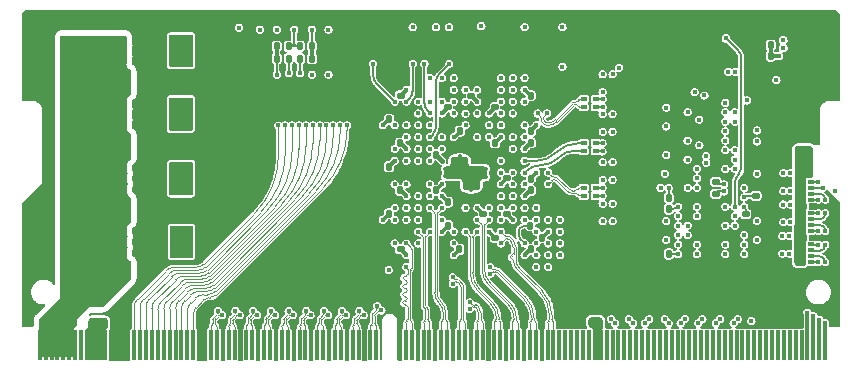
<source format=gbr>
%TF.GenerationSoftware,KiCad,Pcbnew,(6.0.4)*%
%TF.CreationDate,2022-05-02T22:40:23+08:00*%
%TF.ProjectId,XC6SLX25(FTG256)_CoreBoard,58433653-4c58-4323-9528-465447323536,rev?*%
%TF.SameCoordinates,Original*%
%TF.FileFunction,Copper,L6,Bot*%
%TF.FilePolarity,Positive*%
%FSLAX46Y46*%
G04 Gerber Fmt 4.6, Leading zero omitted, Abs format (unit mm)*
G04 Created by KiCad (PCBNEW (6.0.4)) date 2022-05-02 22:40:23*
%MOMM*%
%LPD*%
G01*
G04 APERTURE LIST*
G04 Aperture macros list*
%AMRoundRect*
0 Rectangle with rounded corners*
0 $1 Rounding radius*
0 $2 $3 $4 $5 $6 $7 $8 $9 X,Y pos of 4 corners*
0 Add a 4 corners polygon primitive as box body*
4,1,4,$2,$3,$4,$5,$6,$7,$8,$9,$2,$3,0*
0 Add four circle primitives for the rounded corners*
1,1,$1+$1,$2,$3*
1,1,$1+$1,$4,$5*
1,1,$1+$1,$6,$7*
1,1,$1+$1,$8,$9*
0 Add four rect primitives between the rounded corners*
20,1,$1+$1,$2,$3,$4,$5,0*
20,1,$1+$1,$4,$5,$6,$7,0*
20,1,$1+$1,$6,$7,$8,$9,0*
20,1,$1+$1,$8,$9,$2,$3,0*%
G04 Aperture macros list end*
%TA.AperFunction,SMDPad,CuDef*%
%ADD10RoundRect,0.140000X0.140000X0.170000X-0.140000X0.170000X-0.140000X-0.170000X0.140000X-0.170000X0*%
%TD*%
%TA.AperFunction,SMDPad,CuDef*%
%ADD11RoundRect,0.100000X-0.130000X-0.100000X0.130000X-0.100000X0.130000X0.100000X-0.130000X0.100000X0*%
%TD*%
%TA.AperFunction,SMDPad,CuDef*%
%ADD12RoundRect,0.225000X0.225000X0.250000X-0.225000X0.250000X-0.225000X-0.250000X0.225000X-0.250000X0*%
%TD*%
%TA.AperFunction,SMDPad,CuDef*%
%ADD13R,0.500000X0.400000*%
%TD*%
%TA.AperFunction,SMDPad,CuDef*%
%ADD14RoundRect,0.140000X-0.140000X-0.170000X0.140000X-0.170000X0.140000X0.170000X-0.140000X0.170000X0*%
%TD*%
%TA.AperFunction,SMDPad,CuDef*%
%ADD15RoundRect,0.140000X0.170000X-0.140000X0.170000X0.140000X-0.170000X0.140000X-0.170000X-0.140000X0*%
%TD*%
%TA.AperFunction,SMDPad,CuDef*%
%ADD16RoundRect,0.135000X0.135000X0.185000X-0.135000X0.185000X-0.135000X-0.185000X0.135000X-0.185000X0*%
%TD*%
%TA.AperFunction,SMDPad,CuDef*%
%ADD17RoundRect,0.100000X0.100000X-0.130000X0.100000X0.130000X-0.100000X0.130000X-0.100000X-0.130000X0*%
%TD*%
%TA.AperFunction,SMDPad,CuDef*%
%ADD18R,0.350000X2.500000*%
%TD*%
%TA.AperFunction,SMDPad,CuDef*%
%ADD19RoundRect,0.140000X-0.170000X0.140000X-0.170000X-0.140000X0.170000X-0.140000X0.170000X0.140000X0*%
%TD*%
%TA.AperFunction,SMDPad,CuDef*%
%ADD20RoundRect,0.135000X-0.135000X-0.185000X0.135000X-0.185000X0.135000X0.185000X-0.135000X0.185000X0*%
%TD*%
%TA.AperFunction,SMDPad,CuDef*%
%ADD21R,0.500000X0.320000*%
%TD*%
%TA.AperFunction,SMDPad,CuDef*%
%ADD22RoundRect,0.135000X-0.185000X0.135000X-0.185000X-0.135000X0.185000X-0.135000X0.185000X0.135000X0*%
%TD*%
%TA.AperFunction,SMDPad,CuDef*%
%ADD23RoundRect,0.100000X0.130000X0.100000X-0.130000X0.100000X-0.130000X-0.100000X0.130000X-0.100000X0*%
%TD*%
%TA.AperFunction,SMDPad,CuDef*%
%ADD24RoundRect,0.100000X-0.100000X0.130000X-0.100000X-0.130000X0.100000X-0.130000X0.100000X0.130000X0*%
%TD*%
%TA.AperFunction,SMDPad,CuDef*%
%ADD25RoundRect,0.135000X0.185000X-0.135000X0.185000X0.135000X-0.185000X0.135000X-0.185000X-0.135000X0*%
%TD*%
%TA.AperFunction,ViaPad*%
%ADD26C,0.400000*%
%TD*%
%TA.AperFunction,ViaPad*%
%ADD27C,0.450000*%
%TD*%
%TA.AperFunction,Conductor*%
%ADD28C,0.200000*%
%TD*%
%TA.AperFunction,Conductor*%
%ADD29C,0.150000*%
%TD*%
%TA.AperFunction,Conductor*%
%ADD30C,0.300000*%
%TD*%
%TA.AperFunction,Conductor*%
%ADD31C,0.400000*%
%TD*%
%TA.AperFunction,Conductor*%
%ADD32C,0.250000*%
%TD*%
%TA.AperFunction,Conductor*%
%ADD33C,0.100000*%
%TD*%
G04 APERTURE END LIST*
D10*
%TO.P,C14,1*%
%TO.N,+3V3*%
X138156904Y-93805000D03*
%TO.P,C14,2*%
%TO.N,GND*%
X137196904Y-93805000D03*
%TD*%
D11*
%TO.P,C16,1*%
%TO.N,+1V2*%
X145334738Y-92677990D03*
%TO.P,C16,2*%
%TO.N,GND*%
X145974738Y-92677990D03*
%TD*%
D12*
%TO.P,C64,1*%
%TO.N,+3V3*%
X119125001Y-88099999D03*
%TO.P,C64,2*%
%TO.N,GND*%
X117575001Y-88099999D03*
%TD*%
D13*
%TO.P,RN11,1,R1.1*%
%TO.N,/DDR_MUDQS+*%
X153695001Y-86785000D03*
%TO.P,RN11,2,R2.1*%
%TO.N,/DDR_MUDQS-*%
X153695001Y-86085000D03*
%TO.P,RN11,3,R2.2*%
%TO.N,/DDR_UDQS-*%
X154695001Y-86085000D03*
%TO.P,RN11,4,R1.2*%
%TO.N,/DDR_UDQS+*%
X154695001Y-86785000D03*
%TD*%
D14*
%TO.P,C20,1*%
%TO.N,+3V3*%
X137196903Y-91815000D03*
%TO.P,C20,2*%
%TO.N,GND*%
X138156903Y-91815000D03*
%TD*%
D15*
%TO.P,C13,1*%
%TO.N,+3V3*%
X146170000Y-86778097D03*
%TO.P,C13,2*%
%TO.N,GND*%
X146170000Y-85818097D03*
%TD*%
D14*
%TO.P,C79,1*%
%TO.N,5V*%
X114779999Y-92810001D03*
%TO.P,C79,2*%
%TO.N,GND*%
X115739999Y-92810001D03*
%TD*%
%TO.P,C10,1*%
%TO.N,+3V3*%
X143195000Y-88801464D03*
%TO.P,C10,2*%
%TO.N,GND*%
X144155000Y-88801464D03*
%TD*%
D10*
%TO.P,C30,1*%
%TO.N,+3V3*%
X141153096Y-93800000D03*
%TO.P,C30,2*%
%TO.N,GND*%
X140193096Y-93800000D03*
%TD*%
D16*
%TO.P,R16,1*%
%TO.N,/DDR_ODT*%
X160891692Y-94455000D03*
%TO.P,R16,2*%
%TO.N,GND*%
X159871692Y-94455000D03*
%TD*%
D12*
%TO.P,C78,1*%
%TO.N,+1V2*%
X119135001Y-92090000D03*
%TO.P,C78,2*%
%TO.N,GND*%
X117585001Y-92090000D03*
%TD*%
D17*
%TO.P,C18,1*%
%TO.N,+1V2*%
X143182662Y-90995649D03*
%TO.P,C18,2*%
%TO.N,GND*%
X143182662Y-90355649D03*
%TD*%
D14*
%TO.P,C58,1*%
%TO.N,5V*%
X114750001Y-88300001D03*
%TO.P,C58,2*%
%TO.N,GND*%
X115710001Y-88300001D03*
%TD*%
%TO.P,C65,1*%
%TO.N,5V*%
X114769659Y-99106358D03*
%TO.P,C65,2*%
%TO.N,GND*%
X115729659Y-99106358D03*
%TD*%
D12*
%TO.P,C70,1*%
%TO.N,+2V5*%
X119154999Y-97450000D03*
%TO.P,C70,2*%
%TO.N,GND*%
X117604999Y-97450000D03*
%TD*%
D11*
%TO.P,C23,1*%
%TO.N,+1V2*%
X145334738Y-91968597D03*
%TO.P,C23,2*%
%TO.N,GND*%
X145974738Y-91968597D03*
%TD*%
D10*
%TO.P,C43,1*%
%TO.N,+1V5*%
X169525000Y-81530000D03*
%TO.P,C43,2*%
%TO.N,GND*%
X168565000Y-81530000D03*
%TD*%
D18*
%TO.P,J1,1,1*%
%TO.N,TMS*%
X174125000Y-106910000D03*
%TO.P,J1,3,3*%
%TO.N,TCK*%
X173625000Y-106910000D03*
%TO.P,J1,5,5*%
%TO.N,TDO*%
X173125000Y-106910000D03*
%TO.P,J1,7,7*%
%TO.N,TDI*%
X172625000Y-106910000D03*
%TO.P,J1,9,9*%
%TO.N,unconnected-(J1-Pad9)*%
X172125000Y-106910000D03*
%TO.P,J1,11,11*%
%TO.N,unconnected-(J1-Pad11)*%
X171625000Y-106910000D03*
%TO.P,J1,13,13*%
%TO.N,unconnected-(J1-Pad13)*%
X171125000Y-106910000D03*
%TO.P,J1,15,15*%
%TO.N,unconnected-(J1-Pad15)*%
X170625000Y-106910000D03*
%TO.P,J1,17,17*%
%TO.N,unconnected-(J1-Pad17)*%
X170125000Y-106910000D03*
%TO.P,J1,19,19*%
%TO.N,unconnected-(J1-Pad19)*%
X169625000Y-106910000D03*
%TO.P,J1,21,21*%
%TO.N,unconnected-(J1-Pad21)*%
X169125000Y-106910000D03*
%TO.P,J1,23,23*%
%TO.N,unconnected-(J1-Pad23)*%
X168625000Y-106910000D03*
%TO.P,J1,25,25*%
%TO.N,unconnected-(J1-Pad25)*%
X168125000Y-106910000D03*
%TO.P,J1,27,27*%
%TO.N,unconnected-(J1-Pad27)*%
X167625000Y-106910000D03*
%TO.P,J1,29,29*%
%TO.N,unconnected-(J1-Pad29)*%
X167125000Y-106910000D03*
%TO.P,J1,31,31*%
%TO.N,unconnected-(J1-Pad31)*%
X166625000Y-106910000D03*
%TO.P,J1,33,33*%
%TO.N,unconnected-(J1-Pad33)*%
X166125000Y-106910000D03*
%TO.P,J1,35,35*%
%TO.N,unconnected-(J1-Pad35)*%
X165625000Y-106910000D03*
%TO.P,J1,37,37*%
%TO.N,unconnected-(J1-Pad37)*%
X165125000Y-106910000D03*
%TO.P,J1,39,39*%
%TO.N,unconnected-(J1-Pad39)*%
X164625000Y-106910000D03*
%TO.P,J1,41,41*%
%TO.N,unconnected-(J1-Pad41)*%
X164125000Y-106910000D03*
%TO.P,J1,43,43*%
%TO.N,unconnected-(J1-Pad43)*%
X163625000Y-106910000D03*
%TO.P,J1,45,45*%
%TO.N,unconnected-(J1-Pad45)*%
X163125000Y-106910000D03*
%TO.P,J1,47,47*%
%TO.N,unconnected-(J1-Pad47)*%
X162625000Y-106910000D03*
%TO.P,J1,49,49*%
%TO.N,unconnected-(J1-Pad49)*%
X162125000Y-106910000D03*
%TO.P,J1,51,51*%
%TO.N,unconnected-(J1-Pad51)*%
X161625000Y-106910000D03*
%TO.P,J1,53,53*%
%TO.N,unconnected-(J1-Pad53)*%
X161125000Y-106910000D03*
%TO.P,J1,55,55*%
%TO.N,unconnected-(J1-Pad55)*%
X160625000Y-106910000D03*
%TO.P,J1,57,57*%
%TO.N,unconnected-(J1-Pad57)*%
X160125000Y-106910000D03*
%TO.P,J1,59,59*%
%TO.N,unconnected-(J1-Pad59)*%
X159625000Y-106910000D03*
%TO.P,J1,61,61*%
%TO.N,unconnected-(J1-Pad61)*%
X159125000Y-106910000D03*
%TO.P,J1,63,63*%
%TO.N,unconnected-(J1-Pad63)*%
X158625000Y-106910000D03*
%TO.P,J1,65,65*%
%TO.N,unconnected-(J1-Pad65)*%
X158125000Y-106910000D03*
%TO.P,J1,67,67*%
%TO.N,unconnected-(J1-Pad67)*%
X157625000Y-106910000D03*
%TO.P,J1,69,69*%
%TO.N,unconnected-(J1-Pad69)*%
X157125000Y-106910000D03*
%TO.P,J1,71,71*%
%TO.N,unconnected-(J1-Pad71)*%
X156625000Y-106910000D03*
%TO.P,J1,73,73*%
%TO.N,unconnected-(J1-Pad73)*%
X156125000Y-106910000D03*
%TO.P,J1,75,75*%
%TO.N,unconnected-(J1-Pad75)*%
X155625000Y-106910000D03*
%TO.P,J1,77,77*%
%TO.N,+2V5*%
X155125000Y-106910000D03*
%TO.P,J1,79,79*%
X154625000Y-106910000D03*
%TO.P,J1,81,81*%
%TO.N,unconnected-(J1-Pad81)*%
X154125000Y-106910000D03*
%TO.P,J1,83,83*%
%TO.N,unconnected-(J1-Pad83)*%
X153625000Y-106910000D03*
%TO.P,J1,85,85*%
%TO.N,unconnected-(J1-Pad85)*%
X153125000Y-106910000D03*
%TO.P,J1,87,87*%
%TO.N,unconnected-(J1-Pad87)*%
X152625000Y-106910000D03*
%TO.P,J1,89,89*%
%TO.N,unconnected-(J1-Pad89)*%
X152125000Y-106910000D03*
%TO.P,J1,91,91*%
%TO.N,unconnected-(J1-Pad91)*%
X151625000Y-106910000D03*
%TO.P,J1,93,93*%
%TO.N,/Bank0_L7+*%
X151125000Y-106910000D03*
%TO.P,J1,95,95*%
%TO.N,/Bank0_L7-*%
X150625000Y-106910000D03*
%TO.P,J1,97,97*%
%TO.N,GND*%
X150125000Y-106910000D03*
%TO.P,J1,99,99*%
%TO.N,/Bank0_L5+*%
X149625000Y-106910000D03*
%TO.P,J1,101,101*%
%TO.N,/Bank0_L5-*%
X149125000Y-106910000D03*
%TO.P,J1,103,103*%
%TO.N,GND*%
X148625000Y-106910000D03*
%TO.P,J1,105,105*%
%TO.N,/Bank0_L36+*%
X148125000Y-106910000D03*
%TO.P,J1,107,107*%
%TO.N,/Bank0_L36-*%
X147625000Y-106910000D03*
%TO.P,J1,109,109*%
%TO.N,GND*%
X147125000Y-106910000D03*
%TO.P,J1,111,111*%
%TO.N,/Bank0_L38-*%
X146625000Y-106910000D03*
%TO.P,J1,113,113*%
%TO.N,/Bank0_L38+*%
X146125000Y-106910000D03*
%TO.P,J1,115,115*%
%TO.N,GND*%
X145625000Y-106910000D03*
%TO.P,J1,117,117*%
%TO.N,/Bank0_L40+*%
X145125000Y-106910000D03*
%TO.P,J1,119,119*%
%TO.N,/Bank0_L40-*%
X144625000Y-106910000D03*
%TO.P,J1,121,121*%
%TO.N,GND*%
X144125000Y-106910000D03*
%TO.P,J1,123,123*%
%TO.N,/Bank0_L37-*%
X143625000Y-106910000D03*
%TO.P,J1,125,125*%
%TO.N,/Bank0_L37+*%
X143125000Y-106910000D03*
%TO.P,J1,127,127*%
%TO.N,GND*%
X142625000Y-106910000D03*
%TO.P,J1,129,129*%
%TO.N,/Bank0_L64+*%
X142125000Y-106910000D03*
%TO.P,J1,131,131*%
%TO.N,/Bank0_L64-*%
X141625000Y-106910000D03*
%TO.P,J1,133,133*%
%TO.N,GND*%
X141125000Y-106910000D03*
%TO.P,J1,135,135*%
%TO.N,/Bank0_L66+*%
X140625000Y-106910000D03*
%TO.P,J1,137,137*%
%TO.N,/Bank0_L66-*%
X140125000Y-106910000D03*
%TO.P,J1,139,139*%
%TO.N,GND*%
X139625000Y-106910000D03*
%TO.P,J1,141,141*%
%TO.N,/Bank0_L63+*%
X139125000Y-106910000D03*
%TO.P,J1,143,143*%
%TO.N,/Bank0_L63-*%
X138625000Y-106910000D03*
%TO.P,J1,145,145*%
%TO.N,/Bank1_L38-*%
X136125000Y-106910000D03*
%TO.P,J1,147,147*%
%TO.N,/Bank1_L38+*%
X135625000Y-106910000D03*
%TO.P,J1,149,149*%
%TO.N,GND*%
X135125000Y-106910000D03*
%TO.P,J1,151,151*%
%TO.N,/Bank1_L30-*%
X134625000Y-106910000D03*
%TO.P,J1,153,153*%
%TO.N,/Bank1_L30+*%
X134125000Y-106910000D03*
%TO.P,J1,155,155*%
%TO.N,GND*%
X133625000Y-106910000D03*
%TO.P,J1,157,157*%
%TO.N,/Bank1_L1-*%
X133125000Y-106910000D03*
%TO.P,J1,159,159*%
%TO.N,/Bank1_L1+*%
X132625000Y-106910000D03*
%TO.P,J1,161,161*%
%TO.N,GND*%
X132125000Y-106910000D03*
%TO.P,J1,163,163*%
%TO.N,/Bank1_L32+*%
X131625000Y-106910000D03*
%TO.P,J1,165,165*%
%TO.N,/Bank1_L32-*%
X131125000Y-106910000D03*
%TO.P,J1,167,167*%
%TO.N,GND*%
X130625000Y-106910000D03*
%TO.P,J1,169,169*%
%TO.N,/Bank1_L40+*%
X130125000Y-106910000D03*
%TO.P,J1,171,171*%
%TO.N,/Bank1_L40-*%
X129625000Y-106910000D03*
%TO.P,J1,173,173*%
%TO.N,GND*%
X129125000Y-106910000D03*
%TO.P,J1,175,175*%
%TO.N,/Bank1_L39+*%
X128625000Y-106910000D03*
%TO.P,J1,177,177*%
%TO.N,/Bank1_L39-*%
X128125000Y-106910000D03*
%TO.P,J1,179,179*%
%TO.N,GND*%
X127625000Y-106910000D03*
%TO.P,J1,181,181*%
%TO.N,/Bank1_L42-*%
X127125000Y-106910000D03*
%TO.P,J1,183,183*%
%TO.N,/Bank1_L42+*%
X126625000Y-106910000D03*
%TO.P,J1,185,185*%
%TO.N,GND*%
X126125000Y-106910000D03*
%TO.P,J1,187,187*%
%TO.N,/Bank1_L41+*%
X125625000Y-106910000D03*
%TO.P,J1,189,189*%
%TO.N,/Bank1_L41-*%
X125125000Y-106910000D03*
%TO.P,J1,191,191*%
%TO.N,GND*%
X124625000Y-106910000D03*
%TO.P,J1,193,193*%
%TO.N,/Bank1_L53+*%
X124125000Y-106910000D03*
%TO.P,J1,195,195*%
%TO.N,/Bank1_L53-*%
X123625000Y-106910000D03*
%TO.P,J1,197,197*%
%TO.N,GND*%
X123125000Y-106910000D03*
%TO.P,J1,199,199*%
%TO.N,/Bank1_L74+*%
X122625000Y-106910000D03*
%TO.P,J1,201,201*%
%TO.N,/Bank1_L74-*%
X122125000Y-106910000D03*
%TO.P,J1,203,203*%
%TO.N,GND*%
X121625000Y-106910000D03*
%TO.P,J1,205,205*%
X121125000Y-106910000D03*
%TO.P,J1,207,207*%
%TO.N,/Bank2_L2+*%
X120625000Y-106910000D03*
%TO.P,J1,209,209*%
%TO.N,/Bank2_L2-*%
X120125000Y-106910000D03*
%TO.P,J1,211,211*%
%TO.N,/Bank2_L63+*%
X119625000Y-106910000D03*
%TO.P,J1,213,213*%
%TO.N,/Bank2_L64+*%
X119125000Y-106910000D03*
%TO.P,J1,215,215*%
%TO.N,/Bank2_L64-*%
X118625000Y-106910000D03*
%TO.P,J1,217,217*%
%TO.N,/Bank2_L47+*%
X118125000Y-106910000D03*
%TO.P,J1,219,219*%
%TO.N,/Bank2_L13-*%
X117625000Y-106910000D03*
%TO.P,J1,221,221*%
%TO.N,/Bank2_L48+*%
X117125000Y-106910000D03*
%TO.P,J1,223,223*%
%TO.N,/Bank2_L32+*%
X116625000Y-106910000D03*
%TO.P,J1,225,225*%
%TO.N,/Bank2_L47-*%
X116125000Y-106910000D03*
%TO.P,J1,227,227*%
%TO.N,/Bank2_L63-*%
X115625000Y-106910000D03*
%TO.P,J1,229,229*%
%TO.N,GND*%
X115125000Y-106910000D03*
%TO.P,J1,231,231*%
X114625000Y-106910000D03*
%TO.P,J1,233,233*%
X114125000Y-106910000D03*
%TO.P,J1,235,235*%
X113625000Y-106910000D03*
%TO.P,J1,237,237*%
%TO.N,+3V3*%
X113125000Y-106910000D03*
%TO.P,J1,239,239*%
X112625000Y-106910000D03*
%TO.P,J1,241,241*%
X112125000Y-106910000D03*
%TO.P,J1,243,243*%
X111625000Y-106910000D03*
%TO.P,J1,245,245*%
%TO.N,unconnected-(J1-Pad245)*%
X111125000Y-106910000D03*
%TO.P,J1,247,247*%
%TO.N,5V*%
X110625000Y-106910000D03*
%TO.P,J1,249,249*%
X110125000Y-106910000D03*
%TO.P,J1,251,251*%
X109625000Y-106910000D03*
%TO.P,J1,253,253*%
X109125000Y-106910000D03*
%TO.P,J1,255,255*%
X108625000Y-106910000D03*
%TO.P,J1,257,257*%
X108125000Y-106910000D03*
%TO.P,J1,259,259*%
X107625000Y-106910000D03*
%TD*%
D14*
%TO.P,C80,1*%
%TO.N,5V*%
X114780000Y-91889999D03*
%TO.P,C80,2*%
%TO.N,GND*%
X115740000Y-91889999D03*
%TD*%
%TO.P,C67,1*%
%TO.N,5V*%
X114769658Y-97262957D03*
%TO.P,C67,2*%
%TO.N,GND*%
X115729658Y-97262957D03*
%TD*%
D10*
%TO.P,C4,1*%
%TO.N,+3V3*%
X141156905Y-90805000D03*
%TO.P,C4,2*%
%TO.N,GND*%
X140196905Y-90805000D03*
%TD*%
D16*
%TO.P,R13,1*%
%TO.N,/DDR_CS1*%
X160891692Y-95395000D03*
%TO.P,R13,2*%
%TO.N,GND*%
X159871692Y-95395000D03*
%TD*%
D19*
%TO.P,C6,1*%
%TO.N,+3V3*%
X144178875Y-85827120D03*
%TO.P,C6,2*%
%TO.N,GND*%
X144178875Y-86787120D03*
%TD*%
D10*
%TO.P,C15,1*%
%TO.N,+3V3*%
X138156904Y-89805000D03*
%TO.P,C15,2*%
%TO.N,GND*%
X137196904Y-89805000D03*
%TD*%
D14*
%TO.P,C33,1*%
%TO.N,+1V5*%
X149196904Y-92810000D03*
%TO.P,C33,2*%
%TO.N,GND*%
X150156904Y-92810000D03*
%TD*%
D10*
%TO.P,C36,1*%
%TO.N,+1V5*%
X150155000Y-97805000D03*
%TO.P,C36,2*%
%TO.N,GND*%
X149195000Y-97805000D03*
%TD*%
D14*
%TO.P,C3,1*%
%TO.N,+2V5*%
X149195000Y-98805000D03*
%TO.P,C3,2*%
%TO.N,GND*%
X150155000Y-98805000D03*
%TD*%
D16*
%TO.P,R12,1*%
%TO.N,/DDR_RESET*%
X160891692Y-99205000D03*
%TO.P,R12,2*%
%TO.N,GND*%
X159871692Y-99205000D03*
%TD*%
D14*
%TO.P,C1,1*%
%TO.N,+3V3*%
X149188096Y-85810000D03*
%TO.P,C1,2*%
%TO.N,GND*%
X150148096Y-85810000D03*
%TD*%
D16*
%TO.P,R44,1*%
%TO.N,Net-(R42-Pad1)*%
X130675000Y-82660000D03*
%TO.P,R44,2*%
%TO.N,Flash_MISO_3*%
X129655000Y-82660000D03*
%TD*%
D15*
%TO.P,C2,1*%
%TO.N,+3V3*%
X147175000Y-92786904D03*
%TO.P,C2,2*%
%TO.N,GND*%
X147175000Y-91826904D03*
%TD*%
D14*
%TO.P,C72,1*%
%TO.N,5V*%
X114739999Y-82899998D03*
%TO.P,C72,2*%
%TO.N,GND*%
X115699999Y-82899998D03*
%TD*%
D20*
%TO.P,R40,1*%
%TO.N,Net-(R40-Pad1)*%
X127695000Y-81620000D03*
%TO.P,R40,2*%
%TO.N,+3V3*%
X128715000Y-81620000D03*
%TD*%
D14*
%TO.P,C59,1*%
%TO.N,5V*%
X114750000Y-86450000D03*
%TO.P,C59,2*%
%TO.N,GND*%
X115710000Y-86450000D03*
%TD*%
%TO.P,C73,1*%
%TO.N,5V*%
X114740000Y-81979996D03*
%TO.P,C73,2*%
%TO.N,GND*%
X115700000Y-81979996D03*
%TD*%
D12*
%TO.P,C71,1*%
%TO.N,+2V5*%
X119155001Y-98909999D03*
%TO.P,C71,2*%
%TO.N,GND*%
X117605001Y-98909999D03*
%TD*%
D14*
%TO.P,C74,1*%
%TO.N,5V*%
X114739999Y-81069999D03*
%TO.P,C74,2*%
%TO.N,GND*%
X115699999Y-81069999D03*
%TD*%
D12*
%TO.P,C84,1*%
%TO.N,+1V5*%
X119125001Y-81319996D03*
%TO.P,C84,2*%
%TO.N,GND*%
X117575001Y-81319996D03*
%TD*%
D21*
%TO.P,RN6,1,R1.1*%
%TO.N,/DDR_VTT*%
X171941015Y-99896219D03*
%TO.P,RN6,2,R2.1*%
X171941015Y-99396219D03*
%TO.P,RN6,3,R3.1*%
X171941015Y-98896219D03*
%TO.P,RN6,4,R4.1*%
X171941015Y-98396219D03*
%TO.P,RN6,5,R4.2*%
%TO.N,/DDR_A11*%
X172941015Y-98396219D03*
%TO.P,RN6,6,R3.2*%
%TO.N,/DDR_A6*%
X172941015Y-98896219D03*
%TO.P,RN6,7,R2.2*%
%TO.N,/DDR_A8*%
X172941015Y-99396219D03*
%TO.P,RN6,8,R1.2*%
%TO.N,/DDR_A14*%
X172941015Y-99896219D03*
%TD*%
D22*
%TO.P,R14,1*%
%TO.N,/DDR_CLK+*%
X164865000Y-93095001D03*
%TO.P,R14,2*%
%TO.N,/DDR_CLK-*%
X164865000Y-94115001D03*
%TD*%
D14*
%TO.P,C8,1*%
%TO.N,+3V3*%
X142193096Y-94805000D03*
%TO.P,C8,2*%
%TO.N,GND*%
X143153096Y-94805000D03*
%TD*%
%TO.P,C32,1*%
%TO.N,+1V5*%
X149193096Y-89805001D03*
%TO.P,C32,2*%
%TO.N,GND*%
X150153096Y-89805001D03*
%TD*%
D20*
%TO.P,R1,1*%
%TO.N,Net-(R1-Pad1)*%
X149174999Y-96805000D03*
%TO.P,R1,2*%
%TO.N,GND*%
X150194999Y-96805000D03*
%TD*%
D15*
%TO.P,C22,1*%
%TO.N,+3V3*%
X138175000Y-85785000D03*
%TO.P,C22,2*%
%TO.N,GND*%
X138175000Y-84825000D03*
%TD*%
D20*
%TO.P,R43,1*%
%TO.N,Net-(R40-Pad1)*%
X127695000Y-82660000D03*
%TO.P,R43,2*%
%TO.N,Flash_MISO_2*%
X128715000Y-82660000D03*
%TD*%
D13*
%TO.P,RN13,1,R1.1*%
%TO.N,/DDR_MLDM*%
X153695001Y-90510000D03*
%TO.P,RN13,2,R2.1*%
%TO.N,/DDR_MUDM*%
X153695001Y-89810000D03*
%TO.P,RN13,3,R2.2*%
%TO.N,/DDR_UDM*%
X154695001Y-89810000D03*
%TO.P,RN13,4,R1.2*%
%TO.N,/DDR_LDM*%
X154695001Y-90510000D03*
%TD*%
D12*
%TO.P,C63,1*%
%TO.N,+3V3*%
X119125002Y-86640000D03*
%TO.P,C63,2*%
%TO.N,GND*%
X117575002Y-86640000D03*
%TD*%
D19*
%TO.P,C9,1*%
%TO.N,+2V5*%
X146177998Y-97825000D03*
%TO.P,C9,2*%
%TO.N,GND*%
X146177998Y-98785000D03*
%TD*%
D14*
%TO.P,C60,1*%
%TO.N,5V*%
X114750001Y-87380000D03*
%TO.P,C60,2*%
%TO.N,GND*%
X115710001Y-87380000D03*
%TD*%
%TO.P,C66,1*%
%TO.N,5V*%
X114769658Y-98186359D03*
%TO.P,C66,2*%
%TO.N,GND*%
X115729658Y-98186359D03*
%TD*%
D15*
%TO.P,C5,1*%
%TO.N,+2V5*%
X138175000Y-98785000D03*
%TO.P,C5,2*%
%TO.N,GND*%
X138175000Y-97825000D03*
%TD*%
D13*
%TO.P,RN12,1,R1.1*%
%TO.N,/DDR_MLDQS-*%
X153695001Y-94285000D03*
%TO.P,RN12,2,R2.1*%
%TO.N,/DDR_MLDQS+*%
X153695001Y-93585000D03*
%TO.P,RN12,3,R2.2*%
%TO.N,/DDR_LDQS+*%
X154695001Y-93585000D03*
%TO.P,RN12,4,R1.2*%
%TO.N,/DDR_LDQS-*%
X154695001Y-94285000D03*
%TD*%
D10*
%TO.P,C12,1*%
%TO.N,+3V3*%
X146156904Y-89804999D03*
%TO.P,C12,2*%
%TO.N,GND*%
X145196904Y-89804999D03*
%TD*%
D14*
%TO.P,C17,1*%
%TO.N,+3V3*%
X137203096Y-87805000D03*
%TO.P,C17,2*%
%TO.N,GND*%
X138163096Y-87805000D03*
%TD*%
D15*
%TO.P,C29,1*%
%TO.N,+3V3*%
X147175000Y-95786904D03*
%TO.P,C29,2*%
%TO.N,GND*%
X147175000Y-94826904D03*
%TD*%
%TO.P,C31,1*%
%TO.N,+3V3*%
X142175000Y-86780000D03*
%TO.P,C31,2*%
%TO.N,GND*%
X142175000Y-85820000D03*
%TD*%
D14*
%TO.P,C37,1*%
%TO.N,+1V5*%
X149203096Y-93805000D03*
%TO.P,C37,2*%
%TO.N,GND*%
X150163096Y-93805000D03*
%TD*%
D10*
%TO.P,C41,1*%
%TO.N,+1V5*%
X169525000Y-82450000D03*
%TO.P,C41,2*%
%TO.N,GND*%
X168565000Y-82450000D03*
%TD*%
D16*
%TO.P,R42,1*%
%TO.N,Net-(R42-Pad1)*%
X130675000Y-81620000D03*
%TO.P,R42,2*%
%TO.N,+3V3*%
X129655000Y-81620000D03*
%TD*%
D14*
%TO.P,C24,1*%
%TO.N,+3V3*%
X137193095Y-95805000D03*
%TO.P,C24,2*%
%TO.N,GND*%
X138153095Y-95805000D03*
%TD*%
D23*
%TO.P,C19,1*%
%TO.N,+1V2*%
X142013272Y-92638316D03*
%TO.P,C19,2*%
%TO.N,GND*%
X141373272Y-92638316D03*
%TD*%
D12*
%TO.P,C77,1*%
%TO.N,+1V2*%
X119135001Y-93550000D03*
%TO.P,C77,2*%
%TO.N,GND*%
X117585001Y-93550000D03*
%TD*%
D24*
%TO.P,C21,1*%
%TO.N,+1V2*%
X144146684Y-93724351D03*
%TO.P,C21,2*%
%TO.N,GND*%
X144146684Y-94364351D03*
%TD*%
D21*
%TO.P,RN4,1,R1.1*%
%TO.N,/DDR_VTT*%
X171935401Y-94603133D03*
%TO.P,RN4,2,R2.1*%
X171935401Y-94103133D03*
%TO.P,RN4,3,R3.1*%
X171935401Y-93603133D03*
%TO.P,RN4,4,R4.1*%
X171935401Y-93103133D03*
%TO.P,RN4,5,R4.2*%
%TO.N,/DDR_~{RAS}*%
X172935401Y-93103133D03*
%TO.P,RN4,6,R3.2*%
%TO.N,/DDR_~{CAS}*%
X172935401Y-93603133D03*
%TO.P,RN4,7,R2.2*%
%TO.N,/DDR_CKE*%
X172935401Y-94103133D03*
%TO.P,RN4,8,R1.2*%
%TO.N,/DDR_A10*%
X172935401Y-94603133D03*
%TD*%
D14*
%TO.P,C11,1*%
%TO.N,+2V5*%
X142174999Y-96802001D03*
%TO.P,C11,2*%
%TO.N,GND*%
X143134999Y-96802001D03*
%TD*%
D15*
%TO.P,C28,1*%
%TO.N,+3V3*%
X145175000Y-95785000D03*
%TO.P,C28,2*%
%TO.N,GND*%
X145175000Y-94825000D03*
%TD*%
D23*
%TO.P,C25,1*%
%TO.N,+1V2*%
X142013271Y-91967663D03*
%TO.P,C25,2*%
%TO.N,GND*%
X141373271Y-91967663D03*
%TD*%
D14*
%TO.P,C34,1*%
%TO.N,+1V5*%
X149201904Y-88810000D03*
%TO.P,C34,2*%
%TO.N,GND*%
X150161904Y-88810000D03*
%TD*%
D25*
%TO.P,R15,1*%
%TO.N,/DDR_CKE*%
X168266807Y-94282984D03*
%TO.P,R15,2*%
%TO.N,GND*%
X168266807Y-93262984D03*
%TD*%
D14*
%TO.P,C81,1*%
%TO.N,5V*%
X114779999Y-93730000D03*
%TO.P,C81,2*%
%TO.N,GND*%
X115739999Y-93730000D03*
%TD*%
D12*
%TO.P,C85,1*%
%TO.N,+1V5*%
X119125001Y-82779996D03*
%TO.P,C85,2*%
%TO.N,GND*%
X117575001Y-82779996D03*
%TD*%
D21*
%TO.P,RN5,1,R1.1*%
%TO.N,/DDR_VTT*%
X171942005Y-97249327D03*
%TO.P,RN5,2,R2.1*%
X171942005Y-96749327D03*
%TO.P,RN5,3,R3.1*%
X171942005Y-96249327D03*
%TO.P,RN5,4,R4.1*%
X171942005Y-95749327D03*
%TO.P,RN5,5,R4.2*%
%TO.N,/DDR_BA1*%
X172942005Y-95749327D03*
%TO.P,RN5,6,R3.2*%
%TO.N,/DDR_A1*%
X172942005Y-96249327D03*
%TO.P,RN5,7,R2.2*%
%TO.N,/DDR_A12*%
X172942005Y-96749327D03*
%TO.P,RN5,8,R1.2*%
%TO.N,/DDR_A4*%
X172942005Y-97249327D03*
%TD*%
D22*
%TO.P,R17,1*%
%TO.N,Net-(DDR3-1-PadL8)*%
X167417123Y-95853834D03*
%TO.P,R17,2*%
%TO.N,GND*%
X167417123Y-96873834D03*
%TD*%
D10*
%TO.P,C7,1*%
%TO.N,+2V5*%
X143155000Y-98805000D03*
%TO.P,C7,2*%
%TO.N,GND*%
X142195000Y-98805000D03*
%TD*%
D26*
%TO.N,/DDR_VTT*%
X172105401Y-90416362D03*
X172105401Y-91556362D03*
D27*
X170575000Y-81760000D03*
D26*
X172105401Y-90976362D03*
D27*
X170575000Y-81110000D03*
D26*
X172625401Y-91286362D03*
X172625401Y-90706362D03*
D27*
%TO.N,/DDR_VREF*%
X165725000Y-80940000D03*
D26*
X149672500Y-100312500D03*
X166475000Y-95205000D03*
X160545001Y-92404999D03*
X148675000Y-88305000D03*
%TO.N,/DDR_A8*%
X174140802Y-99908585D03*
X150675000Y-99305000D03*
X167275000Y-99205000D03*
%TO.N,GND*%
X143675000Y-96305000D03*
X168340000Y-95030000D03*
D27*
X116600000Y-81490000D03*
D26*
X107175000Y-94905000D03*
X142675000Y-90305000D03*
X134975000Y-80505000D03*
X174775000Y-80105000D03*
X152785000Y-104605000D03*
X168275000Y-87205000D03*
D27*
X116610000Y-98179999D03*
D26*
X143175000Y-79905000D03*
X145675000Y-93305000D03*
X168615000Y-84905000D03*
X123375000Y-80505000D03*
X138675000Y-97305000D03*
X112775000Y-79105000D03*
X121395000Y-104955000D03*
X107175000Y-96105000D03*
X151505000Y-104605000D03*
X172975000Y-79305000D03*
X136675000Y-90310000D03*
X170175000Y-102105000D03*
X151675000Y-84310000D03*
X113975000Y-79105000D03*
X147016250Y-104605000D03*
X165775000Y-79305000D03*
X107975000Y-79105000D03*
X166975000Y-79305000D03*
X133445000Y-104955000D03*
X115575000Y-102105000D03*
X165095000Y-91515000D03*
X123375000Y-83505000D03*
X150008750Y-104605000D03*
D27*
X116600000Y-82489999D03*
D26*
X166475000Y-89605000D03*
X174955000Y-96502000D03*
X107175000Y-84905000D03*
X163435000Y-87190000D03*
D27*
X116610000Y-93310000D03*
D26*
X147675000Y-91305000D03*
X148512500Y-104605000D03*
X133975000Y-80505000D03*
X167935000Y-81950000D03*
X134575000Y-88305000D03*
X142675000Y-93310000D03*
X122945000Y-104955000D03*
X141675000Y-85305000D03*
X149675000Y-90305000D03*
X167935000Y-82650000D03*
X117975000Y-95105000D03*
X120175000Y-95105000D03*
X128945000Y-104955000D03*
X113975000Y-103705000D03*
X117975000Y-89705000D03*
X140675000Y-98305000D03*
X122775000Y-87305000D03*
X107175000Y-80105000D03*
X167275000Y-92805000D03*
X110375000Y-79105000D03*
X127525000Y-98605000D03*
X138675000Y-87305000D03*
X124775000Y-93505000D03*
X149675000Y-86305001D03*
X142527500Y-104605000D03*
D27*
X116610000Y-92809999D03*
D26*
X135895000Y-100425000D03*
X136675000Y-93310000D03*
X123975000Y-86105000D03*
X134945000Y-104955000D03*
X174955000Y-93890000D03*
X107175000Y-97305000D03*
X139535000Y-104605000D03*
X124445000Y-104955000D03*
X168175000Y-79305000D03*
D27*
X116610000Y-98680000D03*
D26*
X174775000Y-84905000D03*
X167775000Y-102105000D03*
X127265000Y-88625000D03*
X107175000Y-82505000D03*
X174175000Y-79305000D03*
X135425750Y-91508948D03*
X142605000Y-102415000D03*
D27*
X116600000Y-87380000D03*
D26*
X174955000Y-99114000D03*
X121575000Y-87305000D03*
X111575000Y-79105000D03*
X174955000Y-100420000D03*
D27*
X116610000Y-97680000D03*
D26*
X107175000Y-100905000D03*
X168275000Y-88005000D03*
X122775000Y-86105000D03*
X107175000Y-81305000D03*
X116575000Y-79105000D03*
X168360000Y-97215000D03*
X144023750Y-104605000D03*
D27*
X116599999Y-86880001D03*
D26*
X145520000Y-104605000D03*
X120175000Y-89705000D03*
X114775000Y-102905000D03*
X174775000Y-81305000D03*
D27*
X116600000Y-87879999D03*
D26*
X125945000Y-104955000D03*
X150445000Y-83355000D03*
X126175000Y-90905000D03*
X174955000Y-95196000D03*
X145675000Y-99305000D03*
X161675000Y-93605000D03*
X144675000Y-94305000D03*
X139675000Y-93305000D03*
X149675000Y-93305000D03*
X171375000Y-102105000D03*
X174955000Y-97808000D03*
X144675000Y-91310000D03*
X107175000Y-83705000D03*
X107175000Y-99705000D03*
X131945000Y-104955000D03*
X174775000Y-82505000D03*
D27*
X116610000Y-92310000D03*
D26*
X116375000Y-101305000D03*
X115175000Y-79105000D03*
X171775000Y-79305000D03*
X135575000Y-88305000D03*
X144675000Y-90310000D03*
X168975000Y-102105000D03*
X170575000Y-79305000D03*
X109175000Y-79105000D03*
X148675000Y-97305000D03*
X140175000Y-79905000D03*
X126975000Y-90105000D03*
X141031250Y-104605000D03*
X174775000Y-83705000D03*
X134555000Y-85505000D03*
X144675000Y-88305000D03*
X130445000Y-104955000D03*
X121575000Y-86105000D03*
D27*
X116600000Y-81990000D03*
D26*
X169375000Y-79305000D03*
X167935000Y-81250000D03*
X107175000Y-98505000D03*
X121575000Y-88505000D03*
X127445000Y-104955000D03*
%TO.N,/DDR_A14*%
X173540802Y-99908585D03*
X147675000Y-95305000D03*
X165675000Y-99205001D03*
%TO.N,/DDR_A13*%
X163275000Y-99205000D03*
X146675000Y-95305000D03*
X171105401Y-99170452D03*
%TO.N,Net-(R40-Pad1)*%
X127695000Y-84015000D03*
%TO.N,Net-(R42-Pad1)*%
X130675000Y-80205000D03*
%TO.N,/DDR_RESET*%
X148675000Y-96305000D03*
X161675000Y-99205000D03*
%TO.N,/DDR_A6*%
X167275000Y-98405000D03*
X174140802Y-98408585D03*
X148675000Y-93305000D03*
%TO.N,/DDR_A11*%
X165675000Y-98405000D03*
X173540802Y-98408585D03*
X149675000Y-96304999D03*
%TO.N,/DDR_A9*%
X150675000Y-100305000D03*
X163275000Y-98405000D03*
X170505401Y-99170452D03*
D27*
%TO.N,+3V3*%
X144992501Y-79900000D03*
X120200000Y-86644999D03*
D26*
X146675001Y-89305000D03*
X142675000Y-89304999D03*
X148675000Y-85305000D03*
D27*
X112625000Y-104905000D03*
D26*
X141675000Y-93305000D03*
X151882501Y-80000000D03*
X148675000Y-80000000D03*
D27*
X166525000Y-83780000D03*
D26*
X145675000Y-87305000D03*
X129185000Y-80205000D03*
D27*
X120200000Y-88095000D03*
X113125000Y-104905000D03*
X120200000Y-87369999D03*
D26*
X136675000Y-88310000D03*
X141675001Y-91305000D03*
X141172501Y-80000000D03*
X138675000Y-94304999D03*
D27*
X112125000Y-104905000D03*
D26*
X136675000Y-96310000D03*
X132075000Y-80205000D03*
X146675001Y-93305000D03*
X142292501Y-80010000D03*
X144675000Y-86310000D03*
X137675000Y-91310000D03*
X144675000Y-95305000D03*
D27*
X165935000Y-83780000D03*
D26*
X141675000Y-94305000D03*
X141675000Y-87305000D03*
X139197500Y-80000000D03*
X147675000Y-96305000D03*
X138675000Y-90305000D03*
X138675000Y-85305000D03*
%TO.N,+1V5*%
X167275000Y-93605000D03*
X168355000Y-96405000D03*
X168355000Y-89675000D03*
X169995000Y-84470000D03*
D27*
X170195000Y-82440000D03*
D26*
X148675000Y-94305000D03*
X160675000Y-90805001D03*
X160185000Y-93605000D03*
X160675001Y-86805000D03*
X166475000Y-91205000D03*
X168355000Y-98005000D03*
X168355000Y-92405000D03*
X160675001Y-98005000D03*
X168355000Y-88745000D03*
X160675000Y-88404999D03*
X148675000Y-90305000D03*
X160675000Y-96405001D03*
X167515000Y-86205000D03*
X150675000Y-97305000D03*
X149675000Y-92305000D03*
D27*
X120200000Y-82710000D03*
X120200000Y-82035000D03*
D26*
X149675000Y-88304998D03*
D27*
X120199999Y-81360000D03*
D26*
%TO.N,+2V5*%
X138675000Y-99305000D03*
D27*
X120210000Y-98177500D03*
X120210000Y-97415000D03*
D26*
X145675000Y-97305000D03*
X141675000Y-97305000D03*
D27*
X154375000Y-104905000D03*
X120189430Y-98919430D03*
X154875000Y-104905000D03*
D26*
X148675000Y-99305000D03*
X142675000Y-99305000D03*
%TO.N,/DDR_A7*%
X161675000Y-98405000D03*
X171105401Y-97670452D03*
X149675000Y-97305000D03*
%TO.N,/DDR_A4*%
X173540802Y-97251540D03*
X147675000Y-94304999D03*
X167275000Y-97605000D03*
%TO.N,/DDR_A1*%
X146675000Y-91305000D03*
X174140802Y-95751540D03*
X165675000Y-96805000D03*
%TO.N,/DDR_A2*%
X162475000Y-97605000D03*
X151675000Y-97305000D03*
X171175000Y-96513407D03*
%TO.N,/DDR_A5*%
X147675000Y-93305001D03*
X170505401Y-97670452D03*
X161675000Y-97605000D03*
%TO.N,/DDR_BA1*%
X173540802Y-95751540D03*
X150675000Y-98305000D03*
X166475000Y-96004999D03*
%TO.N,+1V2*%
X142675000Y-92305000D03*
X143675000Y-93305000D03*
X144675000Y-93305000D03*
D27*
X120210000Y-93485000D03*
D26*
X143675000Y-92310000D03*
D27*
X120210000Y-92060000D03*
D26*
X142675000Y-91305000D03*
X144675000Y-92305000D03*
X143675000Y-91305000D03*
D27*
X120210000Y-92772500D03*
D26*
%TO.N,/DDR_A12*%
X174140802Y-97251540D03*
X149675000Y-95305000D03*
X166475000Y-96805000D03*
%TO.N,/DDR_A0*%
X171175000Y-95013407D03*
X162475000Y-96805000D03*
X147675000Y-90305000D03*
%TO.N,/DDR_A3*%
X148675000Y-89305000D03*
X161675000Y-96805000D03*
X170575000Y-96513407D03*
%TO.N,/DDR_BA2*%
X163275000Y-96005000D03*
X151675000Y-99305000D03*
X170575000Y-95013407D03*
%TO.N,/DDR_BA0*%
X149675000Y-98305000D03*
X171175000Y-93856362D03*
X161675000Y-96005000D03*
%TO.N,Net-(DDR3-1-PadL8)*%
X167275000Y-95205000D03*
%TO.N,/DDR_A10*%
X173540802Y-94594495D03*
X165675000Y-95204999D03*
X146675001Y-94305000D03*
%TO.N,/DDR_WE*%
X163275000Y-95205000D03*
X170575000Y-93856362D03*
X151675001Y-98305000D03*
%TO.N,/DDR_CS1*%
X161675000Y-95205000D03*
X149675000Y-99305000D03*
X170575000Y-92356362D03*
%TO.N,/DDR_CKE*%
X148675000Y-95305000D03*
X174140802Y-94594495D03*
X167275000Y-94405000D03*
%TO.N,/DDR_CLK-*%
X151675000Y-96305000D03*
X165575000Y-93905000D03*
%TO.N,/DDR_~{CAS}*%
X162485000Y-93605000D03*
X147675000Y-92305000D03*
X173905000Y-93600000D03*
%TO.N,/DDR_ODT*%
X171175000Y-92356362D03*
X160875000Y-93605000D03*
X147674999Y-89305000D03*
%TO.N,/DDR_CLK+*%
X150675000Y-96305000D03*
X165585000Y-93305000D03*
%TO.N,/DDR_~{RAS}*%
X146675000Y-92305000D03*
X173540802Y-93094495D03*
X163275000Y-93605000D03*
%TO.N,/DDR_D5*%
X166475000Y-92005000D03*
X155285001Y-96435000D03*
%TO.N,/DDR_D7*%
X156125001Y-96435000D03*
X165675000Y-92005000D03*
%TO.N,/DDR_D4*%
X163275000Y-92805000D03*
X156125001Y-94935001D03*
%TO.N,/DDR_LDQS-*%
X164065000Y-91475000D03*
X155275001Y-94285000D03*
%TO.N,/DDR_D6*%
X155285001Y-94935000D03*
X163275000Y-92005000D03*
%TO.N,/DDR_D3*%
X166474999Y-90405000D03*
X156125001Y-92925000D03*
%TO.N,/DDR_D1*%
X165675000Y-90405000D03*
X156125001Y-91425000D03*
%TO.N,/DDR_LDQS+*%
X164055000Y-90914999D03*
X155275001Y-93585000D03*
%TO.N,/DDR_D2*%
X155285001Y-92925000D03*
X162475000Y-91205000D03*
%TO.N,/DDR_LDM*%
X155275001Y-90515000D03*
X165674999Y-89605000D03*
%TO.N,/DDR_D0*%
X163475000Y-90005000D03*
X155285001Y-91425000D03*
%TO.N,/DDR_D8*%
X165675000Y-88805000D03*
X156125001Y-88854999D03*
%TO.N,/DDR_UDM*%
X155275001Y-89815000D03*
X162475000Y-89605000D03*
%TO.N,/DDR_D10*%
X166475000Y-88005000D03*
X155285001Y-88855000D03*
%TO.N,/DDR_UDQS+*%
X165675000Y-88005000D03*
X155285001Y-86785000D03*
%TO.N,/DDR_D9*%
X163455000Y-87824999D03*
X155285001Y-87355000D03*
%TO.N,/DDR_D11*%
X162474999Y-87205000D03*
X156125001Y-87355000D03*
%TO.N,/DDR_D14*%
X155285001Y-83995000D03*
X166475001Y-87205000D03*
%TO.N,/DDR_UDQS-*%
X155285001Y-86085000D03*
X165675000Y-87205000D03*
%TO.N,/DDR_D12*%
X165675001Y-86405000D03*
X156125000Y-83995000D03*
%TO.N,/DDR_D15*%
X163904999Y-85775000D03*
X156685000Y-83435000D03*
%TO.N,/DDR_D13*%
X155285001Y-85495000D03*
X163075000Y-85505000D03*
%TO.N,Net-(R1-Pad1)*%
X148675000Y-98305000D03*
%TO.N,TMS*%
X137175000Y-100555000D03*
X174125000Y-105055000D03*
%TO.N,TDI*%
X139675000Y-98305000D03*
X172625000Y-104155000D03*
%TO.N,TCK*%
X137675001Y-98305000D03*
X173625000Y-104755000D03*
%TO.N,TDO*%
X173125000Y-104455000D03*
X137675000Y-96305000D03*
%TO.N,RESET_FPGA*%
X124490000Y-80035000D03*
X151885000Y-83350000D03*
%TO.N,Flash_CLK*%
X130675000Y-84015000D03*
X140675000Y-84305000D03*
%TO.N,Net-(R8-Pad1)*%
X135855000Y-83100000D03*
X137675000Y-86305000D03*
%TO.N,Net-(R9-Pad1)*%
X140675000Y-89305000D03*
X142300000Y-83100000D03*
%TO.N,5V*%
X109850000Y-87870000D03*
X114870000Y-83960000D03*
X114880000Y-100730000D03*
X114880000Y-95360000D03*
X114870000Y-89350000D03*
X114270000Y-95360000D03*
X114270000Y-100730000D03*
X114270000Y-100160000D03*
X114870000Y-84530000D03*
X114880000Y-94790000D03*
X114260000Y-84530000D03*
X109860000Y-93310000D03*
X114260000Y-89350000D03*
X114270000Y-94790000D03*
X114870000Y-89920000D03*
X114260000Y-89919999D03*
X109860000Y-98709999D03*
X109850000Y-82480000D03*
X114880000Y-100160000D03*
X114260000Y-83960000D03*
%TO.N,/DDR_MUDM*%
X148675000Y-91305000D03*
%TO.N,/DDR_MUDQS-*%
X150575000Y-87304999D03*
%TO.N,/DDR_MUDQS+*%
X149775000Y-87305000D03*
%TO.N,/DDR_MLDQS-*%
X150664486Y-93288111D03*
%TO.N,/DDR_MLDQS+*%
X150675000Y-92305000D03*
%TO.N,/DDR_MLDM*%
X148675000Y-92305000D03*
%TO.N,/FPGA_BL_DONE*%
X138675000Y-86305000D03*
X139197364Y-83100000D03*
%TO.N,/Bank1_L1-*%
X139675000Y-96305000D03*
X133551777Y-104381777D03*
%TO.N,/Bank1_L1+*%
X138675000Y-96305000D03*
X133198223Y-104028223D03*
%TO.N,/Bank1_L30+*%
X139675000Y-95305000D03*
X134698223Y-104028223D03*
%TO.N,/Bank1_L32+*%
X132051777Y-104381777D03*
X138675000Y-95305000D03*
%TO.N,/Bank1_L32-*%
X137675000Y-95305000D03*
X131698223Y-104028223D03*
%TO.N,/Bank1_L30-*%
X140675000Y-94305000D03*
X135051777Y-104381777D03*
%TO.N,/Bank1_L38+*%
X136198223Y-103628223D03*
X139675000Y-94305000D03*
%TO.N,/Bank1_L38-*%
X136551777Y-103981777D03*
X140675000Y-93305000D03*
%TO.N,/Bank1_L39+*%
X138674999Y-93305000D03*
X129051777Y-104381777D03*
%TO.N,/Bank1_L39-*%
X128698223Y-104028223D03*
X137675000Y-93310000D03*
%TO.N,/Bank1_L40+*%
X130551777Y-104381777D03*
X140674999Y-91305000D03*
%TO.N,/Bank1_L40-*%
X139675000Y-91310000D03*
X130198223Y-104028223D03*
%TO.N,/Bank1_L41+*%
X138675000Y-91305000D03*
X126051777Y-104381777D03*
%TO.N,/Bank1_L42-*%
X127551777Y-104381777D03*
X140675000Y-90305000D03*
%TO.N,/Bank1_L42+*%
X127198223Y-104028223D03*
X139675000Y-90305000D03*
%TO.N,/Bank1_L41-*%
X137675000Y-90305000D03*
X125698223Y-104028223D03*
%TO.N,/Bank1_L53+*%
X124551777Y-104381777D03*
X139675000Y-89305000D03*
%TO.N,/Bank1_L53-*%
X124198223Y-104028223D03*
X138674999Y-89305000D03*
%TO.N,/Bank1_L74+*%
X138675000Y-88305000D03*
X123051777Y-104381777D03*
%TO.N,/Bank1_L74-*%
X137675000Y-88305000D03*
X122698223Y-104028223D03*
%TO.N,/Bank0_L37+*%
X142600000Y-101730000D03*
X141675000Y-96305000D03*
%TO.N,/Bank0_L37-*%
X142600000Y-101180000D03*
X142675000Y-98310000D03*
%TO.N,/Bank0_L38+*%
X143675000Y-97310000D03*
%TO.N,/Bank0_L38-*%
X144675000Y-97310000D03*
%TO.N,/Bank0_L5+*%
X145775000Y-100330000D03*
X145675000Y-95305000D03*
%TO.N,/Bank0_L5-*%
X146675000Y-96305000D03*
X145775000Y-100880000D03*
%TO.N,/Bank0_L40+*%
X144025000Y-103305000D03*
X143675000Y-95305000D03*
%TO.N,/Bank0_L40-*%
X144025000Y-103855000D03*
X142675000Y-97305000D03*
%TO.N,/Bank0_L7+*%
X146675000Y-97305000D03*
%TO.N,/Bank0_L7-*%
X146675001Y-98305000D03*
%TO.N,/Bank0_L63+*%
X138674999Y-98305000D03*
%TO.N,/Bank0_L63-*%
X138675000Y-100310000D03*
%TO.N,/Bank0_L64+*%
X141675000Y-95305000D03*
%TO.N,/Bank0_L64-*%
X140675000Y-95310000D03*
%TO.N,/Bank0_L66+*%
X140675000Y-97305000D03*
%TO.N,/Bank0_L36+*%
X145675000Y-96305000D03*
%TO.N,/Bank0_L66-*%
X139675000Y-97305000D03*
%TO.N,/Bank0_L36-*%
X144675001Y-96305000D03*
%TO.N,/Bank2_L64-*%
X131321000Y-88315000D03*
X146675000Y-87305000D03*
%TO.N,/Bank2_L64+*%
X146675000Y-88305000D03*
X131902000Y-88315000D03*
%TO.N,/Bank2_L63-*%
X127835000Y-88315000D03*
X147675000Y-84305000D03*
%TO.N,/Bank2_L30-*%
X160538223Y-104728223D03*
X143675000Y-85305000D03*
%TO.N,/Bank2_L63+*%
X148675000Y-86305000D03*
X132483000Y-88315000D03*
%TO.N,/Bank2_L30+*%
X143675000Y-86305001D03*
X160891777Y-105081777D03*
%TO.N,/Bank2_L62-*%
X165221777Y-104718223D03*
X145675000Y-89305000D03*
%TO.N,/Bank2_L29-*%
X143675000Y-87310000D03*
X156351777Y-105081777D03*
%TO.N,/Bank2_L62+*%
X164868223Y-105071777D03*
X144675000Y-89305000D03*
%TO.N,/Bank2_L29+*%
X155998223Y-104728223D03*
X143675000Y-88305000D03*
%TO.N,/Bank2_L49-*%
X166368223Y-105071777D03*
X147675000Y-86305000D03*
%TO.N,/Bank2_L23-*%
X159225940Y-104731282D03*
X142675000Y-84305000D03*
%TO.N,/Bank2_L49+*%
X147675000Y-87305000D03*
X166721777Y-104718223D03*
%TO.N,/Bank2_L23+*%
X158872386Y-105084836D03*
X142675000Y-85305000D03*
%TO.N,/Bank2_L48-*%
X147675000Y-85305000D03*
X167880000Y-104870000D03*
%TO.N,/Bank2_L16-*%
X141675000Y-89310000D03*
X162241777Y-104708223D03*
%TO.N,/Bank2_L48+*%
X129578000Y-88315000D03*
X146675000Y-85305000D03*
%TO.N,/Bank2_L16+*%
X161888223Y-105061777D03*
X141675000Y-90310000D03*
%TO.N,/Bank2_L47-*%
X146675000Y-84305000D03*
X128416000Y-88315000D03*
%TO.N,/Bank2_L14-*%
X157851777Y-105081777D03*
X142675000Y-86305000D03*
%TO.N,/Bank2_L47+*%
X130740000Y-88315000D03*
X146675000Y-86305000D03*
%TO.N,/Bank2_L14+*%
X157498223Y-104728223D03*
X142675000Y-87305000D03*
%TO.N,/Bank2_L31+*%
X163378223Y-105071777D03*
X144675000Y-87305000D03*
%TO.N,/Bank2_L13-*%
X140675000Y-86305001D03*
X130159000Y-88315000D03*
%TO.N,/Bank2_L32+*%
X128997000Y-88315000D03*
X144675000Y-85310000D03*
%TO.N,/Bank2_L2-*%
X140675000Y-88305000D03*
X133064000Y-88315000D03*
%TO.N,/Bank2_L31-*%
X145675000Y-88305000D03*
X163731777Y-104718223D03*
%TO.N,/Bank2_L2+*%
X139675000Y-88305000D03*
X133645000Y-88315000D03*
%TO.N,Flash_CS*%
X148675000Y-84305000D03*
X126275000Y-80205000D03*
%TO.N,Net-(R4-Pad1)*%
X140675000Y-87304999D03*
X140200000Y-83100000D03*
%TO.N,Flash_MISO_2*%
X128715000Y-83905000D03*
X139675000Y-87305000D03*
%TO.N,Flash_MISO_3*%
X129655000Y-83905000D03*
X139675000Y-86305000D03*
%TO.N,Flash_MISO_1*%
X141675000Y-86305000D03*
X127695000Y-80205000D03*
%TO.N,Flash_MOSI*%
X141675000Y-84305000D03*
X132075000Y-84015000D03*
%TD*%
D28*
%TO.N,/DDR_VREF*%
X167035000Y-82664214D02*
X167035000Y-91904125D01*
X166475000Y-93256083D02*
X166475000Y-95205000D01*
X165725000Y-80940000D02*
X166742107Y-81957107D01*
X166797493Y-92477493D02*
G75*
G03*
X167035000Y-91904125I-573393J573393D01*
G01*
X167034990Y-82664214D02*
G75*
G03*
X166742107Y-81957107I-999990J14D01*
G01*
X166474994Y-93256083D02*
G75*
G02*
X166797500Y-92477500I1101106J-17D01*
G01*
D29*
%TO.N,/DDR_A8*%
X173975743Y-99525743D02*
X174023645Y-99573645D01*
X174140802Y-99856487D02*
X174140802Y-99908585D01*
X172940802Y-99408585D02*
X173692900Y-99408585D01*
X173692900Y-99408590D02*
G75*
G02*
X173975743Y-99525743I0J-400010D01*
G01*
X174140810Y-99856487D02*
G75*
G03*
X174023645Y-99573645I-400010J-13D01*
G01*
%TO.N,/DDR_A14*%
X173540802Y-99908585D02*
X172940802Y-99908585D01*
%TO.N,Net-(R40-Pad1)*%
X127695000Y-82660000D02*
X127695000Y-84015000D01*
D30*
X127695000Y-82660000D02*
X127695000Y-81620000D01*
D29*
%TO.N,Net-(R42-Pad1)*%
X130675000Y-81620000D02*
X130675000Y-80205000D01*
D30*
X130675000Y-82660000D02*
X130675000Y-81620000D01*
D29*
%TO.N,/DDR_RESET*%
X160975000Y-99205000D02*
X161675000Y-99205000D01*
%TO.N,/DDR_A6*%
X173983573Y-98791427D02*
X174023645Y-98751355D01*
X172940802Y-98908585D02*
X173700730Y-98908585D01*
X174140802Y-98468513D02*
X174140802Y-98408585D01*
X174140810Y-98468513D02*
G75*
G02*
X174023645Y-98751355I-400010J13D01*
G01*
X173700730Y-98908610D02*
G75*
G03*
X173983573Y-98791427I-30J400010D01*
G01*
%TO.N,/DDR_A11*%
X173540802Y-98408585D02*
X172940802Y-98408585D01*
D30*
%TO.N,+3V3*%
X138156904Y-93805000D02*
X138175001Y-93805000D01*
X137180000Y-95805000D02*
X136675000Y-96310000D01*
X144192120Y-85827120D02*
X144675000Y-86310000D01*
X149188096Y-85810000D02*
X149180000Y-85810000D01*
D31*
X141175001Y-90805000D02*
X141675001Y-91305000D01*
D28*
X129185000Y-81460000D02*
X129025000Y-81620000D01*
D30*
X142175000Y-86805000D02*
X141675000Y-87305000D01*
X146175002Y-89804999D02*
X146675001Y-89305000D01*
X142175000Y-94805000D02*
X141675000Y-94305000D01*
X138175001Y-93805000D02*
X138675000Y-94304999D01*
X147175000Y-92805001D02*
X146675001Y-93305000D01*
X147187796Y-95817796D02*
X147675000Y-96305000D01*
X147175000Y-92786904D02*
X147175000Y-92805001D01*
X149180000Y-85810000D02*
X148675000Y-85305000D01*
D28*
X129345000Y-81620000D02*
X129185000Y-81460000D01*
X129285000Y-81620000D02*
X129655000Y-81620000D01*
D30*
X136675000Y-88310000D02*
X137180000Y-87805000D01*
X144178875Y-85827120D02*
X144192120Y-85827120D01*
X137196903Y-91788097D02*
X137196903Y-91815000D01*
X146170000Y-86778097D02*
X146170000Y-86810000D01*
X137675000Y-91310000D02*
X137196903Y-91788097D01*
D32*
X143178535Y-88801464D02*
X142675000Y-89304999D01*
D28*
X129185000Y-80110000D02*
X129185000Y-81460000D01*
D30*
X146170000Y-86810000D02*
X145675000Y-87305000D01*
X138156904Y-89805000D02*
X138175000Y-89805000D01*
X142175000Y-86780000D02*
X142175000Y-86805000D01*
X141193096Y-93786904D02*
X141675000Y-93305000D01*
X145169999Y-95799999D02*
X144675000Y-95305000D01*
X137193095Y-95805000D02*
X137180000Y-95805000D01*
D31*
X141156905Y-90805000D02*
X141175001Y-90805000D01*
D30*
X138180000Y-85800000D02*
X138675000Y-85305000D01*
X142193096Y-94805000D02*
X142175000Y-94805000D01*
X141193096Y-93805000D02*
X141193096Y-93786904D01*
X137180000Y-87805000D02*
X137203096Y-87805000D01*
X138175000Y-89805000D02*
X138675000Y-90305000D01*
X146156904Y-89804999D02*
X146175002Y-89804999D01*
D28*
X128715000Y-81620000D02*
X129285000Y-81620000D01*
D30*
X147187795Y-95817797D02*
G75*
G02*
X147175000Y-95786904I30905J30897D01*
G01*
%TO.N,+1V5*%
X149201904Y-88810000D02*
X149201904Y-88778094D01*
X169525000Y-82450000D02*
X170185000Y-82450000D01*
X149203096Y-93805000D02*
X149175000Y-93805000D01*
X149175000Y-93805000D02*
X148675000Y-94305000D01*
X150155000Y-97805000D02*
X150640857Y-97319143D01*
X170185000Y-82450000D02*
X170195000Y-82440000D01*
X149201904Y-88778094D02*
X149675000Y-88304998D01*
X149162203Y-89817798D02*
X148675000Y-90305000D01*
X169525000Y-81530000D02*
X169525000Y-82450000D01*
X149215928Y-92764072D02*
X149675000Y-92305000D01*
X150675000Y-97305005D02*
G75*
G03*
X150640857Y-97319143I0J-48295D01*
G01*
X149162203Y-89817798D02*
G75*
G02*
X149193096Y-89805001I30897J-30902D01*
G01*
X149215919Y-92764063D02*
G75*
G03*
X149196904Y-92810000I45981J-45937D01*
G01*
%TO.N,+2V5*%
X142174999Y-96805001D02*
X141675000Y-97305000D01*
X138178826Y-98808826D02*
X138675000Y-99305000D01*
X149175000Y-98805000D02*
X148675000Y-99305000D01*
X146177998Y-97807998D02*
X145675000Y-97305000D01*
X143182001Y-98797999D02*
X142675000Y-99305000D01*
X142174999Y-96802001D02*
X142174999Y-96805001D01*
X146177998Y-97825000D02*
X146177998Y-97807998D01*
D29*
%TO.N,/DDR_A4*%
X173540802Y-97251540D02*
X172940802Y-97251540D01*
%TO.N,/DDR_A1*%
X173965618Y-96134382D02*
X174023645Y-96076355D01*
X172940802Y-96251540D02*
X173682775Y-96251540D01*
X174140802Y-95793513D02*
X174140802Y-95751540D01*
X174140810Y-95793513D02*
G75*
G02*
X174023645Y-96076355I-400010J13D01*
G01*
X173682775Y-96251510D02*
G75*
G03*
X173965618Y-96134382I25J400010D01*
G01*
%TO.N,/DDR_BA1*%
X173540802Y-95751540D02*
X172940802Y-95751540D01*
%TO.N,/DDR_A12*%
X172940802Y-96751540D02*
X173685855Y-96751540D01*
X174140802Y-97206487D02*
X174140802Y-97251540D01*
X173968698Y-96868698D02*
X174023645Y-96923645D01*
X173968712Y-96868684D02*
G75*
G03*
X173685855Y-96751540I-282812J-282816D01*
G01*
X174023639Y-96923651D02*
G75*
G02*
X174140802Y-97206487I-282839J-282849D01*
G01*
%TO.N,Net-(DDR3-1-PadL8)*%
X167417123Y-95853834D02*
X167417123Y-95512808D01*
X167299965Y-95229965D02*
X167275000Y-95205000D01*
X167417110Y-95512808D02*
G75*
G03*
X167299965Y-95229965I-400010J8D01*
G01*
%TO.N,/DDR_A10*%
X173540802Y-94594495D02*
X172940802Y-94594495D01*
%TO.N,/DDR_CS1*%
X160891692Y-95395000D02*
X161216300Y-95395000D01*
X161675000Y-95205000D02*
G75*
G02*
X161216300Y-95395000I-458700J458700D01*
G01*
%TO.N,/DDR_CKE*%
X174140802Y-94556487D02*
X174140802Y-94594495D01*
X167279858Y-94400142D02*
X167275000Y-94405000D01*
X172940802Y-94094495D02*
X173678810Y-94094495D01*
X173961653Y-94211653D02*
X174023645Y-94273645D01*
X168266807Y-94282984D02*
X167562701Y-94282984D01*
X167279854Y-94400138D02*
G75*
G02*
X167562701Y-94282984I282846J-282862D01*
G01*
X174140810Y-94556487D02*
G75*
G03*
X174023645Y-94273645I-400010J-13D01*
G01*
X173961649Y-94211657D02*
G75*
G03*
X173678810Y-94094495I-282849J-282843D01*
G01*
%TO.N,/DDR_CLK-*%
X165075001Y-93905000D02*
X164865000Y-94115001D01*
X165575000Y-93905000D02*
X165075001Y-93905000D01*
%TO.N,/DDR_~{CAS}*%
X173905000Y-93600000D02*
X173899495Y-93594495D01*
X173899495Y-93594495D02*
X172940802Y-93594495D01*
%TO.N,/DDR_ODT*%
X160891692Y-94455000D02*
X160891692Y-93621692D01*
X160891692Y-93621692D02*
X160875000Y-93605000D01*
%TO.N,/DDR_CLK+*%
X165074999Y-93305000D02*
X164865000Y-93095000D01*
X165585000Y-93305000D02*
X165074999Y-93305000D01*
%TO.N,/DDR_~{RAS}*%
X173540802Y-93094495D02*
X172940802Y-93094495D01*
%TO.N,/DDR_LDQS-*%
X155275001Y-94285000D02*
X154695001Y-94285000D01*
%TO.N,/DDR_LDQS+*%
X155275001Y-93585000D02*
X154695001Y-93585000D01*
%TO.N,/DDR_LDM*%
X155275001Y-90515000D02*
X154700001Y-90515000D01*
X154700001Y-90515000D02*
X154695001Y-90510000D01*
%TO.N,/DDR_UDM*%
X155275001Y-89815000D02*
X154700001Y-89815000D01*
X154700001Y-89815000D02*
X154695001Y-89810000D01*
%TO.N,/DDR_UDQS+*%
X155285001Y-86785000D02*
X154695001Y-86785000D01*
%TO.N,/DDR_UDQS-*%
X155285001Y-86085000D02*
X154695001Y-86085000D01*
%TO.N,Net-(R1-Pad1)*%
X149174999Y-96805000D02*
X148709558Y-96805000D01*
X148185000Y-97202279D02*
X148185000Y-97615000D01*
X148326421Y-97956422D02*
X148675000Y-98305000D01*
X148184992Y-97202279D02*
G75*
G02*
X148275000Y-96985000I307308J-21D01*
G01*
X148326430Y-97956413D02*
G75*
G02*
X148185000Y-97615000I341370J341413D01*
G01*
X148275012Y-96985012D02*
G75*
G02*
X148709558Y-96805000I434588J-434588D01*
G01*
D30*
%TO.N,TMS*%
X174125000Y-105055000D02*
X174125000Y-106810000D01*
%TO.N,TDI*%
X172625000Y-104155000D02*
X172625000Y-106810000D01*
%TO.N,TCK*%
X173625000Y-104755000D02*
X173625000Y-106810000D01*
%TO.N,TDO*%
X173125000Y-104455000D02*
X173125000Y-106810000D01*
D29*
%TO.N,Net-(R8-Pad1)*%
X135855000Y-84070786D02*
X135855000Y-83100000D01*
X137675000Y-86305000D02*
X136147893Y-84777893D01*
X135855010Y-84070786D02*
G75*
G03*
X136147893Y-84777893I999990J-14D01*
G01*
%TO.N,Net-(R9-Pad1)*%
X142300000Y-83105000D02*
X142300000Y-83100000D01*
X141175000Y-88390786D02*
X141175000Y-84644214D01*
X141467893Y-83937107D02*
X142300000Y-83105000D01*
X140675000Y-89305000D02*
X140882107Y-89097893D01*
X141175010Y-84644214D02*
G75*
G02*
X141467893Y-83937107I999990J14D01*
G01*
X141174990Y-88390786D02*
G75*
G02*
X140882107Y-89097893I-999990J-14D01*
G01*
%TO.N,/DDR_MUDM*%
X148675000Y-91305000D02*
X149728188Y-91305000D01*
X153337436Y-89810000D02*
X153695001Y-89810000D01*
X151225004Y-90685004D02*
G75*
G02*
X149728188Y-91305000I-1496804J1496804D01*
G01*
X153337436Y-89810016D02*
G75*
G03*
X151225001Y-90685001I-36J-2987384D01*
G01*
D33*
%TO.N,/DDR_MUDQS-*%
X151311394Y-87827183D02*
X152745000Y-86393578D01*
X150575000Y-87304999D02*
X150362868Y-87517131D01*
X150275000Y-87729264D02*
X150275000Y-87739314D01*
X150362868Y-87951446D02*
X150428554Y-88017132D01*
X152886421Y-86335000D02*
X152987157Y-86335000D01*
X153402843Y-86085000D02*
X153695001Y-86085000D01*
X153128579Y-86276421D02*
X153261422Y-86143578D01*
X153128600Y-86276442D02*
G75*
G02*
X152987157Y-86335000I-141400J141442D01*
G01*
X151311396Y-87827185D02*
G75*
G02*
X150640686Y-88105000I-670696J670685D01*
G01*
X153402843Y-86085031D02*
G75*
G03*
X153261423Y-86143579I-43J-199969D01*
G01*
X152886421Y-86335015D02*
G75*
G03*
X152745000Y-86393578I-21J-199985D01*
G01*
X150640686Y-88105009D02*
G75*
G02*
X150428555Y-88017131I14J300009D01*
G01*
X150362875Y-87951439D02*
G75*
G02*
X150275000Y-87739314I212125J212139D01*
G01*
X150274974Y-87729264D02*
G75*
G02*
X150362868Y-87517131I300026J-36D01*
G01*
%TO.N,/DDR_MUDQS+*%
X153402843Y-86785000D02*
X153695001Y-86785000D01*
X152969265Y-86535000D02*
X152987157Y-86535000D01*
X151430711Y-87990711D02*
X152827844Y-86593578D01*
X153128579Y-86593579D02*
X153261422Y-86726422D01*
X149775000Y-87305000D02*
X149987132Y-87517132D01*
X150557842Y-88305000D02*
X150671951Y-88305000D01*
X150075000Y-87729264D02*
X150075000Y-87822158D01*
X150162868Y-88034290D02*
X150345710Y-88217133D01*
X153402843Y-86784969D02*
G75*
G02*
X153261423Y-86726421I-43J199969D01*
G01*
X150075025Y-87729264D02*
G75*
G03*
X149987132Y-87517132I-300025J-36D01*
G01*
X153128600Y-86593558D02*
G75*
G03*
X152987157Y-86535000I-141400J-141442D01*
G01*
X151430726Y-87990726D02*
G75*
G02*
X150671951Y-88305000I-758726J758726D01*
G01*
X150162847Y-88034311D02*
G75*
G02*
X150075000Y-87822158I212153J212111D01*
G01*
X150557842Y-88304970D02*
G75*
G02*
X150345711Y-88217132I-42J299970D01*
G01*
X152969265Y-86534976D02*
G75*
G03*
X152827845Y-86593579I35J-200024D01*
G01*
%TO.N,/DDR_MLDQS-*%
X152629262Y-94035000D02*
X152894314Y-94035000D01*
X151450735Y-93022157D02*
X152346420Y-93917842D01*
X153177156Y-94152157D02*
X153192841Y-94167842D01*
X150664486Y-93288111D02*
X150962534Y-92990063D01*
X153475685Y-94285000D02*
X153685001Y-94285000D01*
X153177149Y-94152164D02*
G75*
G03*
X152894314Y-94035000I-282849J-282836D01*
G01*
X151167893Y-92904990D02*
G75*
G03*
X150962535Y-92990064I7J-290410D01*
G01*
X151450739Y-93022153D02*
G75*
G03*
X151167893Y-92905000I-282839J-282847D01*
G01*
X152629262Y-94035025D02*
G75*
G02*
X152346421Y-93917841I38J400025D01*
G01*
X153475685Y-94285011D02*
G75*
G02*
X153192841Y-94167842I15J400011D01*
G01*
%TO.N,/DDR_MLDQS+*%
X153475685Y-93585000D02*
X153685001Y-93585000D01*
X153177157Y-93717843D02*
X153192842Y-93702158D01*
X151533579Y-92822157D02*
X152429264Y-93717842D01*
X152712107Y-93835000D02*
X152894315Y-93835000D01*
X150675000Y-92305000D02*
X150950735Y-92580735D01*
X153177150Y-93717836D02*
G75*
G02*
X152894315Y-93835000I-282850J282836D01*
G01*
X152712107Y-93834994D02*
G75*
G02*
X152429265Y-93717841I-7J399994D01*
G01*
X151533561Y-92822175D02*
G75*
G03*
X151250737Y-92705000I-282861J-282825D01*
G01*
X153475685Y-93584990D02*
G75*
G03*
X153192842Y-93702158I15J-400010D01*
G01*
X151250737Y-92704964D02*
G75*
G02*
X150950735Y-92580735I-37J424264D01*
G01*
D29*
%TO.N,/DDR_MLDM*%
X148808309Y-92171690D02*
X148675000Y-92305000D01*
X151725000Y-90905000D02*
X151625036Y-91004964D01*
X153695001Y-90510000D02*
X152678614Y-90510000D01*
X148808306Y-92171687D02*
G75*
G02*
X149935000Y-91705000I1126694J-1126713D01*
G01*
X149935000Y-91704991D02*
G75*
G03*
X151625036Y-91004964I0J2390091D01*
G01*
X151724996Y-90904996D02*
G75*
G02*
X152678614Y-90510000I953604J-953604D01*
G01*
%TO.N,/FPGA_BL_DONE*%
X139195000Y-85370786D02*
X139195000Y-83102364D01*
X138675000Y-86305000D02*
X138902107Y-86077893D01*
X139195000Y-83102364D02*
X139197364Y-83100000D01*
X139194990Y-85370786D02*
G75*
G02*
X138902107Y-86077893I-999990J-14D01*
G01*
D33*
%TO.N,/Bank1_L1-*%
X133033579Y-104687843D02*
X133281067Y-104440355D01*
X133422488Y-104381777D02*
X133551777Y-104381777D01*
X133066421Y-105214576D02*
X133033578Y-105181733D01*
X132975000Y-105040312D02*
X132975000Y-104829265D01*
X133125000Y-106810000D02*
X133125000Y-105355998D01*
X132974992Y-105040312D02*
G75*
G03*
X133033578Y-105181733I200008J12D01*
G01*
X133125001Y-105355998D02*
G75*
G03*
X133066421Y-105214576I-200001J-2D01*
G01*
X133422488Y-104381776D02*
G75*
G03*
X133281068Y-104440356I12J-200024D01*
G01*
X132974976Y-104829265D02*
G75*
G02*
X133033580Y-104687844I200024J-35D01*
G01*
%TO.N,/Bank1_L1+*%
X132625000Y-106810000D02*
X132625000Y-105357843D01*
X133198223Y-104157512D02*
X133198223Y-104028223D01*
X132833579Y-104604999D02*
X133139645Y-104298933D01*
X132683579Y-105216421D02*
X132716422Y-105183578D01*
X132775000Y-105042157D02*
X132775000Y-104746421D01*
X132625031Y-105357843D02*
G75*
G02*
X132683580Y-105216422I199969J43D01*
G01*
X133139644Y-104298932D02*
G75*
G03*
X133198223Y-104157512I-141444J141432D01*
G01*
X132833569Y-104604989D02*
G75*
G03*
X132775000Y-104746421I141431J-141411D01*
G01*
X132774969Y-105042157D02*
G75*
G02*
X132716421Y-105183577I-199969J-43D01*
G01*
%TO.N,/Bank1_L30+*%
X134333579Y-104604999D02*
X134639645Y-104298933D01*
X134125000Y-106810000D02*
X134125000Y-105367843D01*
X134183579Y-105226421D02*
X134216422Y-105193578D01*
X134275000Y-105052157D02*
X134275000Y-104746421D01*
X134698223Y-104157512D02*
X134698223Y-104028223D01*
X134183558Y-105226400D02*
G75*
G03*
X134125000Y-105367843I141442J-141400D01*
G01*
X134275015Y-104746421D02*
G75*
G02*
X134333579Y-104604999I199985J21D01*
G01*
X134216443Y-105193599D02*
G75*
G03*
X134275000Y-105052157I-141443J141399D01*
G01*
X134698224Y-104157512D02*
G75*
G02*
X134639644Y-104298932I-200024J12D01*
G01*
%TO.N,/Bank1_L32+*%
X131566421Y-105226421D02*
X131533578Y-105193578D01*
X131922488Y-104381777D02*
X132051777Y-104381777D01*
X131625000Y-106810000D02*
X131625000Y-105367843D01*
X131475000Y-105052157D02*
X131475000Y-104829265D01*
X131533579Y-104687843D02*
X131781067Y-104440355D01*
X131474976Y-104829265D02*
G75*
G02*
X131533580Y-104687844I200024J-35D01*
G01*
X131781068Y-104440356D02*
G75*
G02*
X131922488Y-104381777I141432J-141444D01*
G01*
X131475031Y-105052157D02*
G75*
G03*
X131533579Y-105193577I199969J-43D01*
G01*
X131624969Y-105367843D02*
G75*
G03*
X131566420Y-105226422I-199969J43D01*
G01*
%TO.N,/Bank1_L32-*%
X131275000Y-105052157D02*
X131275000Y-104746421D01*
X131698223Y-104157512D02*
X131698223Y-104028223D01*
X131333579Y-104604999D02*
X131639645Y-104298933D01*
X131125000Y-106810000D02*
X131125000Y-105367843D01*
X131183579Y-105226421D02*
X131216422Y-105193578D01*
X131698224Y-104157512D02*
G75*
G02*
X131639644Y-104298932I-200024J12D01*
G01*
X131333569Y-104604989D02*
G75*
G03*
X131275000Y-104746421I141431J-141411D01*
G01*
X131274969Y-105052157D02*
G75*
G02*
X131216421Y-105193577I-199969J-43D01*
G01*
X131125031Y-105367843D02*
G75*
G02*
X131183580Y-105226422I199969J43D01*
G01*
%TO.N,/Bank1_L30-*%
X134922488Y-104381777D02*
X135051777Y-104381777D01*
X134475000Y-105054011D02*
X134475000Y-104829265D01*
X134625000Y-106810000D02*
X134625000Y-105369697D01*
X134533579Y-104687843D02*
X134781067Y-104440355D01*
X134566421Y-105228275D02*
X134533578Y-105195432D01*
X134922488Y-104381776D02*
G75*
G03*
X134781068Y-104440356I12J-200024D01*
G01*
X134474976Y-104829265D02*
G75*
G02*
X134533580Y-104687844I200024J-35D01*
G01*
X134625002Y-105369697D02*
G75*
G03*
X134566421Y-105228275I-200002J-3D01*
G01*
X134474993Y-105054011D02*
G75*
G03*
X134533579Y-105195431I200007J11D01*
G01*
%TO.N,/Bank1_L38+*%
X135833579Y-104204999D02*
X136139645Y-103898933D01*
X136198223Y-103757512D02*
X136198223Y-103628223D01*
X135625000Y-106810000D02*
X135625000Y-105367843D01*
X135775000Y-105052157D02*
X135775000Y-104346421D01*
X135683579Y-105226421D02*
X135716422Y-105193578D01*
X135774969Y-105052157D02*
G75*
G02*
X135716421Y-105193577I-199969J-43D01*
G01*
X135625031Y-105367843D02*
G75*
G02*
X135683580Y-105226422I199969J43D01*
G01*
X136139644Y-103898932D02*
G75*
G03*
X136198223Y-103757512I-141444J141432D01*
G01*
X135833569Y-104204989D02*
G75*
G03*
X135775000Y-104346421I141431J-141411D01*
G01*
%TO.N,/Bank1_L38-*%
X136033579Y-104287843D02*
X136281067Y-104040355D01*
X136066421Y-105226421D02*
X136033578Y-105193578D01*
X135975000Y-105052157D02*
X135975000Y-104429265D01*
X136125000Y-106810000D02*
X136125000Y-105367843D01*
X136422488Y-103981777D02*
X136551777Y-103981777D01*
X136066442Y-105226400D02*
G75*
G02*
X136125000Y-105367843I-141442J-141400D01*
G01*
X135975031Y-105052157D02*
G75*
G03*
X136033579Y-105193577I199969J-43D01*
G01*
X136033597Y-104287861D02*
G75*
G03*
X135975000Y-104429265I141403J-141439D01*
G01*
X136422488Y-103981776D02*
G75*
G03*
X136281068Y-104040356I12J-200024D01*
G01*
%TO.N,/Bank1_L39+*%
X128566421Y-105225698D02*
X128533578Y-105192855D01*
X128533579Y-104687843D02*
X128781067Y-104440355D01*
X128625000Y-106810000D02*
X128625000Y-105367120D01*
X128475000Y-105051434D02*
X128475000Y-104829265D01*
X128922488Y-104381777D02*
X129051777Y-104381777D01*
X128781068Y-104440356D02*
G75*
G02*
X128922488Y-104381777I141432J-141444D01*
G01*
X128533595Y-105192838D02*
G75*
G02*
X128475000Y-105051434I141405J141438D01*
G01*
X128566431Y-105225688D02*
G75*
G02*
X128625000Y-105367120I-141431J-141412D01*
G01*
X128533597Y-104687861D02*
G75*
G03*
X128475000Y-104829265I141403J-141439D01*
G01*
%TO.N,/Bank1_L39-*%
X128125000Y-106810000D02*
X128125000Y-105367843D01*
X128333579Y-104604999D02*
X128639645Y-104298933D01*
X128275000Y-105052157D02*
X128275000Y-104746421D01*
X128698223Y-104157512D02*
X128698223Y-104028223D01*
X128183579Y-105226421D02*
X128216422Y-105193578D01*
X128216443Y-105193599D02*
G75*
G03*
X128275000Y-105052157I-141443J141399D01*
G01*
X128639644Y-104298932D02*
G75*
G03*
X128698223Y-104157512I-141444J141432D01*
G01*
X128183558Y-105226400D02*
G75*
G03*
X128125000Y-105367843I141442J-141400D01*
G01*
X128275015Y-104746421D02*
G75*
G02*
X128333579Y-104604999I199985J21D01*
G01*
%TO.N,/Bank1_L40+*%
X130125000Y-106810000D02*
X130125000Y-105367350D01*
X129975000Y-105051664D02*
X129975000Y-104829265D01*
X130066421Y-105225928D02*
X130033578Y-105193085D01*
X130033579Y-104687843D02*
X130281067Y-104440355D01*
X130422488Y-104381777D02*
X130551777Y-104381777D01*
X130281068Y-104440356D02*
G75*
G02*
X130422488Y-104381777I141432J-141444D01*
G01*
X130124964Y-105367350D02*
G75*
G03*
X130066420Y-105225929I-199964J50D01*
G01*
X129975026Y-105051664D02*
G75*
G03*
X130033579Y-105193084I199974J-36D01*
G01*
X130033597Y-104687861D02*
G75*
G03*
X129975000Y-104829265I141403J-141439D01*
G01*
%TO.N,/Bank1_L40-*%
X129625000Y-106810000D02*
X129625000Y-105367843D01*
X129833579Y-104604999D02*
X130139645Y-104298933D01*
X129775000Y-105052157D02*
X129775000Y-104746421D01*
X129683579Y-105226421D02*
X129716422Y-105193578D01*
X130198223Y-104157512D02*
X130198223Y-104028223D01*
X129716443Y-105193599D02*
G75*
G03*
X129775000Y-105052157I-141443J141399D01*
G01*
X130198224Y-104157512D02*
G75*
G02*
X130139644Y-104298932I-200024J12D01*
G01*
X129683558Y-105226400D02*
G75*
G03*
X129625000Y-105367843I141442J-141400D01*
G01*
X129775015Y-104746421D02*
G75*
G02*
X129833579Y-104604999I199985J21D01*
G01*
%TO.N,/Bank1_L41+*%
X125922488Y-104381777D02*
X126051777Y-104381777D01*
X125533579Y-104687843D02*
X125781067Y-104440355D01*
X125566421Y-105226421D02*
X125533578Y-105193578D01*
X125625000Y-106810000D02*
X125625000Y-105367843D01*
X125475000Y-105052157D02*
X125475000Y-104829265D01*
X125624969Y-105367843D02*
G75*
G03*
X125566420Y-105226422I-199969J43D01*
G01*
X125781068Y-104440356D02*
G75*
G02*
X125922488Y-104381777I141432J-141444D01*
G01*
X125533597Y-104687861D02*
G75*
G03*
X125475000Y-104829265I141403J-141439D01*
G01*
X125533557Y-105193599D02*
G75*
G02*
X125475000Y-105052157I141443J141399D01*
G01*
%TO.N,/Bank1_L42-*%
X127422488Y-104381777D02*
X127551777Y-104381777D01*
X127033579Y-104687843D02*
X127281067Y-104440355D01*
X127125000Y-106810000D02*
X127125000Y-105367843D01*
X127066421Y-105226421D02*
X127033578Y-105193578D01*
X126975000Y-105052157D02*
X126975000Y-104829265D01*
X127124969Y-105367843D02*
G75*
G03*
X127066420Y-105226422I-199969J43D01*
G01*
X127033597Y-104687861D02*
G75*
G03*
X126975000Y-104829265I141403J-141439D01*
G01*
X127033557Y-105193599D02*
G75*
G02*
X126975000Y-105052157I141443J141399D01*
G01*
X127422488Y-104381776D02*
G75*
G03*
X127281068Y-104440356I12J-200024D01*
G01*
%TO.N,/Bank1_L42+*%
X126775000Y-105052157D02*
X126775000Y-104746421D01*
X126833579Y-104604999D02*
X127139645Y-104298933D01*
X126625000Y-106810000D02*
X126625000Y-105367843D01*
X126683579Y-105226421D02*
X126716422Y-105193578D01*
X127198223Y-104157512D02*
X127198223Y-104028223D01*
X126833569Y-104604989D02*
G75*
G03*
X126775000Y-104746421I141431J-141411D01*
G01*
X126716443Y-105193599D02*
G75*
G03*
X126775000Y-105052157I-141443J141399D01*
G01*
X126683558Y-105226400D02*
G75*
G03*
X126625000Y-105367843I141442J-141400D01*
G01*
X127198224Y-104157512D02*
G75*
G02*
X127139644Y-104298932I-200024J12D01*
G01*
%TO.N,/Bank1_L41-*%
X125698223Y-104157512D02*
X125698223Y-104028223D01*
X125183579Y-105226421D02*
X125216422Y-105193578D01*
X125275000Y-105052157D02*
X125275000Y-104746421D01*
X125333579Y-104604999D02*
X125639645Y-104298933D01*
X125125000Y-106810000D02*
X125125000Y-105367843D01*
X125333569Y-104604989D02*
G75*
G03*
X125275000Y-104746421I141431J-141411D01*
G01*
X125216443Y-105193599D02*
G75*
G03*
X125275000Y-105052157I-141443J141399D01*
G01*
X125125031Y-105367843D02*
G75*
G02*
X125183580Y-105226422I199969J43D01*
G01*
X125639644Y-104298932D02*
G75*
G03*
X125698223Y-104157512I-141444J141432D01*
G01*
%TO.N,/Bank1_L53+*%
X124033579Y-104687843D02*
X124281067Y-104440355D01*
X123975000Y-105052157D02*
X123975000Y-104829265D01*
X124066421Y-105226421D02*
X124033578Y-105193578D01*
X124125000Y-106810000D02*
X124125000Y-105367843D01*
X124422488Y-104381777D02*
X124551777Y-104381777D01*
X123975031Y-105052157D02*
G75*
G03*
X124033579Y-105193577I199969J-43D01*
G01*
X124124969Y-105367843D02*
G75*
G03*
X124066420Y-105226422I-199969J43D01*
G01*
X124422488Y-104381776D02*
G75*
G03*
X124281068Y-104440356I12J-200024D01*
G01*
X123974976Y-104829265D02*
G75*
G02*
X124033580Y-104687844I200024J-35D01*
G01*
%TO.N,/Bank1_L53-*%
X123683579Y-105226421D02*
X123716422Y-105193578D01*
X123833579Y-104604999D02*
X124139645Y-104298933D01*
X123775000Y-105052157D02*
X123775000Y-104746421D01*
X124198223Y-104157512D02*
X124198223Y-104028223D01*
X123625000Y-106810000D02*
X123625000Y-105367843D01*
X123716443Y-105193599D02*
G75*
G03*
X123775000Y-105052157I-141443J141399D01*
G01*
X123775015Y-104746421D02*
G75*
G02*
X123833579Y-104604999I199985J21D01*
G01*
X123683558Y-105226400D02*
G75*
G03*
X123625000Y-105367843I141442J-141400D01*
G01*
X124198224Y-104157512D02*
G75*
G02*
X124139644Y-104298932I-200024J12D01*
G01*
%TO.N,/Bank1_L74+*%
X122625000Y-106810000D02*
X122625000Y-105367843D01*
X122533579Y-104687843D02*
X122781067Y-104440355D01*
X122922488Y-104381777D02*
X123051777Y-104381777D01*
X122475000Y-105052157D02*
X122475000Y-104829265D01*
X122566421Y-105226421D02*
X122533578Y-105193578D01*
X122624969Y-105367843D02*
G75*
G03*
X122566420Y-105226422I-199969J43D01*
G01*
X122474976Y-104829265D02*
G75*
G02*
X122533580Y-104687844I200024J-35D01*
G01*
X122922488Y-104381776D02*
G75*
G03*
X122781068Y-104440356I12J-200024D01*
G01*
X122475031Y-105052157D02*
G75*
G03*
X122533579Y-105193577I199969J-43D01*
G01*
%TO.N,/Bank1_L74-*%
X122125000Y-106810000D02*
X122125000Y-105367843D01*
X122275000Y-105052157D02*
X122275000Y-104746421D01*
X122333579Y-104604999D02*
X122639645Y-104298933D01*
X122183579Y-105226421D02*
X122216422Y-105193578D01*
X122698223Y-104157512D02*
X122698223Y-104028223D01*
X122125031Y-105367843D02*
G75*
G02*
X122183580Y-105226422I199969J43D01*
G01*
X122216443Y-105193599D02*
G75*
G03*
X122275000Y-105052157I-141443J141399D01*
G01*
X122698224Y-104157512D02*
G75*
G02*
X122639644Y-104298932I-200024J12D01*
G01*
X122333569Y-104604989D02*
G75*
G03*
X122275000Y-104746421I141431J-141411D01*
G01*
%TO.N,/Bank0_L37+*%
X143275000Y-101954265D02*
X143275000Y-104702156D01*
X142600000Y-101730000D02*
X142716422Y-101613578D01*
X143017157Y-101613579D02*
X143216422Y-101812844D01*
X143125000Y-105017842D02*
X143125000Y-106810000D01*
X142857843Y-101555000D02*
X142875735Y-101555000D01*
X143216421Y-104843578D02*
X143183578Y-104876421D01*
X142857843Y-101555031D02*
G75*
G03*
X142716423Y-101613579I-43J-199969D01*
G01*
X143017139Y-101613597D02*
G75*
G03*
X142875735Y-101555000I-141439J-141403D01*
G01*
X143216443Y-104843600D02*
G75*
G03*
X143275000Y-104702156I-141443J141400D01*
G01*
X143125030Y-105017842D02*
G75*
G02*
X143183578Y-104876421I199970J42D01*
G01*
X143216404Y-101812862D02*
G75*
G02*
X143275000Y-101954265I-141404J-141438D01*
G01*
%TO.N,/Bank0_L37-*%
X143100001Y-101413579D02*
X143416422Y-101730000D01*
X143475000Y-101871421D02*
X143475000Y-104702156D01*
X143533579Y-104843578D02*
X143566422Y-104876421D01*
X143625000Y-105017842D02*
X143625000Y-106810000D01*
X142600000Y-101180000D02*
X142716422Y-101296422D01*
X142857843Y-101355000D02*
X142958579Y-101355000D01*
X142958579Y-101355015D02*
G75*
G02*
X143100001Y-101413579I21J-199985D01*
G01*
X142716401Y-101296443D02*
G75*
G03*
X142857843Y-101355000I141399J141443D01*
G01*
X143533557Y-104843600D02*
G75*
G02*
X143475000Y-104702156I141443J141400D01*
G01*
X143566443Y-104876400D02*
G75*
G02*
X143625000Y-105017842I-141443J-141400D01*
G01*
X143474985Y-101871421D02*
G75*
G03*
X143416422Y-101730000I-199985J21D01*
G01*
%TO.N,/Bank0_L38+*%
X143675000Y-97310000D02*
X144016422Y-97651422D01*
X146216421Y-104843578D02*
X146183578Y-104876421D01*
X144719289Y-102340711D02*
X145795173Y-103416595D01*
X146125000Y-105017842D02*
X146125000Y-106810000D01*
X144075000Y-97792843D02*
X144075000Y-100785260D01*
X146275000Y-104575000D02*
X146275000Y-104702156D01*
X146275009Y-104575000D02*
G75*
G03*
X145795173Y-103416595I-1638209J0D01*
G01*
X144719277Y-102340723D02*
G75*
G02*
X144075000Y-100785260I1555423J1555423D01*
G01*
X146125030Y-105017842D02*
G75*
G02*
X146183578Y-104876421I199970J42D01*
G01*
X144074969Y-97792843D02*
G75*
G03*
X144016421Y-97651423I-199969J43D01*
G01*
X146216443Y-104843600D02*
G75*
G03*
X146275000Y-104702156I-141443J141400D01*
G01*
%TO.N,/Bank0_L38-*%
X144880711Y-102219289D02*
X145979020Y-103317598D01*
X144675000Y-97310000D02*
X144333578Y-97651422D01*
X146625000Y-105017842D02*
X146625000Y-106810000D01*
X146533579Y-104843578D02*
X146566422Y-104876421D01*
X146475000Y-104515000D02*
X146475000Y-104702156D01*
X144275000Y-97792843D02*
X144275000Y-100756974D01*
X144275031Y-97792843D02*
G75*
G02*
X144333579Y-97651423I199969J43D01*
G01*
X144880703Y-102219297D02*
G75*
G02*
X144275000Y-100756974I1462297J1462297D01*
G01*
X146624970Y-105017842D02*
G75*
G03*
X146566422Y-104876421I-199970J42D01*
G01*
X146474994Y-104515000D02*
G75*
G03*
X145979019Y-103317599I-1693394J0D01*
G01*
X146533557Y-104843600D02*
G75*
G02*
X146475000Y-104702156I141443J141400D01*
G01*
%TO.N,/Bank0_L5+*%
X149625000Y-105017842D02*
X149625000Y-106810000D01*
X149533579Y-104843578D02*
X149566422Y-104876421D01*
X146032843Y-100505000D02*
X146170442Y-100505000D01*
X145775000Y-100330000D02*
X145891422Y-100446422D01*
X149475000Y-104585000D02*
X149475000Y-104702156D01*
X146605000Y-100685000D02*
X148746680Y-102826680D01*
X146604988Y-100685012D02*
G75*
G03*
X146170442Y-100505000I-434588J-434588D01*
G01*
X149624970Y-105017842D02*
G75*
G03*
X149566422Y-104876421I-199970J42D01*
G01*
X149533557Y-104843600D02*
G75*
G02*
X149475000Y-104702156I141443J141400D01*
G01*
X146032843Y-100504969D02*
G75*
G02*
X145891423Y-100446421I-43J199969D01*
G01*
X149475011Y-104585000D02*
G75*
G03*
X148746680Y-102826680I-2486611J0D01*
G01*
%TO.N,/Bank0_L5-*%
X149275000Y-104616665D02*
X149275000Y-104702156D01*
X149216421Y-104843578D02*
X149183578Y-104876421D01*
X146431066Y-100811066D02*
X148595000Y-102975000D01*
X145775000Y-100880000D02*
X145891422Y-100763578D01*
X149125000Y-105017842D02*
X149125000Y-106810000D01*
X146032843Y-100705000D02*
X146175000Y-100705000D01*
X146431059Y-100811073D02*
G75*
G03*
X146175000Y-100705000I-256059J-256027D01*
G01*
X149275014Y-104616665D02*
G75*
G03*
X148595000Y-102975000I-2321714J-35D01*
G01*
X149125030Y-105017842D02*
G75*
G02*
X149183578Y-104876421I199970J42D01*
G01*
X149216443Y-104843600D02*
G75*
G03*
X149275000Y-104702156I-141443J141400D01*
G01*
X146032843Y-100705031D02*
G75*
G03*
X145891423Y-100763579I-43J-199969D01*
G01*
%TO.N,/Bank0_L40+*%
X144683579Y-103538579D02*
X144732500Y-103587500D01*
X144282843Y-103480000D02*
X144542157Y-103480000D01*
X144975000Y-104172946D02*
X144975000Y-104702156D01*
X145125000Y-105017842D02*
X145125000Y-106810000D01*
X144025000Y-103305000D02*
X144141422Y-103421422D01*
X145033579Y-104843578D02*
X145066422Y-104876421D01*
X144974980Y-104172946D02*
G75*
G03*
X144732500Y-103587500I-827880J46D01*
G01*
X145033557Y-104843600D02*
G75*
G02*
X144975000Y-104702156I141443J141400D01*
G01*
X144683600Y-103538558D02*
G75*
G03*
X144542157Y-103480000I-141400J-141442D01*
G01*
X145124970Y-105017842D02*
G75*
G03*
X145066422Y-104876421I-199970J42D01*
G01*
X144282843Y-103479969D02*
G75*
G02*
X144141423Y-103421421I-43J199969D01*
G01*
%TO.N,/Bank0_L40-*%
X144716421Y-104843578D02*
X144683578Y-104876421D01*
X144025000Y-103855000D02*
X144141422Y-103738578D01*
X144282843Y-103680000D02*
X144442157Y-103680000D01*
X144625000Y-105017842D02*
X144625000Y-106810000D01*
X144775000Y-104200710D02*
X144775000Y-104702156D01*
X144282843Y-103680031D02*
G75*
G03*
X144141423Y-103738579I-43J-199969D01*
G01*
X144583600Y-103738558D02*
G75*
G03*
X144442157Y-103680000I-141400J-141442D01*
G01*
X144774978Y-104200710D02*
G75*
G03*
X144583578Y-103738580I-653578J10D01*
G01*
X144625030Y-105017842D02*
G75*
G02*
X144683578Y-104876421I199970J42D01*
G01*
X144716443Y-104843600D02*
G75*
G03*
X144775000Y-104702156I-141443J141400D01*
G01*
%TO.N,/Bank0_L7+*%
X147157844Y-97705001D02*
X147283580Y-97705001D01*
X146675000Y-97305000D02*
X147016423Y-97646423D01*
X151125000Y-105017842D02*
X151125000Y-106810000D01*
X147425002Y-97763580D02*
X147708578Y-98047156D01*
X148238211Y-100401789D02*
X150121930Y-102285508D01*
X150975000Y-104345000D02*
X150975000Y-104702156D01*
X147950000Y-98630000D02*
X147950000Y-99705987D01*
X151033579Y-104843578D02*
X151066422Y-104876421D01*
X148238207Y-100401793D02*
G75*
G02*
X147950000Y-99705987I695793J695793D01*
G01*
X147157844Y-97704969D02*
G75*
G02*
X147016424Y-97646422I-44J199969D01*
G01*
X151033557Y-104843600D02*
G75*
G02*
X150975000Y-104702156I141443J141400D01*
G01*
X150974988Y-104345000D02*
G75*
G03*
X150121930Y-102285508I-2912588J0D01*
G01*
X147425012Y-97763570D02*
G75*
G03*
X147283580Y-97705001I-141412J-141430D01*
G01*
X147949989Y-98630000D02*
G75*
G03*
X147708577Y-98047157I-824289J0D01*
G01*
X151124970Y-105017842D02*
G75*
G03*
X151066422Y-104876421I-199970J42D01*
G01*
%TO.N,/Bank0_L7-*%
X150625000Y-105017842D02*
X150625000Y-106810000D01*
X147342158Y-97963580D02*
X147519289Y-98140711D01*
X147602775Y-99637224D02*
X147602776Y-99637224D01*
X146675001Y-98305000D02*
X147016422Y-97963579D01*
X147602776Y-99337224D02*
X147602775Y-99337224D01*
X150716421Y-104843578D02*
X150683578Y-104876421D01*
X147157843Y-97905001D02*
X147200736Y-97905001D01*
X150775000Y-104385618D02*
X150775000Y-104702156D01*
X147750000Y-98697696D02*
X147750000Y-99190000D01*
X148041310Y-100487731D02*
X149951789Y-102398211D01*
X147455551Y-99484448D02*
X147455551Y-99490000D01*
X147342140Y-97963598D02*
G75*
G03*
X147200736Y-97905001I-141440J-141402D01*
G01*
X150625030Y-105017842D02*
G75*
G02*
X150683578Y-104876421I199970J42D01*
G01*
X150716443Y-104843600D02*
G75*
G03*
X150775000Y-104702156I-141443J141400D01*
G01*
X147602775Y-99637249D02*
G75*
G02*
X147455551Y-99490000I25J147249D01*
G01*
X147455624Y-99484448D02*
G75*
G02*
X147602775Y-99337224I147176J48D01*
G01*
X147750001Y-98697696D02*
G75*
G03*
X147519289Y-98140711I-787701J-4D01*
G01*
X150774992Y-104385618D02*
G75*
G03*
X149951789Y-102398211I-2810592J18D01*
G01*
X147749976Y-99784448D02*
G75*
G03*
X147602776Y-99637224I-147176J48D01*
G01*
X148041332Y-100487709D02*
G75*
G02*
X147750000Y-99784448I703268J703309D01*
G01*
X147157843Y-97905031D02*
G75*
G03*
X147016422Y-97963579I-43J-199969D01*
G01*
X147602776Y-99337200D02*
G75*
G03*
X147750000Y-99190000I24J147200D01*
G01*
%TO.N,/Bank0_L63+*%
X139046421Y-100533579D02*
X139033578Y-100546422D01*
X138674999Y-98305000D02*
X138690000Y-98305000D01*
X138690000Y-98305000D02*
X139046422Y-98661422D01*
X139105000Y-98802843D02*
X139105000Y-100392157D01*
X139033579Y-104843578D02*
X139066422Y-104876421D01*
X138975000Y-100687843D02*
X138975000Y-104702156D01*
X139125000Y-105017842D02*
X139125000Y-106810000D01*
X138975031Y-104702156D02*
G75*
G03*
X139033579Y-104843578I199969J-44D01*
G01*
X139104969Y-98802843D02*
G75*
G03*
X139046421Y-98661423I-199969J43D01*
G01*
X139033557Y-100546401D02*
G75*
G03*
X138975000Y-100687843I141443J-141399D01*
G01*
X139046442Y-100533600D02*
G75*
G03*
X139105000Y-100392157I-141442J141400D01*
G01*
X139066443Y-104876400D02*
G75*
G02*
X139125000Y-105017842I-141443J-141400D01*
G01*
%TO.N,/Bank0_L63-*%
X138775000Y-103735000D02*
X138775000Y-104702156D01*
X138527013Y-102110000D02*
X138600000Y-102110000D01*
X138527013Y-103510000D02*
X138600000Y-103510000D01*
X138716421Y-104843578D02*
X138683578Y-104876421D01*
X138527013Y-102810000D02*
X138600000Y-102810000D01*
X138775000Y-100492843D02*
X138775000Y-100885000D01*
X138675000Y-100310000D02*
X138716422Y-100351422D01*
X138600000Y-101060000D02*
X138527013Y-101060000D01*
X138600000Y-103160000D02*
X138527013Y-103160000D01*
X138600000Y-101760000D02*
X138527013Y-101760000D01*
X138527013Y-101410000D02*
X138600000Y-101410000D01*
X138775000Y-103685000D02*
X138775000Y-103735000D01*
X138625000Y-105017842D02*
X138625000Y-106810000D01*
X138600000Y-102460000D02*
X138527013Y-102460000D01*
X138527013Y-102109987D02*
G75*
G02*
X138352013Y-101935000I-13J174987D01*
G01*
X138600000Y-101760000D02*
G75*
G03*
X138775000Y-101585000I0J175000D01*
G01*
X138625030Y-105017842D02*
G75*
G02*
X138683578Y-104876421I199970J42D01*
G01*
X138527013Y-102809987D02*
G75*
G02*
X138352013Y-102635000I-13J174987D01*
G01*
X138775000Y-101585000D02*
G75*
G03*
X138600000Y-101410000I-175000J0D01*
G01*
X138716443Y-104843600D02*
G75*
G03*
X138775000Y-104702156I-141443J141400D01*
G01*
X138352000Y-101935000D02*
G75*
G02*
X138527013Y-101760000I175000J0D01*
G01*
X138352000Y-101235000D02*
G75*
G02*
X138527013Y-101060000I175000J0D01*
G01*
X138527013Y-103509987D02*
G75*
G02*
X138352013Y-103335000I-13J174987D01*
G01*
X138775000Y-102985000D02*
G75*
G03*
X138600000Y-102810000I-175000J0D01*
G01*
X138527013Y-101409987D02*
G75*
G02*
X138352013Y-101235000I-13J174987D01*
G01*
X138352000Y-102635000D02*
G75*
G02*
X138527013Y-102460000I175000J0D01*
G01*
X138352000Y-103335000D02*
G75*
G02*
X138527013Y-103160000I175000J0D01*
G01*
X138774969Y-100492843D02*
G75*
G03*
X138716421Y-100351423I-199969J43D01*
G01*
X138600000Y-102460000D02*
G75*
G03*
X138775000Y-102285000I0J175000D01*
G01*
X138600000Y-103160000D02*
G75*
G03*
X138775000Y-102985000I0J175000D01*
G01*
X138775000Y-102285000D02*
G75*
G03*
X138600000Y-102110000I-175000J0D01*
G01*
X138775000Y-103685000D02*
G75*
G03*
X138600000Y-103510000I-175000J0D01*
G01*
X138600000Y-101060000D02*
G75*
G03*
X138775000Y-100885000I0J175000D01*
G01*
%TO.N,/Bank0_L64+*%
X141648211Y-103311789D02*
X141628583Y-103292162D01*
X141272500Y-102432500D02*
X141272500Y-95790343D01*
X142066422Y-104876421D02*
X142033579Y-104843578D01*
X141331078Y-95648922D02*
X141675000Y-95305000D01*
X141975000Y-104702156D02*
X141975000Y-104100727D01*
X142125000Y-106810000D02*
X142125000Y-105017842D01*
X142066443Y-104876400D02*
G75*
G02*
X142125000Y-105017842I-141443J-141400D01*
G01*
X141648219Y-103311781D02*
G75*
G02*
X141975000Y-104100727I-788919J-788919D01*
G01*
X141272516Y-102432500D02*
G75*
G03*
X141628583Y-103292162I1215784J0D01*
G01*
X141975031Y-104702156D02*
G75*
G03*
X142033579Y-104843578I199969J-44D01*
G01*
X141331057Y-95648901D02*
G75*
G03*
X141272500Y-95790343I141443J-141399D01*
G01*
%TO.N,/Bank0_L64-*%
X141072500Y-102454243D02*
X141072500Y-95790343D01*
X141775000Y-104702156D02*
X141775000Y-104150227D01*
X141625000Y-106810000D02*
X141625000Y-105017842D01*
X141683578Y-104876421D02*
X141716421Y-104843578D01*
X141013922Y-95648922D02*
X140675000Y-95310000D01*
X141471797Y-103418203D02*
G75*
G02*
X141775000Y-104150227I-731997J-731997D01*
G01*
X141683557Y-104876400D02*
G75*
G03*
X141625000Y-105017842I141443J-141400D01*
G01*
X141013943Y-95648901D02*
G75*
G02*
X141072500Y-95790343I-141443J-141399D01*
G01*
X141072483Y-102454243D02*
G75*
G03*
X141471789Y-103418211I1363317J43D01*
G01*
X141774969Y-104702156D02*
G75*
G02*
X141716421Y-104843578I-199969J-44D01*
G01*
%TO.N,/Bank0_L66+*%
X140533579Y-104843578D02*
X140566422Y-104876421D01*
X140675000Y-97305000D02*
X140333578Y-97646422D01*
X140333579Y-103647157D02*
X140416422Y-103730000D01*
X140625000Y-105017842D02*
X140625000Y-106810000D01*
X140275000Y-97787843D02*
X140275000Y-103505735D01*
X140475000Y-103871421D02*
X140475000Y-104702156D01*
X140533557Y-104843600D02*
G75*
G02*
X140475000Y-104702156I141443J141400D01*
G01*
X140275031Y-97787843D02*
G75*
G02*
X140333579Y-97646423I199969J43D01*
G01*
X140333597Y-103647139D02*
G75*
G02*
X140275000Y-103505735I141403J141439D01*
G01*
X140416432Y-103729990D02*
G75*
G02*
X140475000Y-103871421I-141432J-141410D01*
G01*
X140566443Y-104876400D02*
G75*
G02*
X140625000Y-105017842I-141443J-141400D01*
G01*
%TO.N,/Bank0_L36+*%
X145675000Y-96305000D02*
X145333578Y-96646422D01*
X148033579Y-104843578D02*
X148066422Y-104876421D01*
X145275000Y-96787843D02*
X145275000Y-100448395D01*
X145780711Y-101669289D02*
X147471948Y-103360526D01*
X147975000Y-104575000D02*
X147975000Y-104702156D01*
X148125000Y-105017842D02*
X148125000Y-106810000D01*
X147975007Y-104575000D02*
G75*
G03*
X147471948Y-103360526I-1717507J0D01*
G01*
X148124970Y-105017842D02*
G75*
G03*
X148066422Y-104876421I-199970J42D01*
G01*
X145275031Y-96787843D02*
G75*
G02*
X145333579Y-96646423I199969J43D01*
G01*
X148033557Y-104843600D02*
G75*
G02*
X147975000Y-104702156I141443J141400D01*
G01*
X145780709Y-101669291D02*
G75*
G02*
X145275000Y-100448395I1220891J1220891D01*
G01*
%TO.N,/Bank0_L66-*%
X140075000Y-97787843D02*
X140075000Y-103588579D01*
X140125000Y-105017842D02*
X140125000Y-106810000D01*
X140275000Y-103954265D02*
X140275000Y-104702156D01*
X139675000Y-97305000D02*
X140016422Y-97646422D01*
X140216421Y-104843578D02*
X140183578Y-104876421D01*
X140133579Y-103730001D02*
X140216422Y-103812844D01*
X140016443Y-97646401D02*
G75*
G02*
X140075000Y-97787843I-141443J-141399D01*
G01*
X140183557Y-104876400D02*
G75*
G03*
X140125000Y-105017842I141443J-141400D01*
G01*
X140075015Y-103588579D02*
G75*
G03*
X140133579Y-103730001I199985J-21D01*
G01*
X140275024Y-103954265D02*
G75*
G03*
X140216421Y-103812845I-200024J-35D01*
G01*
X140274969Y-104702156D02*
G75*
G02*
X140216421Y-104843578I-199969J-44D01*
G01*
%TO.N,/Bank0_L36-*%
X145624289Y-101795711D02*
X147302244Y-103473666D01*
X147625000Y-105017842D02*
X147625000Y-106810000D01*
X145075000Y-96787842D02*
X145075000Y-100469611D01*
X147716421Y-104843578D02*
X147683578Y-104876421D01*
X144675001Y-96305000D02*
X145016422Y-96646421D01*
X147775000Y-104615000D02*
X147775000Y-104702156D01*
X145074970Y-96787842D02*
G75*
G03*
X145016422Y-96646421I-199970J42D01*
G01*
X147625030Y-105017842D02*
G75*
G02*
X147683578Y-104876421I199970J42D01*
G01*
X147774997Y-104615000D02*
G75*
G03*
X147302244Y-103473666I-1614097J0D01*
G01*
X147716443Y-104843600D02*
G75*
G03*
X147775000Y-104702156I-141443J141400D01*
G01*
X145624292Y-101795708D02*
G75*
G02*
X145075000Y-100469611I1326108J1326108D01*
G01*
%TO.N,/Bank2_L64-*%
X122247893Y-101552107D02*
X129270748Y-94529252D01*
X120649214Y-101845000D02*
X121540786Y-101845000D01*
X118917893Y-103162107D02*
X119942107Y-102137893D01*
X118625000Y-106810000D02*
X118625000Y-103869214D01*
X131321000Y-89579505D02*
X131321000Y-88315000D01*
X121540786Y-101844990D02*
G75*
G03*
X122247893Y-101552107I14J999990D01*
G01*
X118625010Y-103869214D02*
G75*
G02*
X118917893Y-103162107I999990J14D01*
G01*
X120649214Y-101845010D02*
G75*
G03*
X119942107Y-102137893I-14J-999990D01*
G01*
X131321003Y-89579505D02*
G75*
G02*
X129270748Y-94529252I-7000003J5D01*
G01*
%TO.N,/Bank2_L64+*%
X119125000Y-106810000D02*
X119125000Y-103849214D01*
X119417893Y-103142107D02*
X120152107Y-102407893D01*
X131905000Y-89365505D02*
X131905000Y-88318000D01*
X120859214Y-102115000D02*
X121640786Y-102115000D01*
X122347893Y-101822107D02*
X129854748Y-94315252D01*
X131905000Y-88318000D02*
X131902000Y-88315000D01*
X122347900Y-101822114D02*
G75*
G02*
X121640786Y-102115000I-707100J707114D01*
G01*
X120152100Y-102407886D02*
G75*
G02*
X120859214Y-102115000I707100J-707114D01*
G01*
X119417886Y-103142100D02*
G75*
G03*
X119125000Y-103849214I707114J-707100D01*
G01*
X129854745Y-94315249D02*
G75*
G03*
X131905000Y-89365505I-4949745J4949749D01*
G01*
%TO.N,/Bank2_L63-*%
X115917893Y-103012107D02*
X118312107Y-100617893D01*
X115625000Y-106810000D02*
X115625000Y-103719214D01*
X121557893Y-100032107D02*
X125784748Y-95805252D01*
X119019214Y-100325000D02*
X120850786Y-100325000D01*
X127835000Y-90855505D02*
X127835000Y-88315000D01*
X127835003Y-90855505D02*
G75*
G02*
X125784748Y-95805252I-7000003J5D01*
G01*
X119019214Y-100325010D02*
G75*
G03*
X118312107Y-100617893I-14J-999990D01*
G01*
X120850786Y-100324990D02*
G75*
G03*
X121557893Y-100032107I14J999990D01*
G01*
X115917886Y-103012100D02*
G75*
G03*
X115625000Y-103719214I707114J-707100D01*
G01*
%TO.N,/Bank2_L63+*%
X132483000Y-89137505D02*
X132483000Y-88315000D01*
X119625000Y-106810000D02*
X119625000Y-103869214D01*
X119917893Y-103162107D02*
X120422107Y-102657893D01*
X122447893Y-102072107D02*
X130432748Y-94087252D01*
X121129214Y-102365000D02*
X121740786Y-102365000D01*
X130432745Y-94087249D02*
G75*
G03*
X132483000Y-89137505I-4949745J4949749D01*
G01*
X121129214Y-102365010D02*
G75*
G03*
X120422107Y-102657893I-14J-999990D01*
G01*
X122447900Y-102072114D02*
G75*
G02*
X121740786Y-102365000I-707100J707114D01*
G01*
X119625010Y-103869214D02*
G75*
G02*
X119917893Y-103162107I999990J14D01*
G01*
%TO.N,/Bank2_L48+*%
X129575000Y-88318000D02*
X129578000Y-88315000D01*
X117417893Y-103102107D02*
X119152107Y-101367893D01*
X121967893Y-100782107D02*
X127524748Y-95225252D01*
X119859214Y-101075000D02*
X121260786Y-101075000D01*
X117125000Y-106810000D02*
X117125000Y-103809214D01*
X129575000Y-90275505D02*
X129575000Y-88318000D01*
X121967900Y-100782114D02*
G75*
G02*
X121260786Y-101075000I-707100J707114D01*
G01*
X117417886Y-103102100D02*
G75*
G03*
X117125000Y-103809214I707114J-707100D01*
G01*
X127524745Y-95225249D02*
G75*
G03*
X129575000Y-90275505I-4949745J4949749D01*
G01*
X119859214Y-101075010D02*
G75*
G03*
X119152107Y-101367893I-14J-999990D01*
G01*
%TO.N,/Bank2_L47-*%
X121707893Y-100282107D02*
X126365748Y-95624252D01*
X119279214Y-100575000D02*
X121000786Y-100575000D01*
X128416000Y-90674505D02*
X128416000Y-88315000D01*
X116125000Y-106810000D02*
X116125000Y-103729214D01*
X116417893Y-103022107D02*
X118572107Y-100867893D01*
X119279214Y-100575010D02*
G75*
G03*
X118572107Y-100867893I-14J-999990D01*
G01*
X128416003Y-90674505D02*
G75*
G02*
X126365748Y-95624252I-7000003J5D01*
G01*
X121000786Y-100574990D02*
G75*
G03*
X121707893Y-100282107I14J999990D01*
G01*
X116417886Y-103022100D02*
G75*
G03*
X116125000Y-103729214I707114J-707100D01*
G01*
%TO.N,/Bank2_L47+*%
X130735000Y-88320000D02*
X130740000Y-88315000D01*
X122157893Y-101292107D02*
X128684748Y-94765252D01*
X130735000Y-89815505D02*
X130735000Y-88320000D01*
X120409214Y-101585000D02*
X121450786Y-101585000D01*
X118125000Y-106810000D02*
X118125000Y-103869214D01*
X118417893Y-103162107D02*
X119702107Y-101877893D01*
X128684745Y-94765249D02*
G75*
G03*
X130735000Y-89815505I-4949745J4949749D01*
G01*
X118125010Y-103869214D02*
G75*
G02*
X118417893Y-103162107I999990J14D01*
G01*
X119702100Y-101877886D02*
G75*
G02*
X120409214Y-101585000I707100J-707114D01*
G01*
X122157900Y-101292114D02*
G75*
G02*
X121450786Y-101585000I-707100J707114D01*
G01*
%TO.N,/Bank2_L13-*%
X120229214Y-101325000D02*
X121360786Y-101325000D01*
X117917893Y-103222107D02*
X119522107Y-101617893D01*
X122067893Y-101032107D02*
X128108748Y-94991252D01*
X117625000Y-106810000D02*
X117625000Y-103929214D01*
X130159000Y-90041505D02*
X130159000Y-88315000D01*
X119522100Y-101617886D02*
G75*
G02*
X120229214Y-101325000I707100J-707114D01*
G01*
X121360786Y-101324990D02*
G75*
G03*
X122067893Y-101032107I14J999990D01*
G01*
X130159003Y-90041505D02*
G75*
G02*
X128108748Y-94991252I-7000003J5D01*
G01*
X117625010Y-103929214D02*
G75*
G02*
X117917893Y-103222107I999990J14D01*
G01*
%TO.N,/Bank2_L32+*%
X121837893Y-100532107D02*
X126944748Y-95425252D01*
X128995000Y-88317000D02*
X128997000Y-88315000D01*
X116625000Y-106810000D02*
X116625000Y-103699214D01*
X128995000Y-90475505D02*
X128995000Y-88317000D01*
X116917893Y-102992107D02*
X118792107Y-101117893D01*
X119499214Y-100825000D02*
X121130786Y-100825000D01*
X126944745Y-95425249D02*
G75*
G03*
X128995000Y-90475505I-4949745J4949749D01*
G01*
X118792100Y-101117886D02*
G75*
G02*
X119499214Y-100825000I707100J-707114D01*
G01*
X116917886Y-102992100D02*
G75*
G03*
X116625000Y-103699214I707114J-707100D01*
G01*
X121130786Y-100824990D02*
G75*
G03*
X121837893Y-100532107I14J999990D01*
G01*
%TO.N,/Bank2_L2-*%
X120417893Y-103332107D02*
X120822107Y-102927893D01*
X121529214Y-102635000D02*
X121820786Y-102635000D01*
X133064000Y-88906505D02*
X133064000Y-88315000D01*
X122527893Y-102342107D02*
X131013748Y-93856252D01*
X120125000Y-106810000D02*
X120125000Y-104039214D01*
X120125010Y-104039214D02*
G75*
G02*
X120417893Y-103332107I999990J14D01*
G01*
X133064003Y-88906505D02*
G75*
G02*
X131013748Y-93856252I-7000003J5D01*
G01*
X121529214Y-102635010D02*
G75*
G03*
X120822107Y-102927893I-14J-999990D01*
G01*
X122527900Y-102342114D02*
G75*
G02*
X121820786Y-102635000I-707100J707114D01*
G01*
%TO.N,/Bank2_L2+*%
X120830026Y-103739974D02*
X121469975Y-103100025D01*
X122530026Y-102689974D02*
X131594748Y-93625252D01*
X133645000Y-88675505D02*
X133645000Y-88315000D01*
X120625000Y-106810000D02*
X120625000Y-104234949D01*
X121964949Y-102895000D02*
X122035051Y-102895000D01*
X121964949Y-102894965D02*
G75*
G03*
X121469976Y-103100026I51J-700035D01*
G01*
X122035051Y-102895035D02*
G75*
G03*
X122530025Y-102689973I-51J700035D01*
G01*
X120830001Y-103739949D02*
G75*
G03*
X120625000Y-104234949I494999J-494951D01*
G01*
X131594745Y-93625249D02*
G75*
G03*
X133645000Y-88675505I-4949745J4949749D01*
G01*
D29*
%TO.N,Net-(R4-Pad1)*%
X140200000Y-86415785D02*
X140200000Y-83100000D01*
X140675000Y-87304999D02*
X140492893Y-87122892D01*
X140492886Y-87122899D02*
G75*
G02*
X140200000Y-86415785I707114J707099D01*
G01*
D28*
%TO.N,Flash_MISO_2*%
X128715000Y-83905000D02*
X128715000Y-82660000D01*
%TO.N,Flash_MISO_3*%
X129655000Y-83905000D02*
X129655000Y-82660000D01*
%TD*%
%TA.AperFunction,Conductor*%
%TO.N,GND*%
G36*
X144829587Y-97647898D02*
G01*
X144850105Y-97661029D01*
X144865247Y-97680111D01*
X144873373Y-97703076D01*
X144874500Y-97715942D01*
X144874500Y-100452282D01*
X144873916Y-100461557D01*
X144873609Y-100463987D01*
X144873530Y-100469612D01*
X144873730Y-100471655D01*
X144873737Y-100471823D01*
X144873773Y-100472837D01*
X144876775Y-100579770D01*
X144876951Y-100586054D01*
X144877036Y-100587063D01*
X144877037Y-100587079D01*
X144886390Y-100697961D01*
X144886742Y-100702129D01*
X144886887Y-100703156D01*
X144901613Y-100807461D01*
X144903026Y-100817472D01*
X144903228Y-100818489D01*
X144903230Y-100818499D01*
X144922111Y-100913411D01*
X144925753Y-100931721D01*
X144926016Y-100932740D01*
X144926017Y-100932745D01*
X144951426Y-101031249D01*
X144954849Y-101044517D01*
X144969661Y-101090987D01*
X144984041Y-101136103D01*
X144990224Y-101155503D01*
X144990594Y-101156472D01*
X144990596Y-101156478D01*
X145024965Y-101246514D01*
X145031766Y-101264331D01*
X145032181Y-101265257D01*
X145032187Y-101265273D01*
X145078927Y-101369725D01*
X145078934Y-101369740D01*
X145079345Y-101370658D01*
X145079805Y-101371549D01*
X145079813Y-101371565D01*
X145132330Y-101473221D01*
X145132338Y-101473236D01*
X145132811Y-101474151D01*
X145133342Y-101475052D01*
X145133348Y-101475062D01*
X145164659Y-101528142D01*
X145191995Y-101574483D01*
X145256712Y-101671339D01*
X145326758Y-101764413D01*
X145401913Y-101853414D01*
X145426220Y-101879125D01*
X145475042Y-101930766D01*
X145476768Y-101932669D01*
X145477907Y-101934138D01*
X145479337Y-101935609D01*
X145479342Y-101935615D01*
X145480386Y-101936689D01*
X145480391Y-101936694D01*
X145481828Y-101938172D01*
X145484111Y-101940047D01*
X145486710Y-101942182D01*
X145492067Y-101947039D01*
X147149562Y-103604533D01*
X147155068Y-103610691D01*
X147157808Y-103614123D01*
X147161161Y-103616957D01*
X147167547Y-103623043D01*
X147214868Y-103673870D01*
X147227422Y-103687354D01*
X147230881Y-103691345D01*
X147237666Y-103699765D01*
X147290898Y-103765822D01*
X147294051Y-103770034D01*
X147348585Y-103848579D01*
X147351440Y-103853022D01*
X147376077Y-103894546D01*
X147398773Y-103932797D01*
X147400237Y-103935265D01*
X147402761Y-103939886D01*
X147445580Y-104025428D01*
X147447762Y-104030207D01*
X147483282Y-104115960D01*
X147484360Y-104118562D01*
X147486204Y-104123506D01*
X147513650Y-104205970D01*
X147516404Y-104214243D01*
X147517885Y-104219284D01*
X147539766Y-104305013D01*
X147541538Y-104311956D01*
X147542660Y-104317116D01*
X147559639Y-104411220D01*
X147560391Y-104416450D01*
X147570612Y-104511526D01*
X147570989Y-104516794D01*
X147573997Y-104601003D01*
X147573846Y-104604972D01*
X147574004Y-104604974D01*
X147573954Y-104608589D01*
X147573550Y-104612187D01*
X147573853Y-104615796D01*
X147573853Y-104615802D01*
X147574240Y-104620416D01*
X147574500Y-104626608D01*
X147574500Y-104671024D01*
X147570490Y-104695052D01*
X147558896Y-104716476D01*
X147548139Y-104727219D01*
X147548325Y-104727433D01*
X147546763Y-104728791D01*
X147545128Y-104730060D01*
X147543641Y-104731506D01*
X147543638Y-104731509D01*
X147543017Y-104732113D01*
X147541096Y-104733982D01*
X147539780Y-104735585D01*
X147539778Y-104735587D01*
X147536906Y-104739085D01*
X147534902Y-104741424D01*
X147513065Y-104765867D01*
X147511367Y-104767768D01*
X147485342Y-104804459D01*
X147463590Y-104843833D01*
X147446383Y-104885395D01*
X147433938Y-104928622D01*
X147433593Y-104930653D01*
X147433592Y-104930659D01*
X147431922Y-104940499D01*
X147426412Y-104972971D01*
X147426297Y-104975027D01*
X147426294Y-104975055D01*
X147425450Y-104990148D01*
X147425046Y-104994496D01*
X147424570Y-104996776D01*
X147424500Y-104998112D01*
X147424500Y-105000540D01*
X147423919Y-105009793D01*
X147423608Y-105012259D01*
X147423530Y-105017884D01*
X147424145Y-105024143D01*
X147424500Y-105031379D01*
X147424500Y-105458117D01*
X147420490Y-105482145D01*
X147408896Y-105503569D01*
X147390974Y-105520067D01*
X147386658Y-105522472D01*
X147385723Y-105522784D01*
X147355881Y-105541251D01*
X147331087Y-105566088D01*
X147328833Y-105569745D01*
X147328832Y-105569746D01*
X147314926Y-105592306D01*
X147312672Y-105595963D01*
X147311320Y-105600040D01*
X147302982Y-105625177D01*
X147301623Y-105629273D01*
X147299500Y-105649995D01*
X147299501Y-108170004D01*
X147299698Y-108171899D01*
X147300317Y-108177871D01*
X147298806Y-108202184D01*
X147289482Y-108224689D01*
X147273356Y-108242947D01*
X147252176Y-108254980D01*
X147226711Y-108259500D01*
X147023300Y-108259500D01*
X146999272Y-108255490D01*
X146977848Y-108243896D01*
X146961350Y-108225974D01*
X146951564Y-108203666D01*
X146949686Y-108177956D01*
X146950307Y-108171899D01*
X146950308Y-108171879D01*
X146950500Y-108170005D01*
X146950499Y-105649996D01*
X146948323Y-105629014D01*
X146937216Y-105595723D01*
X146934958Y-105592074D01*
X146934956Y-105592070D01*
X146921011Y-105569536D01*
X146921010Y-105569535D01*
X146918749Y-105565881D01*
X146893912Y-105541087D01*
X146872068Y-105527622D01*
X146864037Y-105522672D01*
X146864199Y-105522409D01*
X146848145Y-105511387D01*
X146833628Y-105491825D01*
X146826249Y-105468610D01*
X146825500Y-105458108D01*
X146825500Y-105035209D01*
X146826085Y-105025922D01*
X146826132Y-105025549D01*
X146826132Y-105025547D01*
X146826390Y-105023509D01*
X146826425Y-105021025D01*
X146826441Y-105019954D01*
X146826441Y-105019946D01*
X146826470Y-105017884D01*
X146825754Y-105010567D01*
X146825525Y-105007594D01*
X146823588Y-104972971D01*
X146818078Y-104940499D01*
X146816408Y-104930659D01*
X146816407Y-104930653D01*
X146816062Y-104928622D01*
X146803617Y-104885395D01*
X146786410Y-104843833D01*
X146764658Y-104804459D01*
X146750680Y-104784752D01*
X146739838Y-104769466D01*
X146739832Y-104769458D01*
X146738633Y-104767768D01*
X146737251Y-104766221D01*
X146737243Y-104766211D01*
X146726894Y-104754627D01*
X146724267Y-104751462D01*
X146723043Y-104749591D01*
X146722148Y-104748597D01*
X146720464Y-104746913D01*
X146714315Y-104739937D01*
X146714088Y-104739644D01*
X146714083Y-104739638D01*
X146712825Y-104738016D01*
X146711397Y-104736546D01*
X146711391Y-104736540D01*
X146710348Y-104735467D01*
X146710342Y-104735462D01*
X146708904Y-104733982D01*
X146704008Y-104729959D01*
X146698662Y-104725111D01*
X146697174Y-104723623D01*
X146683019Y-104703798D01*
X146676068Y-104680450D01*
X146675500Y-104671297D01*
X146675500Y-104532330D01*
X146676084Y-104523055D01*
X146676132Y-104522678D01*
X146676132Y-104522672D01*
X146676391Y-104520625D01*
X146676470Y-104515000D01*
X146676362Y-104513896D01*
X146676430Y-104513345D01*
X146676308Y-104513349D01*
X146674522Y-104454257D01*
X146672901Y-104400598D01*
X146672800Y-104399486D01*
X146672799Y-104399470D01*
X146662645Y-104287732D01*
X146662643Y-104287719D01*
X146662543Y-104286614D01*
X146661794Y-104281689D01*
X146653625Y-104228021D01*
X146645322Y-104173464D01*
X146644494Y-104169604D01*
X146621538Y-104062663D01*
X146621538Y-104062662D01*
X146621301Y-104061559D01*
X146606028Y-104006772D01*
X146590868Y-103952387D01*
X146590863Y-103952372D01*
X146590567Y-103951309D01*
X146589697Y-103948786D01*
X146553602Y-103844187D01*
X146553597Y-103844175D01*
X146553232Y-103843116D01*
X146548494Y-103831676D01*
X146530603Y-103788483D01*
X146509433Y-103737374D01*
X146505906Y-103730130D01*
X146459806Y-103635449D01*
X146459802Y-103635441D01*
X146459329Y-103634470D01*
X146438309Y-103597200D01*
X146403648Y-103535742D01*
X146403643Y-103535734D01*
X146403104Y-103534778D01*
X146400521Y-103530782D01*
X146371839Y-103486421D01*
X146340961Y-103438664D01*
X146273130Y-103346476D01*
X146272417Y-103345620D01*
X146272408Y-103345609D01*
X146200571Y-103259412D01*
X146200569Y-103259410D01*
X146199855Y-103258553D01*
X146127676Y-103181875D01*
X146126438Y-103180507D01*
X146125403Y-103179172D01*
X146123957Y-103177684D01*
X146122924Y-103176621D01*
X146122919Y-103176616D01*
X146121482Y-103175138D01*
X146116600Y-103171128D01*
X146111243Y-103166271D01*
X145033393Y-102088421D01*
X145027887Y-102082263D01*
X145027406Y-102081661D01*
X145025147Y-102078831D01*
X145022383Y-102076495D01*
X145022379Y-102076491D01*
X145021340Y-102075613D01*
X145015230Y-102069821D01*
X144946694Y-101997015D01*
X144943729Y-101993669D01*
X144874365Y-101910438D01*
X144871608Y-101906919D01*
X144832239Y-101853414D01*
X144807393Y-101819648D01*
X144804858Y-101815974D01*
X144799868Y-101808255D01*
X144781725Y-101780195D01*
X144746037Y-101724996D01*
X144743725Y-101721171D01*
X144690507Y-101626813D01*
X144688429Y-101622854D01*
X144640999Y-101525440D01*
X144639165Y-101521364D01*
X144598486Y-101423155D01*
X144597707Y-101421275D01*
X144596124Y-101417101D01*
X144584225Y-101382617D01*
X144567684Y-101334684D01*
X144560784Y-101314688D01*
X144559454Y-101310420D01*
X144530363Y-101206062D01*
X144529293Y-101201721D01*
X144506558Y-101095802D01*
X144505752Y-101091406D01*
X144497206Y-101035255D01*
X144489447Y-100984268D01*
X144488910Y-100979842D01*
X144488765Y-100978237D01*
X144483077Y-100915639D01*
X144479109Y-100871965D01*
X144478839Y-100867504D01*
X144475927Y-100771128D01*
X144476095Y-100767008D01*
X144475995Y-100767007D01*
X144476046Y-100763390D01*
X144476450Y-100759790D01*
X144476147Y-100756180D01*
X144476147Y-100756172D01*
X144475760Y-100751561D01*
X144475500Y-100745369D01*
X144475500Y-97823702D01*
X144479510Y-97799674D01*
X144491104Y-97778250D01*
X144497174Y-97771376D01*
X144587417Y-97681133D01*
X144607242Y-97666978D01*
X144630590Y-97660027D01*
X144642646Y-97659516D01*
X144687267Y-97661269D01*
X144689996Y-97660970D01*
X144689999Y-97660970D01*
X144719230Y-97657768D01*
X144739053Y-97655597D01*
X144741694Y-97654902D01*
X144741698Y-97654901D01*
X144781660Y-97644380D01*
X144805917Y-97642141D01*
X144829587Y-97647898D01*
G37*
%TD.AperFunction*%
%TA.AperFunction,Conductor*%
G36*
X175057037Y-78564510D02*
G01*
X175078461Y-78576104D01*
X175085335Y-78582174D01*
X175377826Y-78874665D01*
X175391981Y-78894490D01*
X175398932Y-78917838D01*
X175399500Y-78926991D01*
X175399500Y-86185500D01*
X175395490Y-86209528D01*
X175383896Y-86230952D01*
X175365974Y-86247450D01*
X175343666Y-86257236D01*
X175325500Y-86259500D01*
X174465759Y-86259500D01*
X174458858Y-86259018D01*
X174458851Y-86259109D01*
X174456533Y-86258931D01*
X174454229Y-86258607D01*
X174450000Y-86258548D01*
X174448529Y-86258713D01*
X174391484Y-86261350D01*
X174377768Y-86261984D01*
X174377767Y-86261984D01*
X174376060Y-86262063D01*
X174333459Y-86268006D01*
X174304455Y-86272052D01*
X174304449Y-86272053D01*
X174302751Y-86272290D01*
X174230699Y-86289236D01*
X174160517Y-86312759D01*
X174092805Y-86342656D01*
X174080518Y-86349500D01*
X174029632Y-86377843D01*
X174029624Y-86377848D01*
X174028141Y-86378674D01*
X174026741Y-86379633D01*
X174026733Y-86379638D01*
X174001155Y-86397160D01*
X173967076Y-86420505D01*
X173910131Y-86467792D01*
X173857792Y-86520131D01*
X173856696Y-86521451D01*
X173856695Y-86521452D01*
X173851813Y-86527331D01*
X173810505Y-86577076D01*
X173792696Y-86603074D01*
X173769638Y-86636733D01*
X173769633Y-86636741D01*
X173768674Y-86638141D01*
X173767848Y-86639624D01*
X173767843Y-86639632D01*
X173755789Y-86661273D01*
X173732656Y-86702805D01*
X173702759Y-86770517D01*
X173679236Y-86840699D01*
X173678848Y-86842349D01*
X173664063Y-86905214D01*
X173662290Y-86912751D01*
X173662053Y-86914449D01*
X173662052Y-86914455D01*
X173658678Y-86938641D01*
X173652063Y-86986060D01*
X173648847Y-87055641D01*
X173648563Y-87057885D01*
X173648685Y-87059131D01*
X173648645Y-87060000D01*
X173648770Y-87060000D01*
X173649188Y-87064265D01*
X173649178Y-87064487D01*
X173649500Y-87071066D01*
X173649500Y-89745816D01*
X173649106Y-89752077D01*
X173649082Y-89753777D01*
X173648563Y-89757885D01*
X173648770Y-89760000D01*
X173648645Y-89760000D01*
X173648839Y-89764199D01*
X173648839Y-89764200D01*
X173651857Y-89829488D01*
X173652063Y-89833940D01*
X173655000Y-89854993D01*
X173659294Y-89885776D01*
X173658643Y-89910127D01*
X173650120Y-89932948D01*
X173634649Y-89951764D01*
X173613907Y-89964538D01*
X173590141Y-89969884D01*
X173586004Y-89970000D01*
X173175000Y-89970000D01*
X173175000Y-89971023D01*
X173167577Y-89972262D01*
X173143217Y-89972263D01*
X173120177Y-89964354D01*
X173107336Y-89955542D01*
X173090306Y-89940997D01*
X173090302Y-89940994D01*
X173089738Y-89940512D01*
X173086193Y-89937717D01*
X173077877Y-89931162D01*
X173077314Y-89930718D01*
X173061318Y-89919096D01*
X173060766Y-89918727D01*
X173060750Y-89918716D01*
X173048724Y-89910681D01*
X173048160Y-89910304D01*
X173047586Y-89909953D01*
X173047570Y-89909942D01*
X173025557Y-89896453D01*
X173025551Y-89896450D01*
X173024935Y-89896072D01*
X173024144Y-89895629D01*
X173011774Y-89888701D01*
X173011758Y-89888692D01*
X173011134Y-89888343D01*
X172993520Y-89879368D01*
X172979153Y-89872745D01*
X172953979Y-89862317D01*
X172945185Y-89859072D01*
X172939777Y-89857077D01*
X172939767Y-89857073D01*
X172939134Y-89856840D01*
X172938485Y-89856629D01*
X172938476Y-89856626D01*
X172921038Y-89850960D01*
X172921035Y-89850959D01*
X172920333Y-89850731D01*
X172910537Y-89847968D01*
X172905823Y-89846638D01*
X172905799Y-89846632D01*
X172905105Y-89846436D01*
X172899245Y-89845029D01*
X172879317Y-89840244D01*
X172879292Y-89840238D01*
X172878615Y-89840076D01*
X172865796Y-89837526D01*
X172863831Y-89837135D01*
X172863821Y-89837133D01*
X172863101Y-89836990D01*
X172862383Y-89836876D01*
X172862376Y-89836875D01*
X172852092Y-89835246D01*
X172843576Y-89833897D01*
X172827853Y-89832036D01*
X172827116Y-89831978D01*
X172796118Y-89829539D01*
X172796090Y-89829537D01*
X172795733Y-89829509D01*
X172792721Y-89829331D01*
X172788163Y-89829062D01*
X172788124Y-89829060D01*
X172787834Y-89829043D01*
X172787502Y-89829030D01*
X172787482Y-89829029D01*
X172782890Y-89828849D01*
X172777951Y-89828655D01*
X172777600Y-89828648D01*
X172777563Y-89828647D01*
X172773812Y-89828574D01*
X172770046Y-89828500D01*
X171839954Y-89828500D01*
X171836188Y-89828574D01*
X171832437Y-89828647D01*
X171832400Y-89828648D01*
X171832049Y-89828655D01*
X171827110Y-89828849D01*
X171822518Y-89829029D01*
X171822498Y-89829030D01*
X171822166Y-89829043D01*
X171821876Y-89829060D01*
X171821837Y-89829062D01*
X171817279Y-89829331D01*
X171814267Y-89829509D01*
X171813910Y-89829537D01*
X171813882Y-89829539D01*
X171782884Y-89831978D01*
X171782147Y-89832036D01*
X171766424Y-89833897D01*
X171757908Y-89835246D01*
X171747624Y-89836875D01*
X171747617Y-89836876D01*
X171746899Y-89836990D01*
X171746179Y-89837133D01*
X171746169Y-89837135D01*
X171744204Y-89837526D01*
X171731385Y-89840076D01*
X171730708Y-89840238D01*
X171730683Y-89840244D01*
X171710755Y-89845029D01*
X171704895Y-89846436D01*
X171704201Y-89846632D01*
X171704177Y-89846638D01*
X171699463Y-89847968D01*
X171689667Y-89850731D01*
X171688965Y-89850959D01*
X171688962Y-89850960D01*
X171671524Y-89856626D01*
X171671515Y-89856629D01*
X171670866Y-89856840D01*
X171670233Y-89857073D01*
X171670223Y-89857077D01*
X171664815Y-89859072D01*
X171656021Y-89862317D01*
X171630847Y-89872745D01*
X171616480Y-89879368D01*
X171598866Y-89888343D01*
X171598242Y-89888692D01*
X171598226Y-89888701D01*
X171585856Y-89895629D01*
X171585065Y-89896072D01*
X171584449Y-89896450D01*
X171584443Y-89896453D01*
X171562430Y-89909942D01*
X171562414Y-89909953D01*
X171561840Y-89910304D01*
X171561276Y-89910681D01*
X171549250Y-89918716D01*
X171549234Y-89918727D01*
X171548682Y-89919096D01*
X171532686Y-89930718D01*
X171532123Y-89931162D01*
X171523808Y-89937717D01*
X171520262Y-89940512D01*
X171519698Y-89940994D01*
X171519694Y-89940997D01*
X171516218Y-89943966D01*
X171499545Y-89958206D01*
X171499017Y-89958694D01*
X171499016Y-89958695D01*
X171488477Y-89968437D01*
X171488462Y-89968452D01*
X171487927Y-89968946D01*
X171473946Y-89982927D01*
X171473452Y-89983462D01*
X171473437Y-89983477D01*
X171464572Y-89993067D01*
X171463206Y-89994545D01*
X171462738Y-89995093D01*
X171450151Y-90009831D01*
X171445512Y-90015262D01*
X171445056Y-90015841D01*
X171445049Y-90015849D01*
X171443223Y-90018166D01*
X171435718Y-90027686D01*
X171435306Y-90028253D01*
X171435303Y-90028257D01*
X171431875Y-90032975D01*
X171424096Y-90043682D01*
X171423727Y-90044234D01*
X171423716Y-90044250D01*
X171418296Y-90052362D01*
X171415304Y-90056840D01*
X171414953Y-90057414D01*
X171414942Y-90057430D01*
X171401453Y-90079443D01*
X171401072Y-90080065D01*
X171393343Y-90093866D01*
X171384368Y-90111480D01*
X171377745Y-90125847D01*
X171377480Y-90126486D01*
X171377479Y-90126489D01*
X171376543Y-90128749D01*
X171367317Y-90151021D01*
X171367072Y-90151684D01*
X171367072Y-90151685D01*
X171362634Y-90163715D01*
X171361839Y-90165869D01*
X171361616Y-90166555D01*
X171361613Y-90166564D01*
X171359629Y-90172672D01*
X171355729Y-90184674D01*
X171351435Y-90199899D01*
X171345077Y-90226381D01*
X171341990Y-90241896D01*
X171341883Y-90242570D01*
X171341880Y-90242588D01*
X171341028Y-90247968D01*
X171338896Y-90261428D01*
X171338224Y-90267105D01*
X171337231Y-90275505D01*
X171337036Y-90277149D01*
X171334509Y-90309266D01*
X171334043Y-90317166D01*
X171333655Y-90327049D01*
X171333648Y-90327400D01*
X171333647Y-90327437D01*
X171333619Y-90328898D01*
X171333500Y-90334954D01*
X171333500Y-91940015D01*
X171329490Y-91964043D01*
X171317896Y-91985467D01*
X171299974Y-92001965D01*
X171277666Y-92011751D01*
X171253389Y-92013762D01*
X171247626Y-92013056D01*
X171205634Y-92006216D01*
X171202889Y-92006180D01*
X171202888Y-92006180D01*
X171180998Y-92005894D01*
X171153542Y-92005535D01*
X171101923Y-92012560D01*
X171099295Y-92013326D01*
X171054538Y-92026371D01*
X171054533Y-92026373D01*
X171051908Y-92027138D01*
X171049423Y-92028284D01*
X171049422Y-92028284D01*
X171045077Y-92030287D01*
X171004598Y-92048948D01*
X170961031Y-92077512D01*
X170958987Y-92079336D01*
X170958986Y-92079337D01*
X170923927Y-92110627D01*
X170903331Y-92123635D01*
X170879627Y-92129251D01*
X170855384Y-92126865D01*
X170833229Y-92116737D01*
X170823949Y-92109317D01*
X170813077Y-92099089D01*
X170796195Y-92083208D01*
X170761312Y-92059009D01*
X170755650Y-92055081D01*
X170755649Y-92055080D01*
X170753391Y-92053514D01*
X170716546Y-92035344D01*
X170709132Y-92031688D01*
X170709131Y-92031688D01*
X170706668Y-92030473D01*
X170657052Y-92014591D01*
X170638667Y-92011596D01*
X170608350Y-92006658D01*
X170608345Y-92006658D01*
X170605634Y-92006216D01*
X170602889Y-92006180D01*
X170602888Y-92006180D01*
X170580998Y-92005894D01*
X170553542Y-92005535D01*
X170501923Y-92012560D01*
X170499295Y-92013326D01*
X170454538Y-92026371D01*
X170454533Y-92026373D01*
X170451908Y-92027138D01*
X170449423Y-92028284D01*
X170449422Y-92028284D01*
X170445077Y-92030287D01*
X170404598Y-92048948D01*
X170361031Y-92077512D01*
X170358987Y-92079336D01*
X170358986Y-92079337D01*
X170356396Y-92081649D01*
X170322164Y-92112201D01*
X170320410Y-92114310D01*
X170320408Y-92114312D01*
X170291433Y-92149152D01*
X170288852Y-92152255D01*
X170280716Y-92165663D01*
X170263696Y-92193711D01*
X170261826Y-92196792D01*
X170241680Y-92244835D01*
X170241005Y-92247493D01*
X170241004Y-92247496D01*
X170238051Y-92259123D01*
X170228857Y-92295328D01*
X170228583Y-92298050D01*
X170228582Y-92298055D01*
X170224277Y-92340802D01*
X170223637Y-92347161D01*
X170224468Y-92364455D01*
X170225995Y-92396236D01*
X170226137Y-92399197D01*
X170226673Y-92401891D01*
X170226673Y-92401892D01*
X170235653Y-92447037D01*
X170236300Y-92450292D01*
X170253904Y-92499323D01*
X170255201Y-92501737D01*
X170255202Y-92501739D01*
X170272644Y-92534200D01*
X170278562Y-92545214D01*
X170280207Y-92547417D01*
X170286388Y-92555695D01*
X170309732Y-92586956D01*
X170346730Y-92623632D01*
X170348948Y-92625258D01*
X170348950Y-92625260D01*
X170385859Y-92652322D01*
X170388742Y-92654436D01*
X170391163Y-92655710D01*
X170391165Y-92655711D01*
X170397690Y-92659144D01*
X170434846Y-92678693D01*
X170437744Y-92679705D01*
X170481437Y-92694964D01*
X170481443Y-92694966D01*
X170484030Y-92695869D01*
X170486732Y-92696382D01*
X170532512Y-92705074D01*
X170532518Y-92705075D01*
X170535211Y-92705586D01*
X170537951Y-92705694D01*
X170537954Y-92705694D01*
X170565744Y-92706785D01*
X170587267Y-92707631D01*
X170589996Y-92707332D01*
X170589999Y-92707332D01*
X170619230Y-92704130D01*
X170639053Y-92701959D01*
X170641694Y-92701264D01*
X170641698Y-92701263D01*
X170671287Y-92693473D01*
X170689432Y-92688696D01*
X170737297Y-92668131D01*
X170781597Y-92640718D01*
X170811673Y-92615256D01*
X170819265Y-92608829D01*
X170819266Y-92608828D01*
X170821358Y-92607057D01*
X170823168Y-92604994D01*
X170823680Y-92604490D01*
X170843628Y-92590508D01*
X170867035Y-92583760D01*
X170891364Y-92584979D01*
X170913980Y-92594031D01*
X170927644Y-92604714D01*
X170944770Y-92621690D01*
X170944777Y-92621696D01*
X170946730Y-92623632D01*
X170948948Y-92625258D01*
X170948950Y-92625260D01*
X170985859Y-92652322D01*
X170988742Y-92654436D01*
X170991163Y-92655710D01*
X170991165Y-92655711D01*
X170997690Y-92659144D01*
X171034846Y-92678693D01*
X171037744Y-92679705D01*
X171081437Y-92694964D01*
X171081443Y-92694966D01*
X171084030Y-92695869D01*
X171086732Y-92696382D01*
X171132512Y-92705074D01*
X171132518Y-92705075D01*
X171135211Y-92705586D01*
X171137951Y-92705694D01*
X171137954Y-92705694D01*
X171165744Y-92706785D01*
X171187267Y-92707631D01*
X171189996Y-92707332D01*
X171189999Y-92707332D01*
X171219230Y-92704130D01*
X171239053Y-92701959D01*
X171241698Y-92701263D01*
X171244411Y-92700760D01*
X171244489Y-92701183D01*
X171264920Y-92699297D01*
X171288590Y-92705055D01*
X171309107Y-92718187D01*
X171324248Y-92737270D01*
X171332373Y-92760235D01*
X171333500Y-92773098D01*
X171333500Y-92849930D01*
X171332747Y-93405686D01*
X171332700Y-93439985D01*
X171328658Y-93464008D01*
X171317035Y-93485416D01*
X171299090Y-93501890D01*
X171276769Y-93511645D01*
X171252489Y-93513624D01*
X171246812Y-93512923D01*
X171213647Y-93507521D01*
X171208348Y-93506658D01*
X171208347Y-93506658D01*
X171205634Y-93506216D01*
X171202889Y-93506180D01*
X171202888Y-93506180D01*
X171180998Y-93505894D01*
X171153542Y-93505535D01*
X171101923Y-93512560D01*
X171099295Y-93513326D01*
X171054538Y-93526371D01*
X171054533Y-93526373D01*
X171051908Y-93527138D01*
X171049423Y-93528284D01*
X171049422Y-93528284D01*
X171008539Y-93547131D01*
X171004598Y-93548948D01*
X171002304Y-93550452D01*
X170997737Y-93553446D01*
X170961031Y-93577512D01*
X170958987Y-93579336D01*
X170958986Y-93579337D01*
X170923927Y-93610627D01*
X170903331Y-93623635D01*
X170879627Y-93629251D01*
X170855384Y-93626865D01*
X170833229Y-93616737D01*
X170823949Y-93609317D01*
X170815591Y-93601454D01*
X170796195Y-93583208D01*
X170756656Y-93555779D01*
X170755650Y-93555081D01*
X170755649Y-93555080D01*
X170753391Y-93553514D01*
X170717444Y-93535787D01*
X170709132Y-93531688D01*
X170709131Y-93531688D01*
X170706668Y-93530473D01*
X170657052Y-93514591D01*
X170638667Y-93511596D01*
X170608350Y-93506658D01*
X170608345Y-93506658D01*
X170605634Y-93506216D01*
X170602889Y-93506180D01*
X170602888Y-93506180D01*
X170580998Y-93505894D01*
X170553542Y-93505535D01*
X170501923Y-93512560D01*
X170499295Y-93513326D01*
X170454538Y-93526371D01*
X170454533Y-93526373D01*
X170451908Y-93527138D01*
X170449423Y-93528284D01*
X170449422Y-93528284D01*
X170408539Y-93547131D01*
X170404598Y-93548948D01*
X170402304Y-93550452D01*
X170397737Y-93553446D01*
X170361031Y-93577512D01*
X170358987Y-93579336D01*
X170358986Y-93579337D01*
X170355121Y-93582787D01*
X170322164Y-93612201D01*
X170320410Y-93614310D01*
X170320408Y-93614312D01*
X170290711Y-93650020D01*
X170288852Y-93652255D01*
X170278270Y-93669693D01*
X170265465Y-93690796D01*
X170261826Y-93696792D01*
X170241680Y-93744835D01*
X170241005Y-93747493D01*
X170241004Y-93747496D01*
X170239091Y-93755029D01*
X170228857Y-93795328D01*
X170228583Y-93798050D01*
X170228582Y-93798055D01*
X170223912Y-93844429D01*
X170223637Y-93847161D01*
X170224236Y-93859634D01*
X170225734Y-93890803D01*
X170226137Y-93899197D01*
X170226673Y-93901891D01*
X170226673Y-93901892D01*
X170235330Y-93945413D01*
X170236300Y-93950292D01*
X170253904Y-93999323D01*
X170255201Y-94001737D01*
X170255202Y-94001739D01*
X170277261Y-94042793D01*
X170278562Y-94045214D01*
X170309732Y-94086956D01*
X170346730Y-94123632D01*
X170348948Y-94125258D01*
X170348950Y-94125260D01*
X170386531Y-94152815D01*
X170388742Y-94154436D01*
X170391163Y-94155710D01*
X170391165Y-94155711D01*
X170397434Y-94159009D01*
X170434846Y-94178693D01*
X170445670Y-94182473D01*
X170481437Y-94194964D01*
X170481443Y-94194966D01*
X170484030Y-94195869D01*
X170486732Y-94196382D01*
X170532512Y-94205074D01*
X170532518Y-94205075D01*
X170535211Y-94205586D01*
X170537951Y-94205694D01*
X170537954Y-94205694D01*
X170565744Y-94206785D01*
X170587267Y-94207631D01*
X170589996Y-94207332D01*
X170589999Y-94207332D01*
X170619230Y-94204130D01*
X170639053Y-94201959D01*
X170641694Y-94201264D01*
X170641698Y-94201263D01*
X170680908Y-94190940D01*
X170689432Y-94188696D01*
X170737297Y-94168131D01*
X170781597Y-94140718D01*
X170811874Y-94115086D01*
X170819265Y-94108829D01*
X170819266Y-94108828D01*
X170821358Y-94107057D01*
X170823168Y-94104994D01*
X170823680Y-94104490D01*
X170843628Y-94090508D01*
X170867035Y-94083760D01*
X170891364Y-94084979D01*
X170913980Y-94094031D01*
X170927644Y-94104714D01*
X170944770Y-94121690D01*
X170944777Y-94121696D01*
X170946730Y-94123632D01*
X170948948Y-94125258D01*
X170948950Y-94125260D01*
X170986531Y-94152815D01*
X170988742Y-94154436D01*
X170991163Y-94155710D01*
X170991165Y-94155711D01*
X170997434Y-94159009D01*
X171034846Y-94178693D01*
X171045670Y-94182473D01*
X171081437Y-94194964D01*
X171081443Y-94194966D01*
X171084030Y-94195869D01*
X171086732Y-94196382D01*
X171132512Y-94205074D01*
X171132518Y-94205075D01*
X171135211Y-94205586D01*
X171137951Y-94205694D01*
X171137954Y-94205694D01*
X171165744Y-94206785D01*
X171187267Y-94207631D01*
X171189996Y-94207332D01*
X171189999Y-94207332D01*
X171217332Y-94204338D01*
X171239053Y-94201959D01*
X171241707Y-94201260D01*
X171244089Y-94200819D01*
X171268445Y-94200384D01*
X171291623Y-94207882D01*
X171311110Y-94222498D01*
X171324796Y-94242651D01*
X171331196Y-94266155D01*
X171331570Y-94273682D01*
X171331131Y-94596775D01*
X171327089Y-94620797D01*
X171315466Y-94642205D01*
X171297521Y-94658679D01*
X171275199Y-94668434D01*
X171250920Y-94670413D01*
X171245254Y-94669714D01*
X171205634Y-94663261D01*
X171202889Y-94663225D01*
X171202888Y-94663225D01*
X171180998Y-94662939D01*
X171153542Y-94662580D01*
X171101923Y-94669605D01*
X171099295Y-94670371D01*
X171054538Y-94683416D01*
X171054533Y-94683418D01*
X171051908Y-94684183D01*
X171049423Y-94685329D01*
X171049422Y-94685329D01*
X171022930Y-94697542D01*
X171004598Y-94705993D01*
X170961031Y-94734557D01*
X170958987Y-94736381D01*
X170958986Y-94736382D01*
X170923927Y-94767672D01*
X170903331Y-94780680D01*
X170879627Y-94786296D01*
X170855384Y-94783910D01*
X170833229Y-94773782D01*
X170823949Y-94766362D01*
X170798189Y-94742129D01*
X170796195Y-94740253D01*
X170753391Y-94710559D01*
X170713972Y-94691120D01*
X170709132Y-94688733D01*
X170709131Y-94688733D01*
X170706668Y-94687518D01*
X170657052Y-94671636D01*
X170638667Y-94668641D01*
X170608350Y-94663703D01*
X170608345Y-94663703D01*
X170605634Y-94663261D01*
X170602889Y-94663225D01*
X170602888Y-94663225D01*
X170580998Y-94662939D01*
X170553542Y-94662580D01*
X170501923Y-94669605D01*
X170499295Y-94670371D01*
X170454538Y-94683416D01*
X170454533Y-94683418D01*
X170451908Y-94684183D01*
X170449423Y-94685329D01*
X170449422Y-94685329D01*
X170422930Y-94697542D01*
X170404598Y-94705993D01*
X170361031Y-94734557D01*
X170358987Y-94736381D01*
X170358986Y-94736382D01*
X170356396Y-94738694D01*
X170322164Y-94769246D01*
X170320410Y-94771355D01*
X170320408Y-94771357D01*
X170293128Y-94804159D01*
X170288852Y-94809300D01*
X170272563Y-94836143D01*
X170265235Y-94848220D01*
X170261826Y-94853837D01*
X170241680Y-94901880D01*
X170241005Y-94904538D01*
X170241004Y-94904541D01*
X170237531Y-94918219D01*
X170228857Y-94952373D01*
X170228583Y-94955095D01*
X170228582Y-94955100D01*
X170225538Y-94985326D01*
X170223637Y-95004206D01*
X170223769Y-95006949D01*
X170225618Y-95045430D01*
X170226137Y-95056242D01*
X170226673Y-95058936D01*
X170226673Y-95058937D01*
X170234882Y-95100206D01*
X170236300Y-95107337D01*
X170253904Y-95156368D01*
X170255201Y-95158782D01*
X170255202Y-95158784D01*
X170275271Y-95196134D01*
X170278562Y-95202259D01*
X170280207Y-95204462D01*
X170285848Y-95212016D01*
X170309732Y-95244001D01*
X170346730Y-95280677D01*
X170348948Y-95282303D01*
X170348950Y-95282305D01*
X170377914Y-95303542D01*
X170388742Y-95311481D01*
X170391163Y-95312755D01*
X170391165Y-95312756D01*
X170401872Y-95318389D01*
X170434846Y-95335738D01*
X170440805Y-95337819D01*
X170481437Y-95352009D01*
X170481443Y-95352011D01*
X170484030Y-95352914D01*
X170486732Y-95353427D01*
X170532512Y-95362119D01*
X170532518Y-95362120D01*
X170535211Y-95362631D01*
X170537951Y-95362739D01*
X170537954Y-95362739D01*
X170565744Y-95363830D01*
X170587267Y-95364676D01*
X170589996Y-95364377D01*
X170589999Y-95364377D01*
X170623039Y-95360758D01*
X170639053Y-95359004D01*
X170641694Y-95358309D01*
X170641698Y-95358308D01*
X170671241Y-95350530D01*
X170689432Y-95345741D01*
X170737297Y-95325176D01*
X170740305Y-95323315D01*
X170759527Y-95311420D01*
X170781597Y-95297763D01*
X170821358Y-95264102D01*
X170823168Y-95262039D01*
X170823680Y-95261535D01*
X170843628Y-95247553D01*
X170867035Y-95240805D01*
X170891364Y-95242024D01*
X170913980Y-95251076D01*
X170927644Y-95261759D01*
X170944770Y-95278735D01*
X170944777Y-95278741D01*
X170946730Y-95280677D01*
X170948948Y-95282303D01*
X170948950Y-95282305D01*
X170977914Y-95303542D01*
X170988742Y-95311481D01*
X170991163Y-95312755D01*
X170991165Y-95312756D01*
X171001872Y-95318389D01*
X171034846Y-95335738D01*
X171040805Y-95337819D01*
X171081437Y-95352009D01*
X171081443Y-95352011D01*
X171084030Y-95352914D01*
X171086732Y-95353427D01*
X171132512Y-95362119D01*
X171132518Y-95362120D01*
X171135211Y-95362631D01*
X171137951Y-95362739D01*
X171137954Y-95362739D01*
X171165744Y-95363830D01*
X171187267Y-95364676D01*
X171189996Y-95364377D01*
X171189999Y-95364377D01*
X171236324Y-95359303D01*
X171236325Y-95359303D01*
X171239053Y-95359004D01*
X171241703Y-95358306D01*
X171242520Y-95358155D01*
X171266876Y-95357721D01*
X171290053Y-95365218D01*
X171309541Y-95379835D01*
X171323226Y-95399987D01*
X171329627Y-95423491D01*
X171330000Y-95431013D01*
X171329688Y-95660970D01*
X171329098Y-96096443D01*
X171325056Y-96120466D01*
X171313433Y-96141874D01*
X171295488Y-96158348D01*
X171273167Y-96168103D01*
X171248887Y-96170082D01*
X171243225Y-96169384D01*
X171205634Y-96163261D01*
X171202889Y-96163225D01*
X171202888Y-96163225D01*
X171180998Y-96162939D01*
X171153542Y-96162580D01*
X171101923Y-96169605D01*
X171099295Y-96170371D01*
X171054538Y-96183416D01*
X171054533Y-96183418D01*
X171051908Y-96184183D01*
X171049423Y-96185329D01*
X171049422Y-96185329D01*
X171026155Y-96196055D01*
X171004598Y-96205993D01*
X170961031Y-96234557D01*
X170958987Y-96236381D01*
X170958986Y-96236382D01*
X170923927Y-96267672D01*
X170903331Y-96280680D01*
X170879627Y-96286296D01*
X170855384Y-96283910D01*
X170833229Y-96273782D01*
X170823949Y-96266362D01*
X170807932Y-96251294D01*
X170796195Y-96240253D01*
X170761994Y-96216527D01*
X170755650Y-96212126D01*
X170755649Y-96212125D01*
X170753391Y-96210559D01*
X170724138Y-96196133D01*
X170709132Y-96188733D01*
X170709131Y-96188733D01*
X170706668Y-96187518D01*
X170657052Y-96171636D01*
X170638667Y-96168641D01*
X170608350Y-96163703D01*
X170608345Y-96163703D01*
X170605634Y-96163261D01*
X170602889Y-96163225D01*
X170602888Y-96163225D01*
X170580998Y-96162939D01*
X170553542Y-96162580D01*
X170501923Y-96169605D01*
X170499295Y-96170371D01*
X170454538Y-96183416D01*
X170454533Y-96183418D01*
X170451908Y-96184183D01*
X170449423Y-96185329D01*
X170449422Y-96185329D01*
X170426155Y-96196055D01*
X170404598Y-96205993D01*
X170361031Y-96234557D01*
X170358987Y-96236381D01*
X170358986Y-96236382D01*
X170356666Y-96238453D01*
X170322164Y-96269246D01*
X170320410Y-96271355D01*
X170320408Y-96271357D01*
X170292076Y-96305424D01*
X170288852Y-96309300D01*
X170275735Y-96330916D01*
X170263793Y-96350596D01*
X170261826Y-96353837D01*
X170241680Y-96401880D01*
X170241005Y-96404538D01*
X170241004Y-96404541D01*
X170240419Y-96406844D01*
X170228857Y-96452373D01*
X170228583Y-96455095D01*
X170228582Y-96455100D01*
X170223966Y-96500936D01*
X170223637Y-96504206D01*
X170223769Y-96506949D01*
X170225945Y-96552237D01*
X170226137Y-96556242D01*
X170226673Y-96558936D01*
X170226673Y-96558937D01*
X170234685Y-96599215D01*
X170236300Y-96607337D01*
X170253904Y-96656368D01*
X170255201Y-96658782D01*
X170255202Y-96658784D01*
X170274798Y-96695254D01*
X170278562Y-96702259D01*
X170309732Y-96744001D01*
X170346730Y-96780677D01*
X170348948Y-96782303D01*
X170348950Y-96782305D01*
X170386531Y-96809860D01*
X170388742Y-96811481D01*
X170434846Y-96835738D01*
X170448491Y-96840503D01*
X170481437Y-96852009D01*
X170481443Y-96852011D01*
X170484030Y-96852914D01*
X170486732Y-96853427D01*
X170532512Y-96862119D01*
X170532518Y-96862120D01*
X170535211Y-96862631D01*
X170537951Y-96862739D01*
X170537954Y-96862739D01*
X170565744Y-96863830D01*
X170587267Y-96864676D01*
X170589996Y-96864377D01*
X170589999Y-96864377D01*
X170619230Y-96861175D01*
X170639053Y-96859004D01*
X170641694Y-96858309D01*
X170641698Y-96858308D01*
X170676494Y-96849147D01*
X170689432Y-96845741D01*
X170737297Y-96825176D01*
X170781597Y-96797763D01*
X170810552Y-96773250D01*
X170819265Y-96765874D01*
X170819266Y-96765873D01*
X170821358Y-96764102D01*
X170823168Y-96762039D01*
X170823680Y-96761535D01*
X170843628Y-96747553D01*
X170867035Y-96740805D01*
X170891364Y-96742024D01*
X170913980Y-96751076D01*
X170927644Y-96761759D01*
X170944770Y-96778735D01*
X170944777Y-96778741D01*
X170946730Y-96780677D01*
X170948948Y-96782303D01*
X170948950Y-96782305D01*
X170986531Y-96809860D01*
X170988742Y-96811481D01*
X171034846Y-96835738D01*
X171048491Y-96840503D01*
X171081437Y-96852009D01*
X171081443Y-96852011D01*
X171084030Y-96852914D01*
X171086732Y-96853427D01*
X171132512Y-96862119D01*
X171132518Y-96862120D01*
X171135211Y-96862631D01*
X171137951Y-96862739D01*
X171137954Y-96862739D01*
X171165744Y-96863830D01*
X171187267Y-96864676D01*
X171189996Y-96864377D01*
X171189999Y-96864377D01*
X171236324Y-96859303D01*
X171236325Y-96859303D01*
X171239053Y-96859004D01*
X171240872Y-96858525D01*
X171264841Y-96858098D01*
X171288018Y-96865595D01*
X171307506Y-96880212D01*
X171321191Y-96900364D01*
X171327591Y-96923868D01*
X171327965Y-96931394D01*
X171327503Y-97272225D01*
X171323461Y-97296248D01*
X171311838Y-97317656D01*
X171293893Y-97334130D01*
X171271572Y-97343885D01*
X171247292Y-97345864D01*
X171230943Y-97342602D01*
X171203198Y-97333721D01*
X171187453Y-97328681D01*
X171162693Y-97324648D01*
X171138751Y-97320748D01*
X171138746Y-97320748D01*
X171136035Y-97320306D01*
X171133290Y-97320270D01*
X171133289Y-97320270D01*
X171111399Y-97319984D01*
X171083943Y-97319625D01*
X171032324Y-97326650D01*
X171029696Y-97327416D01*
X170984939Y-97340461D01*
X170984934Y-97340463D01*
X170982309Y-97341228D01*
X170979824Y-97342374D01*
X170979823Y-97342374D01*
X170975211Y-97344500D01*
X170934999Y-97363038D01*
X170891432Y-97391602D01*
X170889388Y-97393426D01*
X170889387Y-97393427D01*
X170854328Y-97424717D01*
X170833732Y-97437725D01*
X170810028Y-97443341D01*
X170785785Y-97440955D01*
X170763630Y-97430827D01*
X170754350Y-97423407D01*
X170732909Y-97403237D01*
X170726596Y-97397298D01*
X170683792Y-97367604D01*
X170637069Y-97344563D01*
X170587453Y-97328681D01*
X170562693Y-97324648D01*
X170538751Y-97320748D01*
X170538746Y-97320748D01*
X170536035Y-97320306D01*
X170533290Y-97320270D01*
X170533289Y-97320270D01*
X170511399Y-97319984D01*
X170483943Y-97319625D01*
X170432324Y-97326650D01*
X170429696Y-97327416D01*
X170384939Y-97340461D01*
X170384934Y-97340463D01*
X170382309Y-97341228D01*
X170379824Y-97342374D01*
X170379823Y-97342374D01*
X170375211Y-97344500D01*
X170334999Y-97363038D01*
X170291432Y-97391602D01*
X170289388Y-97393426D01*
X170289387Y-97393427D01*
X170284737Y-97397577D01*
X170252565Y-97426291D01*
X170250811Y-97428400D01*
X170250809Y-97428402D01*
X170227650Y-97456249D01*
X170219253Y-97466345D01*
X170205943Y-97488279D01*
X170193966Y-97508017D01*
X170192227Y-97510882D01*
X170172081Y-97558925D01*
X170171406Y-97561583D01*
X170171405Y-97561586D01*
X170167422Y-97577270D01*
X170159258Y-97609418D01*
X170158984Y-97612140D01*
X170158983Y-97612145D01*
X170154471Y-97656952D01*
X170154038Y-97661251D01*
X170154736Y-97675776D01*
X170156114Y-97704455D01*
X170156538Y-97713287D01*
X170157074Y-97715981D01*
X170157074Y-97715982D01*
X170164860Y-97755124D01*
X170166701Y-97764382D01*
X170184305Y-97813413D01*
X170185602Y-97815827D01*
X170185603Y-97815829D01*
X170205919Y-97853639D01*
X170208963Y-97859304D01*
X170240133Y-97901046D01*
X170277131Y-97937722D01*
X170279349Y-97939348D01*
X170279351Y-97939350D01*
X170315677Y-97965985D01*
X170319143Y-97968526D01*
X170365247Y-97992783D01*
X170375716Y-97996439D01*
X170411838Y-98009054D01*
X170411844Y-98009056D01*
X170414431Y-98009959D01*
X170417133Y-98010472D01*
X170462913Y-98019164D01*
X170462919Y-98019165D01*
X170465612Y-98019676D01*
X170468352Y-98019784D01*
X170468355Y-98019784D01*
X170496145Y-98020875D01*
X170517668Y-98021721D01*
X170520397Y-98021422D01*
X170520400Y-98021422D01*
X170549631Y-98018220D01*
X170569454Y-98016049D01*
X170572095Y-98015354D01*
X170572099Y-98015353D01*
X170609140Y-98005601D01*
X170619833Y-98002786D01*
X170667698Y-97982221D01*
X170711998Y-97954808D01*
X170751759Y-97921147D01*
X170753569Y-97919084D01*
X170754081Y-97918580D01*
X170774029Y-97904598D01*
X170797436Y-97897850D01*
X170821765Y-97899069D01*
X170844381Y-97908121D01*
X170858045Y-97918804D01*
X170875171Y-97935780D01*
X170875178Y-97935786D01*
X170877131Y-97937722D01*
X170879349Y-97939348D01*
X170879351Y-97939350D01*
X170915677Y-97965985D01*
X170919143Y-97968526D01*
X170965247Y-97992783D01*
X170975716Y-97996439D01*
X171011838Y-98009054D01*
X171011844Y-98009056D01*
X171014431Y-98009959D01*
X171017133Y-98010472D01*
X171062913Y-98019164D01*
X171062919Y-98019165D01*
X171065612Y-98019676D01*
X171068352Y-98019784D01*
X171068355Y-98019784D01*
X171096145Y-98020875D01*
X171117668Y-98021721D01*
X171120397Y-98021422D01*
X171120400Y-98021422D01*
X171149631Y-98018220D01*
X171169454Y-98016049D01*
X171172095Y-98015354D01*
X171172099Y-98015353D01*
X171209140Y-98005601D01*
X171219833Y-98002786D01*
X171223217Y-98001332D01*
X171223957Y-98001151D01*
X171224949Y-98000809D01*
X171224980Y-98000900D01*
X171246877Y-97995533D01*
X171271137Y-97997731D01*
X171293370Y-98007686D01*
X171311166Y-98024322D01*
X171322595Y-98045834D01*
X171326423Y-98069424D01*
X171326071Y-98328898D01*
X171325470Y-98771574D01*
X171321428Y-98795597D01*
X171309805Y-98817005D01*
X171291860Y-98833479D01*
X171269539Y-98843234D01*
X171245259Y-98845213D01*
X171228914Y-98841953D01*
X171187453Y-98828681D01*
X171169068Y-98825686D01*
X171138751Y-98820748D01*
X171138746Y-98820748D01*
X171136035Y-98820306D01*
X171133290Y-98820270D01*
X171133289Y-98820270D01*
X171111399Y-98819984D01*
X171083943Y-98819625D01*
X171032324Y-98826650D01*
X171029696Y-98827416D01*
X170984939Y-98840461D01*
X170984934Y-98840463D01*
X170982309Y-98841228D01*
X170979824Y-98842374D01*
X170979823Y-98842374D01*
X170955055Y-98853792D01*
X170934999Y-98863038D01*
X170891432Y-98891602D01*
X170889388Y-98893426D01*
X170889387Y-98893427D01*
X170854328Y-98924717D01*
X170833732Y-98937725D01*
X170810028Y-98943341D01*
X170785785Y-98940955D01*
X170763630Y-98930827D01*
X170754350Y-98923407D01*
X170739915Y-98909828D01*
X170726596Y-98897298D01*
X170683792Y-98867604D01*
X170658248Y-98855007D01*
X170639533Y-98845778D01*
X170639532Y-98845778D01*
X170637069Y-98844563D01*
X170587453Y-98828681D01*
X170569068Y-98825686D01*
X170538751Y-98820748D01*
X170538746Y-98820748D01*
X170536035Y-98820306D01*
X170533290Y-98820270D01*
X170533289Y-98820270D01*
X170511399Y-98819984D01*
X170483943Y-98819625D01*
X170432324Y-98826650D01*
X170429696Y-98827416D01*
X170384939Y-98840461D01*
X170384934Y-98840463D01*
X170382309Y-98841228D01*
X170379824Y-98842374D01*
X170379823Y-98842374D01*
X170355055Y-98853792D01*
X170334999Y-98863038D01*
X170291432Y-98891602D01*
X170289388Y-98893426D01*
X170289387Y-98893427D01*
X170286123Y-98896340D01*
X170252565Y-98926291D01*
X170250811Y-98928400D01*
X170250809Y-98928402D01*
X170221290Y-98963896D01*
X170219253Y-98966345D01*
X170209210Y-98982895D01*
X170195009Y-99006298D01*
X170192227Y-99010882D01*
X170172081Y-99058925D01*
X170171406Y-99061583D01*
X170171405Y-99061586D01*
X170169346Y-99069693D01*
X170159258Y-99109418D01*
X170158984Y-99112140D01*
X170158983Y-99112145D01*
X170155133Y-99150376D01*
X170154038Y-99161251D01*
X170154332Y-99167366D01*
X170156383Y-99210051D01*
X170156538Y-99213287D01*
X170157074Y-99215981D01*
X170157074Y-99215982D01*
X170164774Y-99254692D01*
X170166701Y-99264382D01*
X170184305Y-99313413D01*
X170185602Y-99315827D01*
X170185603Y-99315829D01*
X170205199Y-99352299D01*
X170208963Y-99359304D01*
X170210608Y-99361507D01*
X170220705Y-99375029D01*
X170240133Y-99401046D01*
X170277131Y-99437722D01*
X170279349Y-99439348D01*
X170279351Y-99439350D01*
X170316932Y-99466905D01*
X170319143Y-99468526D01*
X170365247Y-99492783D01*
X170375630Y-99496409D01*
X170411838Y-99509054D01*
X170411844Y-99509056D01*
X170414431Y-99509959D01*
X170417133Y-99510472D01*
X170462913Y-99519164D01*
X170462919Y-99519165D01*
X170465612Y-99519676D01*
X170468352Y-99519784D01*
X170468355Y-99519784D01*
X170496145Y-99520875D01*
X170517668Y-99521721D01*
X170520397Y-99521422D01*
X170520400Y-99521422D01*
X170552956Y-99517856D01*
X170569454Y-99516049D01*
X170572095Y-99515354D01*
X170572099Y-99515353D01*
X170613892Y-99504350D01*
X170619833Y-99502786D01*
X170667698Y-99482221D01*
X170711998Y-99454808D01*
X170747685Y-99424596D01*
X170749666Y-99422919D01*
X170749667Y-99422918D01*
X170751759Y-99421147D01*
X170753569Y-99419084D01*
X170754081Y-99418580D01*
X170774029Y-99404598D01*
X170797436Y-99397850D01*
X170821765Y-99399069D01*
X170844381Y-99408121D01*
X170858045Y-99418804D01*
X170875171Y-99435780D01*
X170875178Y-99435786D01*
X170877131Y-99437722D01*
X170879349Y-99439348D01*
X170879351Y-99439350D01*
X170916932Y-99466905D01*
X170919143Y-99468526D01*
X170965247Y-99492783D01*
X170975630Y-99496409D01*
X171011838Y-99509054D01*
X171011844Y-99509056D01*
X171014431Y-99509959D01*
X171017133Y-99510472D01*
X171062913Y-99519164D01*
X171062919Y-99519165D01*
X171065612Y-99519676D01*
X171068352Y-99519784D01*
X171068355Y-99519784D01*
X171096145Y-99520875D01*
X171117668Y-99521721D01*
X171120397Y-99521422D01*
X171120400Y-99521422D01*
X171152956Y-99517856D01*
X171169454Y-99516049D01*
X171172095Y-99515354D01*
X171172099Y-99515353D01*
X171213892Y-99504350D01*
X171219833Y-99502786D01*
X171222357Y-99501702D01*
X171224949Y-99500809D01*
X171225100Y-99501248D01*
X171244815Y-99496409D01*
X171269077Y-99498598D01*
X171291313Y-99508546D01*
X171309114Y-99525175D01*
X171320551Y-99546683D01*
X171324387Y-99570299D01*
X171323929Y-99908585D01*
X171323914Y-99919366D01*
X171324059Y-99927289D01*
X171324435Y-99937186D01*
X171324891Y-99945090D01*
X171327379Y-99977226D01*
X171329220Y-99992949D01*
X171329336Y-99993687D01*
X171330971Y-100004090D01*
X171332291Y-100012494D01*
X171332435Y-100013221D01*
X171334713Y-100024746D01*
X171335361Y-100028027D01*
X171335525Y-100028712D01*
X171335527Y-100028723D01*
X171340884Y-100051150D01*
X171341696Y-100054551D01*
X171345979Y-100069800D01*
X171346197Y-100070473D01*
X171346202Y-100070490D01*
X171348083Y-100076298D01*
X171352074Y-100088628D01*
X171352323Y-100089305D01*
X171356584Y-100100893D01*
X171357538Y-100103489D01*
X171367948Y-100128694D01*
X171368234Y-100129317D01*
X171368241Y-100129332D01*
X171371860Y-100137202D01*
X171374565Y-100143084D01*
X171374889Y-100143722D01*
X171374899Y-100143742D01*
X171378299Y-100150430D01*
X171383528Y-100160716D01*
X171391251Y-100174536D01*
X171405483Y-100197807D01*
X171414278Y-100210992D01*
X171425890Y-100227000D01*
X171426352Y-100227586D01*
X171426352Y-100227587D01*
X171433936Y-100237222D01*
X171435675Y-100239432D01*
X171453369Y-100260181D01*
X171453857Y-100260710D01*
X171453867Y-100260721D01*
X171457042Y-100264161D01*
X171464106Y-100271814D01*
X171478092Y-100285820D01*
X171489722Y-100296585D01*
X171490288Y-100297069D01*
X171490297Y-100297077D01*
X171506391Y-100310839D01*
X171510446Y-100314306D01*
X171511031Y-100314768D01*
X171511035Y-100314771D01*
X171512752Y-100316126D01*
X171522874Y-100324115D01*
X171538873Y-100335752D01*
X171552030Y-100344553D01*
X171575271Y-100358811D01*
X171575905Y-100359166D01*
X171575923Y-100359177D01*
X171583346Y-100363338D01*
X171589092Y-100366559D01*
X171606725Y-100375552D01*
X171607366Y-100375848D01*
X171607385Y-100375857D01*
X171611419Y-100377718D01*
X171621103Y-100382186D01*
X171646287Y-100392627D01*
X171646961Y-100392876D01*
X171646974Y-100392881D01*
X171660435Y-100397852D01*
X171660452Y-100397858D01*
X171661132Y-100398109D01*
X171667552Y-100400197D01*
X171679029Y-100403930D01*
X171679948Y-100404229D01*
X171685585Y-100405821D01*
X171694494Y-100408336D01*
X171694510Y-100408340D01*
X171695193Y-100408533D01*
X171721706Y-100414904D01*
X171737238Y-100417996D01*
X171756781Y-100421094D01*
X171765360Y-100422110D01*
X171771764Y-100422869D01*
X171771779Y-100422870D01*
X171772501Y-100422956D01*
X171773226Y-100423013D01*
X171773245Y-100423015D01*
X171786426Y-100424053D01*
X171797676Y-100424940D01*
X171797704Y-100424942D01*
X171797709Y-100424943D01*
X171797717Y-100424944D01*
X171797731Y-100424945D01*
X171804340Y-100425465D01*
X171804658Y-100425490D01*
X171812554Y-100425955D01*
X171812910Y-100425969D01*
X171812950Y-100425971D01*
X171818497Y-100426189D01*
X171822448Y-100426344D01*
X171822707Y-100426349D01*
X171822736Y-100426350D01*
X171829985Y-100426493D01*
X171830029Y-100426493D01*
X171830364Y-100426500D01*
X172245046Y-100426500D01*
X172248812Y-100426426D01*
X172252563Y-100426353D01*
X172252600Y-100426352D01*
X172252951Y-100426345D01*
X172257890Y-100426151D01*
X172262482Y-100425971D01*
X172262502Y-100425970D01*
X172262834Y-100425957D01*
X172263124Y-100425940D01*
X172263163Y-100425938D01*
X172267721Y-100425669D01*
X172270733Y-100425491D01*
X172271090Y-100425463D01*
X172271118Y-100425461D01*
X172302116Y-100423022D01*
X172302117Y-100423022D01*
X172302853Y-100422964D01*
X172318576Y-100421103D01*
X172329068Y-100419441D01*
X172337376Y-100418125D01*
X172337383Y-100418124D01*
X172338101Y-100418010D01*
X172338821Y-100417867D01*
X172338831Y-100417865D01*
X172343404Y-100416955D01*
X172353615Y-100414924D01*
X172354292Y-100414762D01*
X172354317Y-100414756D01*
X172376390Y-100409456D01*
X172380105Y-100408564D01*
X172380799Y-100408368D01*
X172380823Y-100408362D01*
X172388945Y-100406071D01*
X172395333Y-100404269D01*
X172396149Y-100404004D01*
X172413476Y-100398374D01*
X172413485Y-100398371D01*
X172414134Y-100398160D01*
X172414767Y-100397927D01*
X172414777Y-100397923D01*
X172421533Y-100395430D01*
X172428979Y-100392683D01*
X172454153Y-100382255D01*
X172468520Y-100375632D01*
X172486134Y-100366657D01*
X172486758Y-100366308D01*
X172486774Y-100366299D01*
X172499303Y-100359282D01*
X172499305Y-100359281D01*
X172499935Y-100358928D01*
X172500771Y-100358416D01*
X172522549Y-100345071D01*
X172522570Y-100345057D01*
X172523160Y-100344696D01*
X172523750Y-100344302D01*
X172535703Y-100336315D01*
X172535716Y-100336306D01*
X172536316Y-100335905D01*
X172550987Y-100325246D01*
X172551717Y-100324716D01*
X172551731Y-100324705D01*
X172552311Y-100324284D01*
X172564735Y-100314490D01*
X172565254Y-100314047D01*
X172565272Y-100314032D01*
X172572815Y-100307589D01*
X172577206Y-100303839D01*
X172585425Y-100296419D01*
X172595446Y-100286860D01*
X172596533Y-100285618D01*
X172596541Y-100285609D01*
X172610114Y-100270091D01*
X172619381Y-100259497D01*
X172620354Y-100258157D01*
X172620361Y-100258149D01*
X172635565Y-100237222D01*
X172652932Y-100220140D01*
X172674905Y-100209623D01*
X172695432Y-100206719D01*
X173140177Y-100206718D01*
X173201019Y-100206718D01*
X173202915Y-100206521D01*
X173202922Y-100206521D01*
X173213502Y-100205423D01*
X173222001Y-100204542D01*
X173255292Y-100193435D01*
X173258945Y-100191175D01*
X173262842Y-100189349D01*
X173263101Y-100189902D01*
X173279426Y-100183212D01*
X173303745Y-100181794D01*
X173327206Y-100188350D01*
X173339583Y-100195689D01*
X173354544Y-100206659D01*
X173356965Y-100207933D01*
X173356967Y-100207934D01*
X173363171Y-100211198D01*
X173400648Y-100230916D01*
X173404594Y-100232294D01*
X173447239Y-100247187D01*
X173447245Y-100247189D01*
X173449832Y-100248092D01*
X173452534Y-100248605D01*
X173498314Y-100257297D01*
X173498320Y-100257298D01*
X173501013Y-100257809D01*
X173503753Y-100257917D01*
X173503756Y-100257917D01*
X173531177Y-100258994D01*
X173553069Y-100259854D01*
X173555798Y-100259555D01*
X173555801Y-100259555D01*
X173590201Y-100255787D01*
X173604855Y-100254182D01*
X173607496Y-100253487D01*
X173607500Y-100253486D01*
X173643660Y-100243966D01*
X173655234Y-100240919D01*
X173703099Y-100220354D01*
X173747399Y-100192941D01*
X173787160Y-100159280D01*
X173788970Y-100157217D01*
X173789482Y-100156713D01*
X173809430Y-100142731D01*
X173832837Y-100135983D01*
X173857166Y-100137202D01*
X173879782Y-100146254D01*
X173893446Y-100156937D01*
X173910572Y-100173913D01*
X173910579Y-100173919D01*
X173912532Y-100175855D01*
X173914750Y-100177481D01*
X173914752Y-100177483D01*
X173951657Y-100204542D01*
X173954544Y-100206659D01*
X173956965Y-100207933D01*
X173956967Y-100207934D01*
X173963171Y-100211198D01*
X174000648Y-100230916D01*
X174004594Y-100232294D01*
X174047239Y-100247187D01*
X174047245Y-100247189D01*
X174049832Y-100248092D01*
X174052534Y-100248605D01*
X174098314Y-100257297D01*
X174098320Y-100257298D01*
X174101013Y-100257809D01*
X174103753Y-100257917D01*
X174103756Y-100257917D01*
X174131177Y-100258994D01*
X174153069Y-100259854D01*
X174155798Y-100259555D01*
X174155801Y-100259555D01*
X174190201Y-100255787D01*
X174204855Y-100254182D01*
X174207496Y-100253487D01*
X174207500Y-100253486D01*
X174243660Y-100243966D01*
X174255234Y-100240919D01*
X174303099Y-100220354D01*
X174347399Y-100192941D01*
X174387160Y-100159280D01*
X174421509Y-100120113D01*
X174449691Y-100076298D01*
X174452308Y-100070490D01*
X174462394Y-100048098D01*
X174471088Y-100028799D01*
X174485229Y-99978659D01*
X174491803Y-99926980D01*
X174492011Y-99919068D01*
X174492237Y-99910428D01*
X174492237Y-99910422D01*
X174492285Y-99908585D01*
X174491209Y-99894107D01*
X174488628Y-99859372D01*
X174488627Y-99859366D01*
X174488424Y-99856633D01*
X174476927Y-99805821D01*
X174458045Y-99757268D01*
X174441486Y-99728295D01*
X174433559Y-99714424D01*
X174433557Y-99714421D01*
X174432195Y-99712038D01*
X174418276Y-99694382D01*
X174401638Y-99673278D01*
X174401636Y-99673276D01*
X174399942Y-99671127D01*
X174397945Y-99669248D01*
X174363991Y-99637306D01*
X174363985Y-99637301D01*
X174361997Y-99635431D01*
X174359753Y-99633874D01*
X174359744Y-99633867D01*
X174327932Y-99611799D01*
X174310475Y-99594809D01*
X174303216Y-99582637D01*
X174293883Y-99562904D01*
X174293881Y-99562901D01*
X174293109Y-99561268D01*
X174292076Y-99559544D01*
X174262446Y-99510113D01*
X174262445Y-99510111D01*
X174261512Y-99508555D01*
X174260434Y-99507102D01*
X174260429Y-99507094D01*
X174238389Y-99477379D01*
X174224901Y-99459193D01*
X174223691Y-99457858D01*
X174223677Y-99457841D01*
X174201045Y-99432872D01*
X174199415Y-99430940D01*
X174198690Y-99429862D01*
X174197933Y-99429028D01*
X174197276Y-99428371D01*
X174197269Y-99428362D01*
X174196862Y-99427935D01*
X174193870Y-99424596D01*
X174193243Y-99423852D01*
X174191939Y-99422106D01*
X174183778Y-99413507D01*
X174178265Y-99408922D01*
X174173268Y-99404363D01*
X174150170Y-99381265D01*
X174145912Y-99376628D01*
X174145342Y-99375952D01*
X174144036Y-99374203D01*
X174135875Y-99365603D01*
X174134202Y-99364212D01*
X174134196Y-99364206D01*
X174133248Y-99363418D01*
X174130864Y-99361348D01*
X174091537Y-99325706D01*
X174091531Y-99325701D01*
X174090187Y-99324483D01*
X174040824Y-99287874D01*
X173988110Y-99256280D01*
X173984753Y-99254692D01*
X173934201Y-99230784D01*
X173934202Y-99230784D01*
X173932554Y-99230005D01*
X173930830Y-99229388D01*
X173929173Y-99228702D01*
X173929306Y-99228382D01*
X173910341Y-99217799D01*
X173894075Y-99199664D01*
X173884579Y-99177231D01*
X173882882Y-99152931D01*
X173889167Y-99129395D01*
X173902753Y-99109176D01*
X173922169Y-99094464D01*
X173931611Y-99090322D01*
X173938692Y-99087788D01*
X173938702Y-99087784D01*
X173940406Y-99087174D01*
X173942045Y-99086399D01*
X173942049Y-99086397D01*
X173994309Y-99061674D01*
X173995962Y-99060892D01*
X174027151Y-99042195D01*
X174047116Y-99030227D01*
X174047122Y-99030223D01*
X174048675Y-99029292D01*
X174050451Y-99027975D01*
X174096581Y-98993757D01*
X174098037Y-98992677D01*
X174124346Y-98968828D01*
X174126294Y-98967186D01*
X174127356Y-98966471D01*
X174128190Y-98965715D01*
X174128841Y-98965064D01*
X174129286Y-98964640D01*
X174132624Y-98961649D01*
X174133367Y-98961023D01*
X174135122Y-98959712D01*
X174136938Y-98957989D01*
X174142136Y-98953055D01*
X174143722Y-98951550D01*
X174148298Y-98946047D01*
X174152870Y-98941035D01*
X174168118Y-98925787D01*
X174172754Y-98921529D01*
X174173421Y-98920967D01*
X174175178Y-98919655D01*
X174183778Y-98911493D01*
X174185969Y-98908858D01*
X174188019Y-98906498D01*
X174223686Y-98867148D01*
X174223691Y-98867143D01*
X174224901Y-98865807D01*
X174251814Y-98829521D01*
X174260429Y-98817906D01*
X174260434Y-98817898D01*
X174261512Y-98816445D01*
X174269640Y-98802886D01*
X174292168Y-98765302D01*
X174292169Y-98765301D01*
X174293109Y-98763732D01*
X174308628Y-98730920D01*
X174322526Y-98710913D01*
X174336581Y-98699635D01*
X174347399Y-98692941D01*
X174387160Y-98659280D01*
X174421509Y-98620113D01*
X174449691Y-98576298D01*
X174471088Y-98528799D01*
X174485229Y-98478659D01*
X174490319Y-98438646D01*
X174491568Y-98428831D01*
X174491569Y-98428822D01*
X174491803Y-98426980D01*
X174491877Y-98424178D01*
X174492237Y-98410428D01*
X174492237Y-98410422D01*
X174492285Y-98408585D01*
X174492019Y-98405000D01*
X174488628Y-98359372D01*
X174488627Y-98359366D01*
X174488424Y-98356633D01*
X174476927Y-98305821D01*
X174475229Y-98301453D01*
X174459043Y-98259834D01*
X174459042Y-98259833D01*
X174458045Y-98257268D01*
X174450858Y-98244692D01*
X174433559Y-98214424D01*
X174433557Y-98214421D01*
X174432195Y-98212038D01*
X174419657Y-98196134D01*
X174401638Y-98173278D01*
X174401636Y-98173276D01*
X174399942Y-98171127D01*
X174397945Y-98169248D01*
X174363991Y-98137306D01*
X174363985Y-98137301D01*
X174361997Y-98135431D01*
X174319193Y-98105737D01*
X174294778Y-98093697D01*
X174274934Y-98083911D01*
X174274933Y-98083911D01*
X174272470Y-98082696D01*
X174222854Y-98066814D01*
X174200844Y-98063229D01*
X174174152Y-98058881D01*
X174174147Y-98058881D01*
X174171436Y-98058439D01*
X174168691Y-98058403D01*
X174168690Y-98058403D01*
X174146800Y-98058117D01*
X174119344Y-98057758D01*
X174067725Y-98064783D01*
X174065097Y-98065549D01*
X174020340Y-98078594D01*
X174020335Y-98078596D01*
X174017710Y-98079361D01*
X174015225Y-98080507D01*
X174015224Y-98080507D01*
X173975346Y-98098891D01*
X173970400Y-98101171D01*
X173968106Y-98102675D01*
X173967249Y-98103237D01*
X173926833Y-98129735D01*
X173924789Y-98131559D01*
X173924788Y-98131560D01*
X173889729Y-98162850D01*
X173869133Y-98175858D01*
X173845429Y-98181474D01*
X173821186Y-98179088D01*
X173799031Y-98168960D01*
X173789751Y-98161540D01*
X173772571Y-98145378D01*
X173761997Y-98135431D01*
X173719193Y-98105737D01*
X173694778Y-98093697D01*
X173674934Y-98083911D01*
X173674933Y-98083911D01*
X173672470Y-98082696D01*
X173622854Y-98066814D01*
X173600844Y-98063229D01*
X173574152Y-98058881D01*
X173574147Y-98058881D01*
X173571436Y-98058439D01*
X173568691Y-98058403D01*
X173568690Y-98058403D01*
X173546800Y-98058117D01*
X173519344Y-98057758D01*
X173467725Y-98064783D01*
X173465097Y-98065549D01*
X173420340Y-98078594D01*
X173420335Y-98078596D01*
X173417710Y-98079361D01*
X173415225Y-98080507D01*
X173415224Y-98080507D01*
X173375346Y-98098891D01*
X173370400Y-98101171D01*
X173368107Y-98102674D01*
X173368104Y-98102676D01*
X173355648Y-98110843D01*
X173333356Y-98120665D01*
X173309082Y-98122716D01*
X173285458Y-98116775D01*
X173276244Y-98111953D01*
X173258714Y-98101147D01*
X173258706Y-98101143D01*
X173255052Y-98098891D01*
X173230880Y-98090873D01*
X173225578Y-98089114D01*
X173225575Y-98089113D01*
X173221742Y-98087842D01*
X173217725Y-98087430D01*
X173217723Y-98087430D01*
X173212774Y-98086923D01*
X173201020Y-98085719D01*
X173190195Y-98085719D01*
X172825499Y-98085720D01*
X172801472Y-98081711D01*
X172780048Y-98070117D01*
X172763550Y-98052194D01*
X172753764Y-98029886D01*
X172751500Y-98011720D01*
X172751500Y-97633827D01*
X172755510Y-97609799D01*
X172767104Y-97588375D01*
X172785026Y-97571877D01*
X172807334Y-97562091D01*
X172825500Y-97559827D01*
X173191012Y-97559826D01*
X173202009Y-97559826D01*
X173203905Y-97559629D01*
X173203912Y-97559629D01*
X173214492Y-97558531D01*
X173222991Y-97557650D01*
X173256282Y-97546543D01*
X173264857Y-97541237D01*
X173287398Y-97532004D01*
X173311717Y-97530589D01*
X173335177Y-97537148D01*
X173347548Y-97544484D01*
X173354544Y-97549614D01*
X173356965Y-97550888D01*
X173356967Y-97550889D01*
X173361071Y-97553048D01*
X173400648Y-97573871D01*
X173407028Y-97576099D01*
X173447239Y-97590142D01*
X173447245Y-97590144D01*
X173449832Y-97591047D01*
X173452534Y-97591560D01*
X173498314Y-97600252D01*
X173498320Y-97600253D01*
X173501013Y-97600764D01*
X173503753Y-97600872D01*
X173503756Y-97600872D01*
X173531546Y-97601963D01*
X173553069Y-97602809D01*
X173555798Y-97602510D01*
X173555801Y-97602510D01*
X173592027Y-97598542D01*
X173604855Y-97597137D01*
X173607496Y-97596442D01*
X173607500Y-97596441D01*
X173638137Y-97588375D01*
X173655234Y-97583874D01*
X173703099Y-97563309D01*
X173705884Y-97561586D01*
X173719681Y-97553048D01*
X173747399Y-97535896D01*
X173782254Y-97506388D01*
X173785067Y-97504007D01*
X173785068Y-97504006D01*
X173787160Y-97502235D01*
X173788970Y-97500172D01*
X173789482Y-97499668D01*
X173809430Y-97485686D01*
X173832837Y-97478938D01*
X173857166Y-97480157D01*
X173879782Y-97489209D01*
X173893446Y-97499892D01*
X173910572Y-97516868D01*
X173910579Y-97516874D01*
X173912532Y-97518810D01*
X173914750Y-97520436D01*
X173914752Y-97520438D01*
X173950560Y-97546693D01*
X173954544Y-97549614D01*
X173956965Y-97550888D01*
X173956967Y-97550889D01*
X173961071Y-97553048D01*
X174000648Y-97573871D01*
X174007028Y-97576099D01*
X174047239Y-97590142D01*
X174047245Y-97590144D01*
X174049832Y-97591047D01*
X174052534Y-97591560D01*
X174098314Y-97600252D01*
X174098320Y-97600253D01*
X174101013Y-97600764D01*
X174103753Y-97600872D01*
X174103756Y-97600872D01*
X174131546Y-97601963D01*
X174153069Y-97602809D01*
X174155798Y-97602510D01*
X174155801Y-97602510D01*
X174192027Y-97598542D01*
X174204855Y-97597137D01*
X174207496Y-97596442D01*
X174207500Y-97596441D01*
X174238137Y-97588375D01*
X174255234Y-97583874D01*
X174303099Y-97563309D01*
X174305884Y-97561586D01*
X174319681Y-97553048D01*
X174347399Y-97535896D01*
X174387160Y-97502235D01*
X174421509Y-97463068D01*
X174449691Y-97419253D01*
X174471088Y-97371754D01*
X174485229Y-97321614D01*
X174490742Y-97278275D01*
X174491568Y-97271786D01*
X174491569Y-97271777D01*
X174491803Y-97269935D01*
X174491936Y-97264889D01*
X174492237Y-97253383D01*
X174492237Y-97253377D01*
X174492285Y-97251540D01*
X174491951Y-97247045D01*
X174488628Y-97202327D01*
X174488627Y-97202321D01*
X174488424Y-97199588D01*
X174476927Y-97148776D01*
X174475723Y-97145678D01*
X174459043Y-97102789D01*
X174459042Y-97102788D01*
X174458045Y-97100223D01*
X174448503Y-97083527D01*
X174433559Y-97057379D01*
X174433557Y-97057376D01*
X174432195Y-97054993D01*
X174418425Y-97037526D01*
X174401638Y-97016233D01*
X174401636Y-97016231D01*
X174399942Y-97014082D01*
X174395549Y-97009949D01*
X174363991Y-96980261D01*
X174363985Y-96980256D01*
X174361997Y-96978386D01*
X174359753Y-96976829D01*
X174359744Y-96976822D01*
X174322959Y-96951304D01*
X174305502Y-96934314D01*
X174298242Y-96922140D01*
X174297310Y-96920168D01*
X174296461Y-96918373D01*
X174293881Y-96912918D01*
X174293877Y-96912910D01*
X174293102Y-96911272D01*
X174277736Y-96885638D01*
X174262437Y-96860114D01*
X174262432Y-96860107D01*
X174261505Y-96858560D01*
X174237763Y-96826548D01*
X174225972Y-96810650D01*
X174225971Y-96810649D01*
X174224895Y-96809198D01*
X174201123Y-96782970D01*
X174199430Y-96780963D01*
X174198689Y-96779862D01*
X174197933Y-96779028D01*
X174197283Y-96778378D01*
X174197279Y-96778373D01*
X174196849Y-96777921D01*
X174193875Y-96774602D01*
X174193244Y-96773854D01*
X174191939Y-96772106D01*
X174183778Y-96763507D01*
X174178265Y-96758922D01*
X174173268Y-96754363D01*
X174143130Y-96724225D01*
X174138873Y-96719590D01*
X174138301Y-96718912D01*
X174136994Y-96717161D01*
X174128833Y-96708561D01*
X174126561Y-96706671D01*
X174124194Y-96704615D01*
X174084504Y-96668643D01*
X174084496Y-96668636D01*
X174083156Y-96667422D01*
X174081701Y-96666343D01*
X174081695Y-96666338D01*
X174051037Y-96643602D01*
X174033788Y-96630810D01*
X173981069Y-96599215D01*
X173974390Y-96596056D01*
X173927148Y-96573715D01*
X173927147Y-96573715D01*
X173925507Y-96572939D01*
X173919105Y-96570649D01*
X173897833Y-96558782D01*
X173881566Y-96540649D01*
X173872067Y-96518217D01*
X173870367Y-96493917D01*
X173876650Y-96470381D01*
X173890234Y-96450160D01*
X173909647Y-96435446D01*
X173919097Y-96431300D01*
X173920689Y-96430730D01*
X173920696Y-96430727D01*
X173922410Y-96430114D01*
X173924042Y-96429343D01*
X173924050Y-96429339D01*
X173976335Y-96404615D01*
X173976340Y-96404613D01*
X173977967Y-96403843D01*
X173980072Y-96402582D01*
X174008098Y-96385787D01*
X174030681Y-96372254D01*
X174072902Y-96340948D01*
X174078587Y-96336733D01*
X174078589Y-96336731D01*
X174080046Y-96335651D01*
X174081383Y-96334440D01*
X174081391Y-96334433D01*
X174106362Y-96311806D01*
X174108326Y-96310150D01*
X174109401Y-96309426D01*
X174110235Y-96308670D01*
X174110881Y-96308024D01*
X174111327Y-96307600D01*
X174114670Y-96304605D01*
X174115386Y-96304002D01*
X174117135Y-96302696D01*
X174125736Y-96294536D01*
X174130332Y-96289011D01*
X174134896Y-96284009D01*
X174168118Y-96250787D01*
X174172754Y-96246529D01*
X174173421Y-96245967D01*
X174175178Y-96244655D01*
X174183778Y-96236493D01*
X174185969Y-96233858D01*
X174188019Y-96231498D01*
X174223686Y-96192148D01*
X174223691Y-96192143D01*
X174224901Y-96190807D01*
X174248485Y-96159009D01*
X174260429Y-96142906D01*
X174260434Y-96142898D01*
X174261512Y-96141445D01*
X174270680Y-96126151D01*
X174292168Y-96090302D01*
X174292169Y-96090301D01*
X174293109Y-96088732D01*
X174296621Y-96081307D01*
X174310517Y-96061301D01*
X174324578Y-96050018D01*
X174345065Y-96037341D01*
X174345072Y-96037336D01*
X174347399Y-96035896D01*
X174387160Y-96002235D01*
X174421509Y-95963068D01*
X174449691Y-95919253D01*
X174451143Y-95916031D01*
X174461304Y-95893473D01*
X174471088Y-95871754D01*
X174485229Y-95821614D01*
X174489148Y-95790809D01*
X174491568Y-95771786D01*
X174491569Y-95771777D01*
X174491803Y-95769935D01*
X174492042Y-95760839D01*
X174492237Y-95753383D01*
X174492237Y-95753377D01*
X174492285Y-95751540D01*
X174492148Y-95749692D01*
X174488628Y-95702327D01*
X174488627Y-95702321D01*
X174488424Y-95699588D01*
X174476927Y-95648776D01*
X174475769Y-95645797D01*
X174459043Y-95602789D01*
X174459042Y-95602788D01*
X174458045Y-95600223D01*
X174442069Y-95572270D01*
X174433559Y-95557379D01*
X174433557Y-95557376D01*
X174432195Y-95554993D01*
X174409378Y-95526051D01*
X174401638Y-95516233D01*
X174401636Y-95516231D01*
X174399942Y-95514082D01*
X174397945Y-95512203D01*
X174363991Y-95480261D01*
X174363985Y-95480256D01*
X174361997Y-95478386D01*
X174322011Y-95450647D01*
X174321452Y-95450259D01*
X174321451Y-95450258D01*
X174319193Y-95448692D01*
X174290753Y-95434667D01*
X174274934Y-95426866D01*
X174274933Y-95426866D01*
X174272470Y-95425651D01*
X174222854Y-95409769D01*
X174202870Y-95406514D01*
X174174152Y-95401836D01*
X174174147Y-95401836D01*
X174171436Y-95401394D01*
X174168691Y-95401358D01*
X174168690Y-95401358D01*
X174146800Y-95401072D01*
X174119344Y-95400713D01*
X174067725Y-95407738D01*
X174065097Y-95408504D01*
X174020340Y-95421549D01*
X174020335Y-95421551D01*
X174017710Y-95422316D01*
X174015225Y-95423462D01*
X174015224Y-95423462D01*
X173981892Y-95438828D01*
X173970400Y-95444126D01*
X173926833Y-95472690D01*
X173924789Y-95474514D01*
X173924788Y-95474515D01*
X173889729Y-95505805D01*
X173869133Y-95518813D01*
X173845429Y-95524429D01*
X173821186Y-95522043D01*
X173799031Y-95511915D01*
X173789751Y-95504495D01*
X173763991Y-95480262D01*
X173763990Y-95480261D01*
X173761997Y-95478386D01*
X173722011Y-95450647D01*
X173721452Y-95450259D01*
X173721451Y-95450258D01*
X173719193Y-95448692D01*
X173690753Y-95434667D01*
X173674934Y-95426866D01*
X173674933Y-95426866D01*
X173672470Y-95425651D01*
X173622854Y-95409769D01*
X173602870Y-95406514D01*
X173574152Y-95401836D01*
X173574147Y-95401836D01*
X173571436Y-95401394D01*
X173568691Y-95401358D01*
X173568690Y-95401358D01*
X173546800Y-95401072D01*
X173519344Y-95400713D01*
X173467725Y-95407738D01*
X173465097Y-95408504D01*
X173420340Y-95421549D01*
X173420335Y-95421551D01*
X173417710Y-95422316D01*
X173415225Y-95423462D01*
X173415224Y-95423462D01*
X173381892Y-95438828D01*
X173370400Y-95444126D01*
X173368106Y-95445630D01*
X173348145Y-95458717D01*
X173325852Y-95468538D01*
X173301579Y-95470589D01*
X173277954Y-95464647D01*
X173268744Y-95459828D01*
X173259700Y-95454254D01*
X173256042Y-95451999D01*
X173236841Y-95445630D01*
X173226568Y-95442222D01*
X173226565Y-95442221D01*
X173222732Y-95440950D01*
X173218715Y-95440538D01*
X173218713Y-95440538D01*
X173213764Y-95440031D01*
X173202010Y-95438827D01*
X173191140Y-95438827D01*
X172825499Y-95438828D01*
X172801472Y-95434819D01*
X172780048Y-95423225D01*
X172763550Y-95405302D01*
X172753764Y-95382994D01*
X172751500Y-95364828D01*
X172751500Y-94987633D01*
X172755510Y-94963605D01*
X172767104Y-94942181D01*
X172785026Y-94925683D01*
X172807334Y-94915897D01*
X172825500Y-94913633D01*
X173184674Y-94913632D01*
X173195405Y-94913632D01*
X173197301Y-94913435D01*
X173197308Y-94913435D01*
X173207888Y-94912337D01*
X173216387Y-94911456D01*
X173249678Y-94900349D01*
X173253327Y-94898091D01*
X173253331Y-94898089D01*
X173269858Y-94887861D01*
X173292399Y-94878627D01*
X173316718Y-94877212D01*
X173340179Y-94883770D01*
X173349957Y-94889569D01*
X173350005Y-94889493D01*
X173352334Y-94890948D01*
X173354544Y-94892569D01*
X173356965Y-94893843D01*
X173356967Y-94893844D01*
X173366936Y-94899089D01*
X173400648Y-94916826D01*
X173404637Y-94918219D01*
X173447239Y-94933097D01*
X173447245Y-94933099D01*
X173449832Y-94934002D01*
X173452534Y-94934515D01*
X173498314Y-94943207D01*
X173498320Y-94943208D01*
X173501013Y-94943719D01*
X173503753Y-94943827D01*
X173503756Y-94943827D01*
X173531546Y-94944918D01*
X173553069Y-94945764D01*
X173555798Y-94945465D01*
X173555801Y-94945465D01*
X173585782Y-94942181D01*
X173604855Y-94940092D01*
X173607496Y-94939397D01*
X173607500Y-94939396D01*
X173642099Y-94930287D01*
X173655234Y-94926829D01*
X173703099Y-94906264D01*
X173705703Y-94904653D01*
X173717997Y-94897045D01*
X173747399Y-94878851D01*
X173787160Y-94845190D01*
X173788970Y-94843127D01*
X173789482Y-94842623D01*
X173809430Y-94828641D01*
X173832837Y-94821893D01*
X173857166Y-94823112D01*
X173879782Y-94832164D01*
X173893446Y-94842847D01*
X173910572Y-94859823D01*
X173910579Y-94859829D01*
X173912532Y-94861765D01*
X173914750Y-94863391D01*
X173914752Y-94863393D01*
X173941477Y-94882988D01*
X173954544Y-94892569D01*
X173956965Y-94893843D01*
X173956967Y-94893844D01*
X173966936Y-94899089D01*
X174000648Y-94916826D01*
X174004637Y-94918219D01*
X174047239Y-94933097D01*
X174047245Y-94933099D01*
X174049832Y-94934002D01*
X174052534Y-94934515D01*
X174098314Y-94943207D01*
X174098320Y-94943208D01*
X174101013Y-94943719D01*
X174103753Y-94943827D01*
X174103756Y-94943827D01*
X174131546Y-94944918D01*
X174153069Y-94945764D01*
X174155798Y-94945465D01*
X174155801Y-94945465D01*
X174185782Y-94942181D01*
X174204855Y-94940092D01*
X174207496Y-94939397D01*
X174207500Y-94939396D01*
X174242099Y-94930287D01*
X174255234Y-94926829D01*
X174303099Y-94906264D01*
X174305703Y-94904653D01*
X174317997Y-94897045D01*
X174347399Y-94878851D01*
X174387160Y-94845190D01*
X174421509Y-94806023D01*
X174449691Y-94762208D01*
X174452367Y-94756269D01*
X174463797Y-94730894D01*
X174471088Y-94714709D01*
X174485229Y-94664569D01*
X174489105Y-94634099D01*
X174491568Y-94614741D01*
X174491569Y-94614732D01*
X174491803Y-94612890D01*
X174491960Y-94606923D01*
X174492237Y-94596338D01*
X174492237Y-94596332D01*
X174492285Y-94594495D01*
X174492097Y-94591965D01*
X174488628Y-94545282D01*
X174488627Y-94545276D01*
X174488424Y-94542543D01*
X174476927Y-94491731D01*
X174474114Y-94484496D01*
X174459043Y-94445744D01*
X174459042Y-94445743D01*
X174458045Y-94443178D01*
X174445653Y-94421495D01*
X174433559Y-94400334D01*
X174433557Y-94400331D01*
X174432195Y-94397948D01*
X174420179Y-94382707D01*
X174401638Y-94359188D01*
X174401636Y-94359186D01*
X174399942Y-94357037D01*
X174397945Y-94355158D01*
X174363991Y-94323216D01*
X174363985Y-94323211D01*
X174361997Y-94321341D01*
X174319193Y-94291647D01*
X174319475Y-94291241D01*
X174304045Y-94278306D01*
X174295019Y-94264368D01*
X174294744Y-94264515D01*
X174293883Y-94262904D01*
X174293109Y-94261268D01*
X174289167Y-94254692D01*
X174262446Y-94210113D01*
X174262445Y-94210111D01*
X174261512Y-94208555D01*
X174260434Y-94207102D01*
X174260429Y-94207094D01*
X174234600Y-94172270D01*
X174224901Y-94159193D01*
X174223332Y-94157461D01*
X174208333Y-94140914D01*
X174201054Y-94132882D01*
X174199408Y-94130930D01*
X174198689Y-94129862D01*
X174197933Y-94129028D01*
X174197284Y-94128379D01*
X174197280Y-94128374D01*
X174196859Y-94127932D01*
X174193866Y-94124592D01*
X174193247Y-94123857D01*
X174191939Y-94122106D01*
X174183778Y-94113507D01*
X174178265Y-94108922D01*
X174173268Y-94104363D01*
X174136087Y-94067182D01*
X174131832Y-94062548D01*
X174131252Y-94061860D01*
X174129952Y-94060119D01*
X174121790Y-94051519D01*
X174120117Y-94050128D01*
X174120112Y-94050123D01*
X174119080Y-94049265D01*
X174116697Y-94047196D01*
X174114511Y-94045214D01*
X174095490Y-94027974D01*
X174080703Y-94014571D01*
X174065593Y-93995464D01*
X174057505Y-93972485D01*
X174057317Y-93948126D01*
X174065049Y-93925025D01*
X174079862Y-93905687D01*
X174091453Y-93896821D01*
X174111597Y-93884356D01*
X174145841Y-93855366D01*
X174149272Y-93852461D01*
X174151358Y-93850695D01*
X174185707Y-93811528D01*
X174210748Y-93772597D01*
X174227114Y-93754563D01*
X174248454Y-93742816D01*
X174272453Y-93738635D01*
X174296509Y-93742473D01*
X174318015Y-93753914D01*
X174325307Y-93760307D01*
X175377826Y-94812826D01*
X175391981Y-94832651D01*
X175398932Y-94855999D01*
X175399500Y-94865152D01*
X175399500Y-105276000D01*
X175395490Y-105300028D01*
X175383896Y-105321452D01*
X175365974Y-105337950D01*
X175343666Y-105347736D01*
X175325500Y-105350000D01*
X174499500Y-105350000D01*
X174475472Y-105345990D01*
X174454048Y-105334396D01*
X174437550Y-105316474D01*
X174427764Y-105294166D01*
X174425500Y-105276000D01*
X174425500Y-105256531D01*
X174429510Y-105232503D01*
X174433645Y-105223092D01*
X174433889Y-105222713D01*
X174455286Y-105175214D01*
X174469427Y-105125074D01*
X174472731Y-105099098D01*
X174475766Y-105075246D01*
X174475767Y-105075237D01*
X174476001Y-105073395D01*
X174476089Y-105070059D01*
X174476435Y-105056843D01*
X174476435Y-105056837D01*
X174476483Y-105055000D01*
X174476303Y-105052576D01*
X174472826Y-105005787D01*
X174472825Y-105005781D01*
X174472622Y-105003048D01*
X174461125Y-104952236D01*
X174458262Y-104944872D01*
X174443241Y-104906249D01*
X174443240Y-104906248D01*
X174442243Y-104903683D01*
X174423189Y-104870344D01*
X174417757Y-104860839D01*
X174417755Y-104860836D01*
X174416393Y-104858453D01*
X174406946Y-104846470D01*
X174385836Y-104819693D01*
X174385834Y-104819691D01*
X174384140Y-104817542D01*
X174381838Y-104815376D01*
X174348189Y-104783721D01*
X174348183Y-104783716D01*
X174346195Y-104781846D01*
X174308853Y-104755941D01*
X174305650Y-104753719D01*
X174305649Y-104753718D01*
X174303391Y-104752152D01*
X174280846Y-104741034D01*
X174259132Y-104730326D01*
X174259131Y-104730326D01*
X174256668Y-104729111D01*
X174207052Y-104713229D01*
X174185945Y-104709791D01*
X174158350Y-104705296D01*
X174158345Y-104705296D01*
X174155634Y-104704854D01*
X174152889Y-104704818D01*
X174152888Y-104704818D01*
X174130998Y-104704532D01*
X174103542Y-104704173D01*
X174074760Y-104708090D01*
X174054647Y-104710827D01*
X174054643Y-104710828D01*
X174051923Y-104711198D01*
X174049435Y-104711923D01*
X174025169Y-104712992D01*
X174001802Y-104706105D01*
X173981939Y-104692003D01*
X173967730Y-104672216D01*
X173962540Y-104657545D01*
X173962536Y-104657546D01*
X173962510Y-104657459D01*
X173961949Y-104655875D01*
X173961732Y-104654918D01*
X173961731Y-104654916D01*
X173961125Y-104652236D01*
X173959163Y-104647189D01*
X173943241Y-104606249D01*
X173943240Y-104606248D01*
X173942243Y-104603683D01*
X173935812Y-104592430D01*
X173917757Y-104560839D01*
X173917755Y-104560836D01*
X173916393Y-104558453D01*
X173904426Y-104543273D01*
X173885836Y-104519693D01*
X173885834Y-104519691D01*
X173884140Y-104517542D01*
X173880541Y-104514156D01*
X173848189Y-104483721D01*
X173848183Y-104483716D01*
X173846195Y-104481846D01*
X173809758Y-104456569D01*
X173805650Y-104453719D01*
X173805649Y-104453718D01*
X173803391Y-104452152D01*
X173779903Y-104440569D01*
X173759132Y-104430326D01*
X173759131Y-104430326D01*
X173756668Y-104429111D01*
X173707052Y-104413229D01*
X173682163Y-104409175D01*
X173658350Y-104405296D01*
X173658345Y-104405296D01*
X173655634Y-104404854D01*
X173652889Y-104404818D01*
X173652888Y-104404818D01*
X173630998Y-104404532D01*
X173603542Y-104404173D01*
X173573243Y-104408296D01*
X173554647Y-104410827D01*
X173554643Y-104410828D01*
X173551923Y-104411198D01*
X173549435Y-104411923D01*
X173525169Y-104412992D01*
X173501802Y-104406105D01*
X173481939Y-104392003D01*
X173467730Y-104372216D01*
X173462540Y-104357545D01*
X173462536Y-104357546D01*
X173462510Y-104357459D01*
X173461949Y-104355875D01*
X173461731Y-104354914D01*
X173461731Y-104354913D01*
X173461125Y-104352236D01*
X173459697Y-104348562D01*
X173443241Y-104306249D01*
X173443240Y-104306248D01*
X173442243Y-104303683D01*
X173429673Y-104281689D01*
X173417757Y-104260839D01*
X173417755Y-104260836D01*
X173416393Y-104258453D01*
X173394324Y-104230460D01*
X173385836Y-104219693D01*
X173385834Y-104219691D01*
X173384140Y-104217542D01*
X173381671Y-104215219D01*
X173348189Y-104183721D01*
X173348183Y-104183716D01*
X173346195Y-104181846D01*
X173309517Y-104156402D01*
X173305650Y-104153719D01*
X173305649Y-104153718D01*
X173303391Y-104152152D01*
X173264581Y-104133013D01*
X173259132Y-104130326D01*
X173259131Y-104130326D01*
X173256668Y-104129111D01*
X173207052Y-104113229D01*
X173178774Y-104108623D01*
X173158350Y-104105296D01*
X173158345Y-104105296D01*
X173155634Y-104104854D01*
X173152889Y-104104818D01*
X173152888Y-104104818D01*
X173130998Y-104104532D01*
X173103542Y-104104173D01*
X173073243Y-104108296D01*
X173054647Y-104110827D01*
X173054643Y-104110828D01*
X173051923Y-104111198D01*
X173049435Y-104111923D01*
X173025169Y-104112992D01*
X173001802Y-104106105D01*
X172981939Y-104092003D01*
X172967730Y-104072216D01*
X172962540Y-104057545D01*
X172962536Y-104057546D01*
X172962510Y-104057459D01*
X172961949Y-104055875D01*
X172961732Y-104054918D01*
X172961731Y-104054916D01*
X172961125Y-104052236D01*
X172959914Y-104049120D01*
X172943241Y-104006249D01*
X172943240Y-104006248D01*
X172942243Y-104003683D01*
X172928667Y-103979929D01*
X172917757Y-103960839D01*
X172917755Y-103960836D01*
X172916393Y-103958453D01*
X172902880Y-103941312D01*
X172885836Y-103919693D01*
X172885834Y-103919691D01*
X172884140Y-103917542D01*
X172881013Y-103914600D01*
X172848189Y-103883721D01*
X172848183Y-103883716D01*
X172846195Y-103881846D01*
X172806175Y-103854083D01*
X172805650Y-103853719D01*
X172805649Y-103853718D01*
X172803391Y-103852152D01*
X172779211Y-103840228D01*
X172759132Y-103830326D01*
X172759131Y-103830326D01*
X172756668Y-103829111D01*
X172707052Y-103813229D01*
X172688667Y-103810234D01*
X172658350Y-103805296D01*
X172658345Y-103805296D01*
X172655634Y-103804854D01*
X172652889Y-103804818D01*
X172652888Y-103804818D01*
X172630998Y-103804532D01*
X172603542Y-103804173D01*
X172551923Y-103811198D01*
X172549295Y-103811964D01*
X172504538Y-103825009D01*
X172504533Y-103825011D01*
X172501908Y-103825776D01*
X172499423Y-103826922D01*
X172499422Y-103826922D01*
X172464294Y-103843116D01*
X172454598Y-103847586D01*
X172452304Y-103849090D01*
X172444621Y-103854127D01*
X172411031Y-103876150D01*
X172408987Y-103877974D01*
X172408986Y-103877975D01*
X172401784Y-103884403D01*
X172372164Y-103910839D01*
X172370410Y-103912948D01*
X172370408Y-103912950D01*
X172347500Y-103940495D01*
X172338852Y-103950893D01*
X172323980Y-103975401D01*
X172318081Y-103985123D01*
X172311826Y-103995430D01*
X172291680Y-104043473D01*
X172291005Y-104046131D01*
X172291004Y-104046134D01*
X172287201Y-104061108D01*
X172278857Y-104093966D01*
X172278583Y-104096688D01*
X172278582Y-104096693D01*
X172274873Y-104133528D01*
X172273637Y-104145799D01*
X172274258Y-104158726D01*
X172276002Y-104195020D01*
X172276137Y-104197835D01*
X172276673Y-104200529D01*
X172276673Y-104200530D01*
X172285762Y-104246223D01*
X172286300Y-104248930D01*
X172303904Y-104297961D01*
X172305201Y-104300375D01*
X172305202Y-104300377D01*
X172307160Y-104304020D01*
X172312802Y-104314520D01*
X172315686Y-104319888D01*
X172323527Y-104342951D01*
X172324500Y-104354914D01*
X172324500Y-105435500D01*
X172320490Y-105459528D01*
X172308896Y-105480952D01*
X172290974Y-105497450D01*
X172268666Y-105507236D01*
X172250500Y-105509500D01*
X171951509Y-105509501D01*
X171939996Y-105509501D01*
X171938100Y-105509698D01*
X171938093Y-105509698D01*
X171927513Y-105510796D01*
X171919014Y-105511677D01*
X171898429Y-105518545D01*
X171874373Y-105522345D01*
X171851716Y-105518585D01*
X171830727Y-105511623D01*
X171826710Y-105511211D01*
X171826708Y-105511211D01*
X171821759Y-105510704D01*
X171810005Y-105509500D01*
X171625925Y-105509500D01*
X171439996Y-105509501D01*
X171438100Y-105509698D01*
X171438093Y-105509698D01*
X171427513Y-105510796D01*
X171419014Y-105511677D01*
X171398429Y-105518545D01*
X171374373Y-105522345D01*
X171351716Y-105518585D01*
X171330727Y-105511623D01*
X171326710Y-105511211D01*
X171326708Y-105511211D01*
X171321759Y-105510704D01*
X171310005Y-105509500D01*
X171125925Y-105509500D01*
X170939996Y-105509501D01*
X170938100Y-105509698D01*
X170938093Y-105509698D01*
X170927513Y-105510796D01*
X170919014Y-105511677D01*
X170898429Y-105518545D01*
X170874373Y-105522345D01*
X170851716Y-105518585D01*
X170830727Y-105511623D01*
X170826710Y-105511211D01*
X170826708Y-105511211D01*
X170821759Y-105510704D01*
X170810005Y-105509500D01*
X170625925Y-105509500D01*
X170439996Y-105509501D01*
X170438100Y-105509698D01*
X170438093Y-105509698D01*
X170427513Y-105510796D01*
X170419014Y-105511677D01*
X170398429Y-105518545D01*
X170374373Y-105522345D01*
X170351716Y-105518585D01*
X170330727Y-105511623D01*
X170326710Y-105511211D01*
X170326708Y-105511211D01*
X170321759Y-105510704D01*
X170310005Y-105509500D01*
X170125925Y-105509500D01*
X169939996Y-105509501D01*
X169938100Y-105509698D01*
X169938093Y-105509698D01*
X169927513Y-105510796D01*
X169919014Y-105511677D01*
X169898429Y-105518545D01*
X169874373Y-105522345D01*
X169851716Y-105518585D01*
X169830727Y-105511623D01*
X169826710Y-105511211D01*
X169826708Y-105511211D01*
X169821759Y-105510704D01*
X169810005Y-105509500D01*
X169625925Y-105509500D01*
X169439996Y-105509501D01*
X169438100Y-105509698D01*
X169438093Y-105509698D01*
X169427513Y-105510796D01*
X169419014Y-105511677D01*
X169398429Y-105518545D01*
X169374373Y-105522345D01*
X169351716Y-105518585D01*
X169330727Y-105511623D01*
X169326710Y-105511211D01*
X169326708Y-105511211D01*
X169321759Y-105510704D01*
X169310005Y-105509500D01*
X169125925Y-105509500D01*
X168939996Y-105509501D01*
X168938100Y-105509698D01*
X168938093Y-105509698D01*
X168927513Y-105510796D01*
X168919014Y-105511677D01*
X168898429Y-105518545D01*
X168874373Y-105522345D01*
X168851716Y-105518585D01*
X168830727Y-105511623D01*
X168826710Y-105511211D01*
X168826708Y-105511211D01*
X168821759Y-105510704D01*
X168810005Y-105509500D01*
X168625925Y-105509500D01*
X168439996Y-105509501D01*
X168438100Y-105509698D01*
X168438093Y-105509698D01*
X168427513Y-105510796D01*
X168419014Y-105511677D01*
X168398429Y-105518545D01*
X168374373Y-105522345D01*
X168351716Y-105518585D01*
X168330727Y-105511623D01*
X168326710Y-105511211D01*
X168326708Y-105511211D01*
X168321759Y-105510704D01*
X168310005Y-105509500D01*
X168125925Y-105509500D01*
X167939996Y-105509501D01*
X167938100Y-105509698D01*
X167938093Y-105509698D01*
X167927513Y-105510796D01*
X167919014Y-105511677D01*
X167898429Y-105518545D01*
X167874373Y-105522345D01*
X167851716Y-105518585D01*
X167830727Y-105511623D01*
X167826710Y-105511211D01*
X167826708Y-105511211D01*
X167821759Y-105510704D01*
X167810005Y-105509500D01*
X167625925Y-105509500D01*
X167439996Y-105509501D01*
X167438100Y-105509698D01*
X167438093Y-105509698D01*
X167427513Y-105510796D01*
X167419014Y-105511677D01*
X167398429Y-105518545D01*
X167374373Y-105522345D01*
X167351716Y-105518585D01*
X167330727Y-105511623D01*
X167326710Y-105511211D01*
X167326708Y-105511211D01*
X167321759Y-105510704D01*
X167310005Y-105509500D01*
X167125925Y-105509500D01*
X166939996Y-105509501D01*
X166938100Y-105509698D01*
X166938093Y-105509698D01*
X166927513Y-105510796D01*
X166919014Y-105511677D01*
X166898429Y-105518545D01*
X166874373Y-105522345D01*
X166851716Y-105518585D01*
X166830727Y-105511623D01*
X166826710Y-105511211D01*
X166826708Y-105511211D01*
X166821759Y-105510704D01*
X166810005Y-105509500D01*
X166805309Y-105509500D01*
X166587187Y-105509501D01*
X166563162Y-105505492D01*
X166541738Y-105493898D01*
X166525239Y-105475975D01*
X166515453Y-105453667D01*
X166513442Y-105429390D01*
X166519422Y-105405776D01*
X166532745Y-105385382D01*
X166548249Y-105372575D01*
X166574820Y-105356133D01*
X166614581Y-105322472D01*
X166648930Y-105283305D01*
X166677112Y-105239490D01*
X166678278Y-105236903D01*
X166688262Y-105214738D01*
X166698509Y-105191991D01*
X166712650Y-105141851D01*
X166714321Y-105128715D01*
X166721330Y-105105386D01*
X166735536Y-105085596D01*
X166755397Y-105071491D01*
X166779673Y-105064494D01*
X166785830Y-105063820D01*
X166788471Y-105063125D01*
X166788475Y-105063124D01*
X166822686Y-105054117D01*
X166836209Y-105050557D01*
X166884074Y-105029992D01*
X166887688Y-105027756D01*
X166907692Y-105015377D01*
X166928374Y-105002579D01*
X166968135Y-104968918D01*
X167002484Y-104929751D01*
X167030666Y-104885936D01*
X167034128Y-104878252D01*
X167041608Y-104861646D01*
X167041990Y-104860799D01*
X167528637Y-104860799D01*
X167528769Y-104863542D01*
X167531001Y-104910000D01*
X167531137Y-104912835D01*
X167531673Y-104915529D01*
X167531673Y-104915530D01*
X167539846Y-104956618D01*
X167541300Y-104963930D01*
X167558904Y-105012961D01*
X167560201Y-105015375D01*
X167560202Y-105015377D01*
X167581492Y-105055000D01*
X167583562Y-105058852D01*
X167585207Y-105061055D01*
X167587576Y-105064228D01*
X167614732Y-105100594D01*
X167651730Y-105137270D01*
X167653948Y-105138896D01*
X167653950Y-105138898D01*
X167690514Y-105165707D01*
X167693742Y-105168074D01*
X167739846Y-105192331D01*
X167749622Y-105195745D01*
X167786437Y-105208602D01*
X167786443Y-105208604D01*
X167789030Y-105209507D01*
X167791732Y-105210020D01*
X167837512Y-105218712D01*
X167837518Y-105218713D01*
X167840211Y-105219224D01*
X167842951Y-105219332D01*
X167842954Y-105219332D01*
X167870744Y-105220423D01*
X167892267Y-105221269D01*
X167894996Y-105220970D01*
X167894999Y-105220970D01*
X167929837Y-105217154D01*
X167944053Y-105215597D01*
X167946694Y-105214902D01*
X167946698Y-105214901D01*
X167986227Y-105204494D01*
X167994432Y-105202334D01*
X168042297Y-105181769D01*
X168086597Y-105154356D01*
X168126358Y-105120695D01*
X168160707Y-105081528D01*
X168188889Y-105037713D01*
X168191209Y-105032564D01*
X168196211Y-105021460D01*
X168210286Y-104990214D01*
X168224427Y-104940074D01*
X168228444Y-104908499D01*
X168230766Y-104890246D01*
X168230767Y-104890237D01*
X168231001Y-104888395D01*
X168231066Y-104885936D01*
X168231435Y-104871843D01*
X168231435Y-104871837D01*
X168231483Y-104870000D01*
X168231310Y-104867670D01*
X168227826Y-104820787D01*
X168227825Y-104820781D01*
X168227622Y-104818048D01*
X168216125Y-104767236D01*
X168213291Y-104759947D01*
X168198241Y-104721249D01*
X168198240Y-104721248D01*
X168197243Y-104718683D01*
X168185555Y-104698232D01*
X168172757Y-104675839D01*
X168172755Y-104675836D01*
X168171393Y-104673453D01*
X168149005Y-104645055D01*
X168140836Y-104634693D01*
X168140834Y-104634691D01*
X168139140Y-104632542D01*
X168137143Y-104630663D01*
X168103189Y-104598721D01*
X168103183Y-104598716D01*
X168101195Y-104596846D01*
X168058391Y-104567152D01*
X168035349Y-104555789D01*
X168014132Y-104545326D01*
X168014130Y-104545325D01*
X168011668Y-104544111D01*
X167962052Y-104528229D01*
X167942645Y-104525068D01*
X167913350Y-104520296D01*
X167913345Y-104520296D01*
X167910634Y-104519854D01*
X167907889Y-104519818D01*
X167907888Y-104519818D01*
X167885998Y-104519532D01*
X167858542Y-104519173D01*
X167806923Y-104526198D01*
X167804295Y-104526964D01*
X167759538Y-104540009D01*
X167759533Y-104540011D01*
X167756908Y-104540776D01*
X167754423Y-104541922D01*
X167754422Y-104541922D01*
X167749674Y-104544111D01*
X167709598Y-104562586D01*
X167666031Y-104591150D01*
X167663987Y-104592974D01*
X167663986Y-104592975D01*
X167663616Y-104593305D01*
X167627164Y-104625839D01*
X167625410Y-104627948D01*
X167625408Y-104627950D01*
X167596457Y-104662761D01*
X167593852Y-104665893D01*
X167582033Y-104685370D01*
X167568409Y-104707822D01*
X167566826Y-104710430D01*
X167546680Y-104758473D01*
X167546005Y-104761131D01*
X167546004Y-104761134D01*
X167542339Y-104775566D01*
X167533857Y-104808966D01*
X167533583Y-104811688D01*
X167533582Y-104811693D01*
X167529574Y-104851496D01*
X167528637Y-104860799D01*
X167041990Y-104860799D01*
X167052063Y-104838437D01*
X167066204Y-104788297D01*
X167070327Y-104755888D01*
X167072543Y-104738469D01*
X167072544Y-104738460D01*
X167072778Y-104736618D01*
X167072847Y-104734009D01*
X167073212Y-104720066D01*
X167073212Y-104720060D01*
X167073260Y-104718223D01*
X167073117Y-104716293D01*
X167069603Y-104669010D01*
X167069602Y-104669004D01*
X167069399Y-104666271D01*
X167057902Y-104615459D01*
X167056569Y-104612030D01*
X167040018Y-104569472D01*
X167040017Y-104569471D01*
X167039020Y-104566906D01*
X167021812Y-104536797D01*
X167014534Y-104524062D01*
X167014532Y-104524059D01*
X167013170Y-104521676D01*
X166995927Y-104499804D01*
X166982613Y-104482916D01*
X166982611Y-104482914D01*
X166980917Y-104480765D01*
X166975849Y-104475997D01*
X166944966Y-104446944D01*
X166944960Y-104446939D01*
X166942972Y-104445069D01*
X166900168Y-104415375D01*
X166867916Y-104399470D01*
X166855909Y-104393549D01*
X166855908Y-104393549D01*
X166853445Y-104392334D01*
X166803829Y-104376452D01*
X166785444Y-104373457D01*
X166755127Y-104368519D01*
X166755122Y-104368519D01*
X166752411Y-104368077D01*
X166749666Y-104368041D01*
X166749665Y-104368041D01*
X166727775Y-104367755D01*
X166700319Y-104367396D01*
X166648700Y-104374421D01*
X166646072Y-104375187D01*
X166601315Y-104388232D01*
X166601310Y-104388234D01*
X166598685Y-104388999D01*
X166596200Y-104390145D01*
X166596199Y-104390145D01*
X166563334Y-104405296D01*
X166551375Y-104410809D01*
X166507808Y-104439373D01*
X166505764Y-104441197D01*
X166505763Y-104441198D01*
X166501568Y-104444942D01*
X166468941Y-104474062D01*
X166467187Y-104476171D01*
X166467185Y-104476173D01*
X166439451Y-104509521D01*
X166435629Y-104514116D01*
X166423209Y-104534583D01*
X166413339Y-104550849D01*
X166408603Y-104558653D01*
X166388457Y-104606696D01*
X166387782Y-104609354D01*
X166387781Y-104609357D01*
X166383566Y-104625956D01*
X166375634Y-104657189D01*
X166375359Y-104659917D01*
X166374881Y-104662628D01*
X166374615Y-104662581D01*
X166368972Y-104683316D01*
X166355289Y-104703470D01*
X166335804Y-104718090D01*
X166311722Y-104725719D01*
X166308291Y-104726186D01*
X166295146Y-104727975D01*
X166292518Y-104728741D01*
X166247761Y-104741786D01*
X166247756Y-104741788D01*
X166245131Y-104742553D01*
X166242646Y-104743699D01*
X166242645Y-104743699D01*
X166202708Y-104762110D01*
X166197821Y-104764363D01*
X166195527Y-104765867D01*
X166186000Y-104772113D01*
X166154254Y-104792927D01*
X166115387Y-104827616D01*
X166113633Y-104829725D01*
X166113631Y-104829727D01*
X166088351Y-104860124D01*
X166082075Y-104867670D01*
X166069499Y-104888395D01*
X166057672Y-104907885D01*
X166055049Y-104912207D01*
X166034903Y-104960250D01*
X166034228Y-104962908D01*
X166034227Y-104962911D01*
X166031143Y-104975055D01*
X166022080Y-105010743D01*
X166021806Y-105013465D01*
X166021805Y-105013470D01*
X166017140Y-105059793D01*
X166016860Y-105062576D01*
X166017784Y-105081800D01*
X166018881Y-105104635D01*
X166019360Y-105114612D01*
X166019896Y-105117306D01*
X166019896Y-105117307D01*
X166026913Y-105152583D01*
X166029523Y-105165707D01*
X166047127Y-105214738D01*
X166048424Y-105217152D01*
X166048425Y-105217154D01*
X166068688Y-105254865D01*
X166071785Y-105260629D01*
X166102955Y-105302371D01*
X166113043Y-105312371D01*
X166134726Y-105333865D01*
X166139953Y-105339047D01*
X166142171Y-105340673D01*
X166142173Y-105340675D01*
X166179110Y-105367758D01*
X166181965Y-105369851D01*
X166184387Y-105371125D01*
X166186726Y-105372587D01*
X166186378Y-105373143D01*
X166201606Y-105384682D01*
X166215192Y-105404902D01*
X166221476Y-105428437D01*
X166219778Y-105452738D01*
X166210282Y-105475171D01*
X166194016Y-105493305D01*
X166172744Y-105505174D01*
X166147814Y-105509500D01*
X165944305Y-105509501D01*
X165939996Y-105509501D01*
X165938100Y-105509698D01*
X165938093Y-105509698D01*
X165927513Y-105510796D01*
X165919014Y-105511677D01*
X165898429Y-105518545D01*
X165874373Y-105522345D01*
X165851716Y-105518585D01*
X165830727Y-105511623D01*
X165826710Y-105511211D01*
X165826708Y-105511211D01*
X165821759Y-105510704D01*
X165810005Y-105509500D01*
X165625925Y-105509500D01*
X165439996Y-105509501D01*
X165438100Y-105509698D01*
X165438093Y-105509698D01*
X165427513Y-105510796D01*
X165419014Y-105511677D01*
X165398429Y-105518545D01*
X165374373Y-105522345D01*
X165351716Y-105518585D01*
X165330727Y-105511623D01*
X165326710Y-105511211D01*
X165326708Y-105511211D01*
X165321759Y-105510704D01*
X165310005Y-105509500D01*
X165305309Y-105509500D01*
X165087187Y-105509501D01*
X165063162Y-105505492D01*
X165041738Y-105493898D01*
X165025239Y-105475975D01*
X165015453Y-105453667D01*
X165013442Y-105429390D01*
X165019422Y-105405776D01*
X165032745Y-105385382D01*
X165048249Y-105372575D01*
X165074820Y-105356133D01*
X165114581Y-105322472D01*
X165148930Y-105283305D01*
X165177112Y-105239490D01*
X165178278Y-105236903D01*
X165188262Y-105214738D01*
X165198509Y-105191991D01*
X165212650Y-105141851D01*
X165214321Y-105128715D01*
X165221330Y-105105386D01*
X165235536Y-105085596D01*
X165255397Y-105071491D01*
X165279673Y-105064494D01*
X165285830Y-105063820D01*
X165288471Y-105063125D01*
X165288475Y-105063124D01*
X165322686Y-105054117D01*
X165336209Y-105050557D01*
X165384074Y-105029992D01*
X165387688Y-105027756D01*
X165407692Y-105015377D01*
X165428374Y-105002579D01*
X165468135Y-104968918D01*
X165502484Y-104929751D01*
X165530666Y-104885936D01*
X165534128Y-104878252D01*
X165541608Y-104861646D01*
X165552063Y-104838437D01*
X165566204Y-104788297D01*
X165570327Y-104755888D01*
X165572543Y-104738469D01*
X165572544Y-104738460D01*
X165572778Y-104736618D01*
X165572847Y-104734009D01*
X165573212Y-104720066D01*
X165573212Y-104720060D01*
X165573260Y-104718223D01*
X165573117Y-104716293D01*
X165569603Y-104669010D01*
X165569602Y-104669004D01*
X165569399Y-104666271D01*
X165557902Y-104615459D01*
X165556569Y-104612030D01*
X165540018Y-104569472D01*
X165540017Y-104569471D01*
X165539020Y-104566906D01*
X165521812Y-104536797D01*
X165514534Y-104524062D01*
X165514532Y-104524059D01*
X165513170Y-104521676D01*
X165495927Y-104499804D01*
X165482613Y-104482916D01*
X165482611Y-104482914D01*
X165480917Y-104480765D01*
X165475849Y-104475997D01*
X165444966Y-104446944D01*
X165444960Y-104446939D01*
X165442972Y-104445069D01*
X165400168Y-104415375D01*
X165367916Y-104399470D01*
X165355909Y-104393549D01*
X165355908Y-104393549D01*
X165353445Y-104392334D01*
X165303829Y-104376452D01*
X165285444Y-104373457D01*
X165255127Y-104368519D01*
X165255122Y-104368519D01*
X165252411Y-104368077D01*
X165249666Y-104368041D01*
X165249665Y-104368041D01*
X165227775Y-104367755D01*
X165200319Y-104367396D01*
X165148700Y-104374421D01*
X165146072Y-104375187D01*
X165101315Y-104388232D01*
X165101310Y-104388234D01*
X165098685Y-104388999D01*
X165096200Y-104390145D01*
X165096199Y-104390145D01*
X165063334Y-104405296D01*
X165051375Y-104410809D01*
X165007808Y-104439373D01*
X165005764Y-104441197D01*
X165005763Y-104441198D01*
X165001568Y-104444942D01*
X164968941Y-104474062D01*
X164967187Y-104476171D01*
X164967185Y-104476173D01*
X164939451Y-104509521D01*
X164935629Y-104514116D01*
X164923209Y-104534583D01*
X164913339Y-104550849D01*
X164908603Y-104558653D01*
X164888457Y-104606696D01*
X164887782Y-104609354D01*
X164887781Y-104609357D01*
X164883566Y-104625956D01*
X164875634Y-104657189D01*
X164875359Y-104659917D01*
X164874881Y-104662628D01*
X164874615Y-104662581D01*
X164868972Y-104683316D01*
X164855289Y-104703470D01*
X164835804Y-104718090D01*
X164811722Y-104725719D01*
X164808291Y-104726186D01*
X164795146Y-104727975D01*
X164792518Y-104728741D01*
X164747761Y-104741786D01*
X164747756Y-104741788D01*
X164745131Y-104742553D01*
X164742646Y-104743699D01*
X164742645Y-104743699D01*
X164702708Y-104762110D01*
X164697821Y-104764363D01*
X164695527Y-104765867D01*
X164686000Y-104772113D01*
X164654254Y-104792927D01*
X164615387Y-104827616D01*
X164613633Y-104829725D01*
X164613631Y-104829727D01*
X164588351Y-104860124D01*
X164582075Y-104867670D01*
X164569499Y-104888395D01*
X164557672Y-104907885D01*
X164555049Y-104912207D01*
X164534903Y-104960250D01*
X164534228Y-104962908D01*
X164534227Y-104962911D01*
X164531143Y-104975055D01*
X164522080Y-105010743D01*
X164521806Y-105013465D01*
X164521805Y-105013470D01*
X164517140Y-105059793D01*
X164516860Y-105062576D01*
X164517784Y-105081800D01*
X164518881Y-105104635D01*
X164519360Y-105114612D01*
X164519896Y-105117306D01*
X164519896Y-105117307D01*
X164526913Y-105152583D01*
X164529523Y-105165707D01*
X164547127Y-105214738D01*
X164548424Y-105217152D01*
X164548425Y-105217154D01*
X164568688Y-105254865D01*
X164571785Y-105260629D01*
X164602955Y-105302371D01*
X164613043Y-105312371D01*
X164634726Y-105333865D01*
X164639953Y-105339047D01*
X164642171Y-105340673D01*
X164642173Y-105340675D01*
X164679110Y-105367758D01*
X164681965Y-105369851D01*
X164684387Y-105371125D01*
X164686726Y-105372587D01*
X164686378Y-105373143D01*
X164701606Y-105384682D01*
X164715192Y-105404902D01*
X164721476Y-105428437D01*
X164719778Y-105452738D01*
X164710282Y-105475171D01*
X164694016Y-105493305D01*
X164672744Y-105505174D01*
X164647814Y-105509500D01*
X164444305Y-105509501D01*
X164439996Y-105509501D01*
X164438100Y-105509698D01*
X164438093Y-105509698D01*
X164427513Y-105510796D01*
X164419014Y-105511677D01*
X164398429Y-105518545D01*
X164374373Y-105522345D01*
X164351716Y-105518585D01*
X164330727Y-105511623D01*
X164326710Y-105511211D01*
X164326708Y-105511211D01*
X164321759Y-105510704D01*
X164310005Y-105509500D01*
X164125925Y-105509500D01*
X163939996Y-105509501D01*
X163938100Y-105509698D01*
X163938093Y-105509698D01*
X163927513Y-105510796D01*
X163919014Y-105511677D01*
X163898429Y-105518545D01*
X163874373Y-105522345D01*
X163851716Y-105518585D01*
X163830727Y-105511623D01*
X163826710Y-105511211D01*
X163826708Y-105511211D01*
X163821759Y-105510704D01*
X163810005Y-105509500D01*
X163805604Y-105509500D01*
X163597186Y-105509501D01*
X163573162Y-105505492D01*
X163551738Y-105493898D01*
X163535239Y-105475975D01*
X163525453Y-105453667D01*
X163523442Y-105429390D01*
X163529422Y-105405776D01*
X163542745Y-105385382D01*
X163558249Y-105372575D01*
X163584820Y-105356133D01*
X163624581Y-105322472D01*
X163658930Y-105283305D01*
X163687112Y-105239490D01*
X163688278Y-105236903D01*
X163698262Y-105214738D01*
X163708509Y-105191991D01*
X163722650Y-105141851D01*
X163724321Y-105128715D01*
X163731330Y-105105386D01*
X163745536Y-105085596D01*
X163765397Y-105071491D01*
X163789673Y-105064494D01*
X163795830Y-105063820D01*
X163798471Y-105063125D01*
X163798475Y-105063124D01*
X163832686Y-105054117D01*
X163846209Y-105050557D01*
X163894074Y-105029992D01*
X163897688Y-105027756D01*
X163917692Y-105015377D01*
X163938374Y-105002579D01*
X163978135Y-104968918D01*
X164012484Y-104929751D01*
X164040666Y-104885936D01*
X164044128Y-104878252D01*
X164051608Y-104861646D01*
X164062063Y-104838437D01*
X164076204Y-104788297D01*
X164080327Y-104755888D01*
X164082543Y-104738469D01*
X164082544Y-104738460D01*
X164082778Y-104736618D01*
X164082847Y-104734009D01*
X164083212Y-104720066D01*
X164083212Y-104720060D01*
X164083260Y-104718223D01*
X164083117Y-104716293D01*
X164079603Y-104669010D01*
X164079602Y-104669004D01*
X164079399Y-104666271D01*
X164067902Y-104615459D01*
X164066569Y-104612030D01*
X164050018Y-104569472D01*
X164050017Y-104569471D01*
X164049020Y-104566906D01*
X164031812Y-104536797D01*
X164024534Y-104524062D01*
X164024532Y-104524059D01*
X164023170Y-104521676D01*
X164005927Y-104499804D01*
X163992613Y-104482916D01*
X163992611Y-104482914D01*
X163990917Y-104480765D01*
X163985849Y-104475997D01*
X163954966Y-104446944D01*
X163954960Y-104446939D01*
X163952972Y-104445069D01*
X163910168Y-104415375D01*
X163877916Y-104399470D01*
X163865909Y-104393549D01*
X163865908Y-104393549D01*
X163863445Y-104392334D01*
X163813829Y-104376452D01*
X163795444Y-104373457D01*
X163765127Y-104368519D01*
X163765122Y-104368519D01*
X163762411Y-104368077D01*
X163759666Y-104368041D01*
X163759665Y-104368041D01*
X163737775Y-104367755D01*
X163710319Y-104367396D01*
X163658700Y-104374421D01*
X163656072Y-104375187D01*
X163611315Y-104388232D01*
X163611310Y-104388234D01*
X163608685Y-104388999D01*
X163606200Y-104390145D01*
X163606199Y-104390145D01*
X163573334Y-104405296D01*
X163561375Y-104410809D01*
X163517808Y-104439373D01*
X163515764Y-104441197D01*
X163515763Y-104441198D01*
X163511568Y-104444942D01*
X163478941Y-104474062D01*
X163477187Y-104476171D01*
X163477185Y-104476173D01*
X163449451Y-104509521D01*
X163445629Y-104514116D01*
X163433209Y-104534583D01*
X163423339Y-104550849D01*
X163418603Y-104558653D01*
X163398457Y-104606696D01*
X163397782Y-104609354D01*
X163397781Y-104609357D01*
X163393566Y-104625956D01*
X163385634Y-104657189D01*
X163385359Y-104659917D01*
X163384881Y-104662628D01*
X163384615Y-104662581D01*
X163378972Y-104683316D01*
X163365289Y-104703470D01*
X163345804Y-104718090D01*
X163321722Y-104725719D01*
X163318291Y-104726186D01*
X163305146Y-104727975D01*
X163302518Y-104728741D01*
X163257761Y-104741786D01*
X163257756Y-104741788D01*
X163255131Y-104742553D01*
X163252646Y-104743699D01*
X163252645Y-104743699D01*
X163212708Y-104762110D01*
X163207821Y-104764363D01*
X163205527Y-104765867D01*
X163196000Y-104772113D01*
X163164254Y-104792927D01*
X163125387Y-104827616D01*
X163123633Y-104829725D01*
X163123631Y-104829727D01*
X163098351Y-104860124D01*
X163092075Y-104867670D01*
X163079499Y-104888395D01*
X163067672Y-104907885D01*
X163065049Y-104912207D01*
X163044903Y-104960250D01*
X163044228Y-104962908D01*
X163044227Y-104962911D01*
X163041143Y-104975055D01*
X163032080Y-105010743D01*
X163031806Y-105013465D01*
X163031805Y-105013470D01*
X163027140Y-105059793D01*
X163026860Y-105062576D01*
X163027784Y-105081800D01*
X163028881Y-105104635D01*
X163029360Y-105114612D01*
X163029896Y-105117306D01*
X163029896Y-105117307D01*
X163036913Y-105152583D01*
X163039523Y-105165707D01*
X163057127Y-105214738D01*
X163058424Y-105217152D01*
X163058425Y-105217154D01*
X163078688Y-105254865D01*
X163081785Y-105260629D01*
X163112955Y-105302371D01*
X163123043Y-105312371D01*
X163144726Y-105333865D01*
X163149953Y-105339047D01*
X163152171Y-105340673D01*
X163152173Y-105340675D01*
X163189110Y-105367758D01*
X163191965Y-105369851D01*
X163194387Y-105371125D01*
X163196726Y-105372587D01*
X163196378Y-105373143D01*
X163211606Y-105384682D01*
X163225192Y-105404902D01*
X163231476Y-105428437D01*
X163229778Y-105452738D01*
X163220282Y-105475171D01*
X163204016Y-105493305D01*
X163182744Y-105505174D01*
X163157814Y-105509500D01*
X162944584Y-105509501D01*
X162939996Y-105509501D01*
X162938100Y-105509698D01*
X162938093Y-105509698D01*
X162927513Y-105510796D01*
X162919014Y-105511677D01*
X162898429Y-105518545D01*
X162874373Y-105522345D01*
X162851716Y-105518585D01*
X162830727Y-105511623D01*
X162826710Y-105511211D01*
X162826708Y-105511211D01*
X162821759Y-105510704D01*
X162810005Y-105509500D01*
X162625925Y-105509500D01*
X162439996Y-105509501D01*
X162438100Y-105509698D01*
X162438093Y-105509698D01*
X162427513Y-105510796D01*
X162419014Y-105511677D01*
X162398429Y-105518545D01*
X162374373Y-105522345D01*
X162351716Y-105518585D01*
X162330727Y-105511623D01*
X162326710Y-105511211D01*
X162326708Y-105511211D01*
X162321759Y-105510704D01*
X162310005Y-105509500D01*
X162305427Y-105509500D01*
X162091027Y-105509501D01*
X162067002Y-105505492D01*
X162045578Y-105493898D01*
X162029079Y-105475975D01*
X162019293Y-105453667D01*
X162017282Y-105429390D01*
X162023262Y-105405776D01*
X162036585Y-105385382D01*
X162052089Y-105372575D01*
X162094820Y-105346133D01*
X162134581Y-105312472D01*
X162168930Y-105273305D01*
X162197112Y-105229490D01*
X162199806Y-105223511D01*
X162207174Y-105207154D01*
X162218509Y-105181991D01*
X162232650Y-105131851D01*
X162234321Y-105118715D01*
X162241330Y-105095386D01*
X162255536Y-105075596D01*
X162275397Y-105061491D01*
X162299673Y-105054494D01*
X162305830Y-105053820D01*
X162308471Y-105053125D01*
X162308475Y-105053124D01*
X162342607Y-105044138D01*
X162356209Y-105040557D01*
X162404074Y-105019992D01*
X162448374Y-104992579D01*
X162488135Y-104958918D01*
X162522484Y-104919751D01*
X162550666Y-104875936D01*
X162553537Y-104869564D01*
X162561528Y-104851824D01*
X162572063Y-104828437D01*
X162586204Y-104778297D01*
X162590256Y-104746442D01*
X162592543Y-104728469D01*
X162592544Y-104728460D01*
X162592778Y-104726618D01*
X162592857Y-104723623D01*
X162593212Y-104710066D01*
X162593212Y-104710060D01*
X162593260Y-104708223D01*
X162593103Y-104706105D01*
X162589603Y-104659010D01*
X162589602Y-104659004D01*
X162589399Y-104656271D01*
X162577902Y-104605459D01*
X162574727Y-104597293D01*
X162560018Y-104559472D01*
X162560017Y-104559471D01*
X162559020Y-104556906D01*
X162548259Y-104538078D01*
X162534534Y-104514062D01*
X162534532Y-104514059D01*
X162533170Y-104511676D01*
X162520792Y-104495975D01*
X162502613Y-104472916D01*
X162502611Y-104472914D01*
X162500917Y-104470765D01*
X162498869Y-104468838D01*
X162464966Y-104436944D01*
X162464960Y-104436939D01*
X162462972Y-104435069D01*
X162423661Y-104407798D01*
X162422427Y-104406942D01*
X162422426Y-104406941D01*
X162420168Y-104405375D01*
X162393018Y-104391986D01*
X162375909Y-104383549D01*
X162375908Y-104383549D01*
X162373445Y-104382334D01*
X162323829Y-104366452D01*
X162305444Y-104363457D01*
X162275127Y-104358519D01*
X162275122Y-104358519D01*
X162272411Y-104358077D01*
X162269666Y-104358041D01*
X162269665Y-104358041D01*
X162247775Y-104357755D01*
X162220319Y-104357396D01*
X162168700Y-104364421D01*
X162166072Y-104365187D01*
X162121315Y-104378232D01*
X162121310Y-104378234D01*
X162118685Y-104378999D01*
X162116200Y-104380145D01*
X162116199Y-104380145D01*
X162073863Y-104399662D01*
X162071375Y-104400809D01*
X162027808Y-104429373D01*
X161988941Y-104464062D01*
X161987187Y-104466171D01*
X161987185Y-104466173D01*
X161960938Y-104497733D01*
X161955629Y-104504116D01*
X161943525Y-104524062D01*
X161930623Y-104545325D01*
X161928603Y-104548653D01*
X161908457Y-104596696D01*
X161907782Y-104599354D01*
X161907781Y-104599357D01*
X161904523Y-104612187D01*
X161895634Y-104647189D01*
X161895359Y-104649917D01*
X161894881Y-104652628D01*
X161894615Y-104652581D01*
X161888972Y-104673316D01*
X161875289Y-104693470D01*
X161855804Y-104708090D01*
X161831722Y-104715719D01*
X161828291Y-104716186D01*
X161815146Y-104717975D01*
X161812518Y-104718741D01*
X161767761Y-104731786D01*
X161767756Y-104731788D01*
X161765131Y-104732553D01*
X161762646Y-104733699D01*
X161762645Y-104733699D01*
X161728172Y-104749591D01*
X161717821Y-104754363D01*
X161674254Y-104782927D01*
X161635387Y-104817616D01*
X161633633Y-104819725D01*
X161633631Y-104819727D01*
X161606351Y-104852529D01*
X161602075Y-104857670D01*
X161575049Y-104902207D01*
X161554903Y-104950250D01*
X161554228Y-104952908D01*
X161554227Y-104952911D01*
X161550519Y-104967514D01*
X161542080Y-105000743D01*
X161541806Y-105003465D01*
X161541805Y-105003470D01*
X161537328Y-105047930D01*
X161536860Y-105052576D01*
X161537848Y-105073131D01*
X161539147Y-105100172D01*
X161539360Y-105104612D01*
X161539896Y-105107306D01*
X161539896Y-105107307D01*
X161548902Y-105152583D01*
X161549523Y-105155707D01*
X161567127Y-105204738D01*
X161568424Y-105207152D01*
X161568425Y-105207154D01*
X161589825Y-105246982D01*
X161591785Y-105250629D01*
X161622955Y-105292371D01*
X161659953Y-105329047D01*
X161662171Y-105330673D01*
X161662173Y-105330675D01*
X161699754Y-105358230D01*
X161701965Y-105359851D01*
X161704388Y-105361126D01*
X161704393Y-105361129D01*
X161721275Y-105370011D01*
X161740673Y-105384747D01*
X161754234Y-105404983D01*
X161760491Y-105428526D01*
X161758763Y-105452825D01*
X161749240Y-105475246D01*
X161732953Y-105493360D01*
X161711666Y-105505204D01*
X161686820Y-105509500D01*
X161445648Y-105509501D01*
X161439996Y-105509501D01*
X161438100Y-105509698D01*
X161438093Y-105509698D01*
X161427513Y-105510796D01*
X161419014Y-105511677D01*
X161398429Y-105518545D01*
X161374373Y-105522345D01*
X161351716Y-105518585D01*
X161330727Y-105511623D01*
X161326710Y-105511211D01*
X161326708Y-105511211D01*
X161321759Y-105510704D01*
X161310005Y-105509500D01*
X161126903Y-105509500D01*
X161102875Y-105505490D01*
X161081451Y-105493896D01*
X161064953Y-105475974D01*
X161055167Y-105453666D01*
X161053156Y-105429389D01*
X161059136Y-105405775D01*
X161072459Y-105385381D01*
X161087959Y-105372578D01*
X161098374Y-105366133D01*
X161138135Y-105332472D01*
X161172484Y-105293305D01*
X161200666Y-105249490D01*
X161204128Y-105241806D01*
X161210438Y-105227797D01*
X161222063Y-105201991D01*
X161236204Y-105151851D01*
X161240167Y-105120695D01*
X161242543Y-105102023D01*
X161242544Y-105102014D01*
X161242778Y-105100172D01*
X161242833Y-105098104D01*
X161243212Y-105083620D01*
X161243212Y-105083614D01*
X161243260Y-105081777D01*
X161243061Y-105079094D01*
X161239603Y-105032564D01*
X161239602Y-105032558D01*
X161239399Y-105029825D01*
X161227902Y-104979013D01*
X161225553Y-104972971D01*
X161210018Y-104933026D01*
X161210017Y-104933025D01*
X161209020Y-104930460D01*
X161196647Y-104908811D01*
X161184534Y-104887616D01*
X161184532Y-104887613D01*
X161183170Y-104885230D01*
X161163377Y-104860124D01*
X161152613Y-104846470D01*
X161152611Y-104846468D01*
X161150917Y-104844319D01*
X161148466Y-104842013D01*
X161114966Y-104810498D01*
X161114960Y-104810493D01*
X161112972Y-104808623D01*
X161070168Y-104778929D01*
X161023445Y-104755888D01*
X160973829Y-104740006D01*
X160961986Y-104738077D01*
X160946509Y-104735556D01*
X160923438Y-104727736D01*
X160904157Y-104712848D01*
X160890754Y-104692507D01*
X160886026Y-104676230D01*
X160885845Y-104676271D01*
X160884482Y-104670248D01*
X160874348Y-104625459D01*
X160871239Y-104617463D01*
X160856464Y-104579472D01*
X160856463Y-104579471D01*
X160855466Y-104576906D01*
X160848141Y-104564090D01*
X160830980Y-104534062D01*
X160830978Y-104534059D01*
X160829616Y-104531676D01*
X160820169Y-104519693D01*
X160799059Y-104492916D01*
X160799057Y-104492914D01*
X160797363Y-104490765D01*
X160795366Y-104488886D01*
X160761412Y-104456944D01*
X160761406Y-104456939D01*
X160759418Y-104455069D01*
X160722377Y-104429373D01*
X160718873Y-104426942D01*
X160718872Y-104426941D01*
X160716614Y-104425375D01*
X160687077Y-104410809D01*
X160672355Y-104403549D01*
X160672354Y-104403549D01*
X160669891Y-104402334D01*
X160620275Y-104386452D01*
X160599155Y-104383012D01*
X160571573Y-104378519D01*
X160571568Y-104378519D01*
X160568857Y-104378077D01*
X160566112Y-104378041D01*
X160566111Y-104378041D01*
X160544221Y-104377755D01*
X160516765Y-104377396D01*
X160465146Y-104384421D01*
X160462518Y-104385187D01*
X160417761Y-104398232D01*
X160417756Y-104398234D01*
X160415131Y-104398999D01*
X160412646Y-104400145D01*
X160412645Y-104400145D01*
X160381331Y-104414581D01*
X160367821Y-104420809D01*
X160324254Y-104449373D01*
X160322210Y-104451197D01*
X160322209Y-104451198D01*
X160319193Y-104453890D01*
X160285387Y-104484062D01*
X160283633Y-104486171D01*
X160283631Y-104486173D01*
X160255620Y-104519854D01*
X160252075Y-104524116D01*
X160241270Y-104541922D01*
X160226698Y-104565936D01*
X160225049Y-104568653D01*
X160204903Y-104616696D01*
X160204228Y-104619354D01*
X160204227Y-104619357D01*
X160198531Y-104641787D01*
X160192080Y-104667189D01*
X160191806Y-104669911D01*
X160191805Y-104669916D01*
X160187284Y-104714809D01*
X160186860Y-104719022D01*
X160187789Y-104738368D01*
X160189128Y-104766224D01*
X160189360Y-104771058D01*
X160189896Y-104773752D01*
X160189896Y-104773753D01*
X160198621Y-104817616D01*
X160199523Y-104822153D01*
X160217127Y-104871184D01*
X160218424Y-104873598D01*
X160218425Y-104873600D01*
X160237983Y-104910000D01*
X160241785Y-104917075D01*
X160243430Y-104919278D01*
X160244765Y-104921066D01*
X160272955Y-104958817D01*
X160309953Y-104995493D01*
X160312171Y-104997119D01*
X160312173Y-104997121D01*
X160348562Y-105023802D01*
X160351965Y-105026297D01*
X160398069Y-105050554D01*
X160410800Y-105055000D01*
X160444660Y-105066825D01*
X160444666Y-105066827D01*
X160447253Y-105067730D01*
X160477092Y-105073395D01*
X160485872Y-105075062D01*
X160508730Y-105083483D01*
X160527615Y-105098869D01*
X160540481Y-105119554D01*
X160544647Y-105133326D01*
X160546343Y-105141851D01*
X160553077Y-105175707D01*
X160570681Y-105224738D01*
X160571978Y-105227152D01*
X160571979Y-105227154D01*
X160593051Y-105266371D01*
X160595339Y-105270629D01*
X160596984Y-105272832D01*
X160597623Y-105273688D01*
X160626509Y-105312371D01*
X160663507Y-105349047D01*
X160700031Y-105375827D01*
X160717032Y-105393263D01*
X160727454Y-105415282D01*
X160730162Y-105439491D01*
X160724863Y-105463267D01*
X160712130Y-105484035D01*
X160693345Y-105499543D01*
X160670541Y-105508111D01*
X160656270Y-105509500D01*
X160444539Y-105509501D01*
X160439996Y-105509501D01*
X160438100Y-105509698D01*
X160438093Y-105509698D01*
X160427513Y-105510796D01*
X160419014Y-105511677D01*
X160398429Y-105518545D01*
X160374373Y-105522345D01*
X160351716Y-105518585D01*
X160330727Y-105511623D01*
X160326710Y-105511211D01*
X160326708Y-105511211D01*
X160321759Y-105510704D01*
X160310005Y-105509500D01*
X160125925Y-105509500D01*
X159939996Y-105509501D01*
X159938100Y-105509698D01*
X159938093Y-105509698D01*
X159927513Y-105510796D01*
X159919014Y-105511677D01*
X159898429Y-105518545D01*
X159874373Y-105522345D01*
X159851716Y-105518585D01*
X159830727Y-105511623D01*
X159826710Y-105511211D01*
X159826708Y-105511211D01*
X159821759Y-105510704D01*
X159810005Y-105509500D01*
X159625925Y-105509500D01*
X159439996Y-105509501D01*
X159438100Y-105509698D01*
X159438093Y-105509698D01*
X159427513Y-105510796D01*
X159419014Y-105511677D01*
X159398429Y-105518545D01*
X159374373Y-105522345D01*
X159351716Y-105518585D01*
X159330727Y-105511623D01*
X159326710Y-105511211D01*
X159326708Y-105511211D01*
X159321759Y-105510704D01*
X159310005Y-105509500D01*
X159305990Y-105509500D01*
X159112453Y-105509501D01*
X159088429Y-105505492D01*
X159067005Y-105493898D01*
X159050506Y-105475975D01*
X159040720Y-105453667D01*
X159038709Y-105429391D01*
X159044689Y-105405776D01*
X159058012Y-105385382D01*
X159073512Y-105372578D01*
X159076643Y-105370640D01*
X159078983Y-105369192D01*
X159118744Y-105335531D01*
X159153093Y-105296364D01*
X159181275Y-105252549D01*
X159186115Y-105241806D01*
X159188840Y-105235756D01*
X159202672Y-105205050D01*
X159216813Y-105154910D01*
X159218484Y-105141774D01*
X159225493Y-105118445D01*
X159239699Y-105098655D01*
X159259560Y-105084550D01*
X159283836Y-105077553D01*
X159289993Y-105076879D01*
X159292634Y-105076184D01*
X159292638Y-105076183D01*
X159322100Y-105068426D01*
X159340372Y-105063616D01*
X159388237Y-105043051D01*
X159391140Y-105041255D01*
X159407584Y-105031079D01*
X159432537Y-105015638D01*
X159472298Y-104981977D01*
X159506647Y-104942810D01*
X159534829Y-104898995D01*
X159537264Y-104893591D01*
X159548087Y-104869564D01*
X159556226Y-104851496D01*
X159570367Y-104801356D01*
X159574642Y-104767749D01*
X159576706Y-104751528D01*
X159576707Y-104751519D01*
X159576941Y-104749677D01*
X159577014Y-104746914D01*
X159577375Y-104733125D01*
X159577375Y-104733119D01*
X159577423Y-104731282D01*
X159577214Y-104728469D01*
X159573766Y-104682069D01*
X159573765Y-104682063D01*
X159573562Y-104679330D01*
X159562065Y-104628518D01*
X159560876Y-104625459D01*
X159544181Y-104582531D01*
X159544180Y-104582530D01*
X159543183Y-104579965D01*
X159535860Y-104567152D01*
X159518697Y-104537121D01*
X159518695Y-104537118D01*
X159517333Y-104534735D01*
X159501109Y-104514156D01*
X159486776Y-104495975D01*
X159486774Y-104495973D01*
X159485080Y-104493824D01*
X159483083Y-104491945D01*
X159449129Y-104460003D01*
X159449123Y-104459998D01*
X159447135Y-104458128D01*
X159408134Y-104431072D01*
X159406590Y-104430001D01*
X159406589Y-104430000D01*
X159404331Y-104428434D01*
X159369424Y-104411220D01*
X159360072Y-104406608D01*
X159360071Y-104406608D01*
X159357608Y-104405393D01*
X159307992Y-104389511D01*
X159283539Y-104385528D01*
X159259290Y-104381578D01*
X159259285Y-104381578D01*
X159256574Y-104381136D01*
X159253829Y-104381100D01*
X159253828Y-104381100D01*
X159231938Y-104380814D01*
X159204482Y-104380455D01*
X159152863Y-104387480D01*
X159150235Y-104388246D01*
X159105478Y-104401291D01*
X159105473Y-104401293D01*
X159102848Y-104402058D01*
X159100363Y-104403204D01*
X159100362Y-104403204D01*
X159059299Y-104422134D01*
X159055538Y-104423868D01*
X159011971Y-104452432D01*
X159009927Y-104454256D01*
X159009926Y-104454257D01*
X159006725Y-104457114D01*
X158973104Y-104487121D01*
X158971350Y-104489230D01*
X158971348Y-104489232D01*
X158943219Y-104523055D01*
X158939792Y-104527175D01*
X158929515Y-104544111D01*
X158916050Y-104566301D01*
X158912766Y-104571712D01*
X158892620Y-104619755D01*
X158891945Y-104622413D01*
X158891944Y-104622416D01*
X158889859Y-104630625D01*
X158879797Y-104670248D01*
X158879522Y-104672976D01*
X158879044Y-104675687D01*
X158878778Y-104675640D01*
X158873135Y-104696375D01*
X158859452Y-104716529D01*
X158839967Y-104731149D01*
X158815885Y-104738778D01*
X158813630Y-104739085D01*
X158799309Y-104741034D01*
X158796681Y-104741800D01*
X158751924Y-104754845D01*
X158751919Y-104754847D01*
X158749294Y-104755612D01*
X158746809Y-104756758D01*
X158746808Y-104756758D01*
X158722925Y-104767768D01*
X158701984Y-104777422D01*
X158699690Y-104778926D01*
X158690804Y-104784752D01*
X158658417Y-104805986D01*
X158656373Y-104807810D01*
X158656372Y-104807811D01*
X158652337Y-104811412D01*
X158619550Y-104840675D01*
X158617796Y-104842784D01*
X158617794Y-104842786D01*
X158595524Y-104869564D01*
X158586238Y-104880729D01*
X158573716Y-104901364D01*
X158561761Y-104921066D01*
X158559212Y-104925266D01*
X158539066Y-104973309D01*
X158538391Y-104975967D01*
X158538390Y-104975970D01*
X158534234Y-104992335D01*
X158526243Y-105023802D01*
X158525969Y-105026524D01*
X158525968Y-105026529D01*
X158521335Y-105072536D01*
X158521023Y-105075635D01*
X158522022Y-105096423D01*
X158523293Y-105122875D01*
X158523523Y-105127671D01*
X158524059Y-105130365D01*
X158524059Y-105130366D01*
X158533078Y-105175707D01*
X158533686Y-105178766D01*
X158551290Y-105227797D01*
X158552587Y-105230211D01*
X158552588Y-105230213D01*
X158574500Y-105270994D01*
X158575948Y-105273688D01*
X158577593Y-105275891D01*
X158577662Y-105275984D01*
X158607118Y-105315430D01*
X158620855Y-105329047D01*
X158641992Y-105350000D01*
X158644116Y-105352106D01*
X158676468Y-105375827D01*
X158693469Y-105393263D01*
X158703891Y-105415281D01*
X158706599Y-105439490D01*
X158701300Y-105463267D01*
X158688567Y-105484035D01*
X158669782Y-105
... [1117788 chars truncated]
</source>
